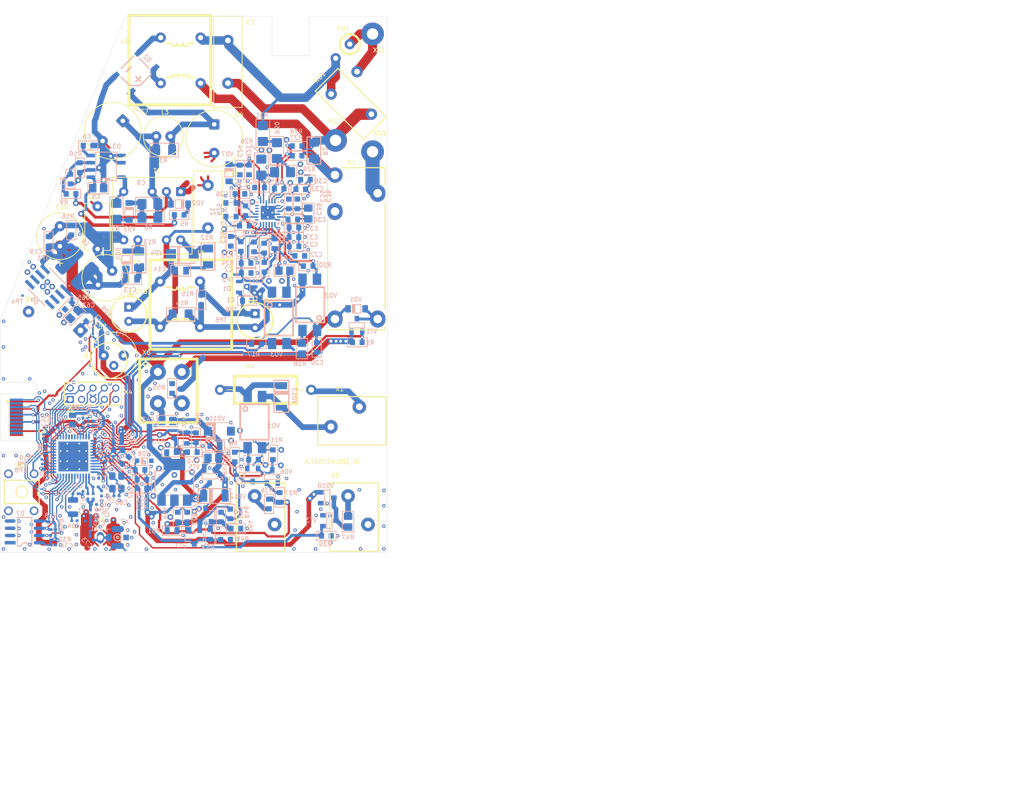
<source format=kicad_pcb>
(kicad_pcb (version 20221018) (generator pcbnew)
  (layers (0 "F.Cu" signal "Top Layer") (31 "B.Cu" signal "Bottom Layer") (34 "B.Paste" user "Bottom Paste") (35 "F.Paste" user "Top Paste") (36 "B.SilkS" user "Bottom Overlay") (37 "F.SilkS" user "Top Overlay") (38 "B.Mask" user "Bottom Solder") (39 "F.Mask" user "Top Solder") (44 "Edge.Cuts" user))
  (net 0 "")
  (net 1 "NetC34_1")
  (net 2 "NetC34_2")
  (net 3 "NetR30_2")
  (net 4 "NetR29_2")
  (net 5 "NetC38_2")
  (net 6 "NetC29_1")
  (net 7 "NetC28_1")
  (net 8 "NetC32_1")
  (net 9 "PM_TX")
  (net 10 "NetD4_23")
  (net 11 "NetC25_1")
  (net 12 "NetD4_24")
  (net 13 "NetC67_2")
  (net 14 "VDDS")
  (net 15 "+3.3Vpm")
  (net 16 "WMCU_VDD")
  (net 17 "NetD2_4")
  (net 18 "WCUP")
  (net 19 "WP")
  (net 20 "NetK1_1")
  (net 21 "NetC70_2")
  (net 22 "NetR4_2")
  (net 23 "NetR4_1")
  (net 24 "WiFi_TX")
  (net 25 "WiFi_RX")
  (net 26 "WiFi_Boot")
  (net 27 "NetC67_1")
  (net 28 "NetC61_1")
  (net 29 "SWD")
  (net 30 "SWC")
  (net 31 "SW_EN")
  (net 32 "NetR46_2")
  (net 33 "NetR41_2")
  (net 34 "NetR41_1")
  (net 35 "NetR35_2")
  (net 36 "PHS")
  (net 37 "PM_RX")
  (net 38 "NetC14_1")
  (net 39 "+5Vpm")
  (net 40 "PO1")
  (net 41 "NetC62_1")
  (net 42 "NetC66_1")
  (net 43 "NRST")
  (net 44 "GNDpm")
  (net 45 "NetVD13_1")
  (net 46 "NetC4_2")
  (net 47 "NetC3_1")
  (net 48 "NetC6_2")
  (net 49 "NetR12_1")
  (net 50 "NetD3_7")
  (net 51 "NetB1_1")
  (net 52 "MovTX")
  (net 53 "NetC51_1")
  (net 54 "MovRX")
  (net 55 "GNDA")
  (net 56 "NetC54_1")
  (net 57 "NetC56_1")
  (net 58 "NetC31_2")
  (net 59 "NetC27_2")
  (net 60 "COM")
  (net 61 "NetC60_1")
  (net 62 "NetC26_1")
  (net 63 "Boot0")
  (net 64 "VCC")
  (net 65 "+3.3V")
  (net 66 "NetR52_1")
  (net 67 "NetC9_2")
  (net 68 "NetD2_3")
  (net 69 "NetC13_1")
  (net 70 "NetC11_1")
  (net 71 "NetC14_2")
  (net 72 "NetC10_2")
  (net 73 "NetC24_2")
  (net 74 "NetC4_1")
  (net 75 "NetC13_2")
  (net 76 "NetC5_1")
  (net 77 "NetC8_2")
  (net 78 "NetK1_4")
  (net 79 "NetR13_1")
  (net 80 "NetK1_5")
  (net 81 "NetR7_1")
  (net 82 "NetR9_1")
  (net 83 "NetC64_2")
  (net 84 "NetR19_1")
  (net 85 "REL")
  (net 86 "NetR5_1")
  (net 87 "NetC7_1")
  (net 88 "PWM")
  (net 89 "NetC73_1")
  (net 90 "PO2")
  (net 91 "VDDR")
  (net 92 "NetR18_2")
  (net 93 "NetC22_1")
  (net 94 "DALI RX")
  (net 95 "DALI TX")
  (net 96 "DCDC_SW")
  (net 97 "DIO4_SCL")
  (net 98 "DIO5_SDA")
  (net 99 "DIO8_MISO")
  (net 100 "DIO9_MOSI")
  (net 101 "DIO10_SCLK")
  (net 102 "DIO11_CS")
  (net 103 "DIO14_BTN2")
  (net 104 "DIO16_TDO")
  (net 105 "DIO17_TDI")
  (net 106 "DIO18_RTS/SWO")
  (net 107 "DIO19_CTS")
  (net 108 "DIO21")
  (net 109 "DIO22")
  (net 110 "DIO29_Analog")
  (net 111 "DIO30_Analog")
  (net 112 "JTAG_TCK")
  (net 113 "JTAG_TMS")
  (net 114 "NetC73_2")
  (net 115 "NetR36_1")
  (net 116 "NetR47_1")
  (net 117 "NetR55_1")
  (footprint "Lighter control L072 v21.PcbLib:RG174" (layer "F.Cu") (at 132.10111 149.52861)
    (fp_text reference "X8")
    (fp_text value "2337019-1" hide)
  )
  (footprint "NEMA_PCB_COM.PcbLib:Pad 1mm2" (layer "F.Cu") (at 173.4011 79.7036)
    (fp_text reference "XS2")
    (fp_text value "Отв.на плате" hide)
  )
  (footprint "Lighter control L072 v21.PcbLib:TEST con" (layer "F.Cu") (at 117.3511 125.6036 -90)
    (fp_text reference "X3")
    (fp_text value "X_20_2MM" hide)
  )
  (footprint "Capacitors.IntLib:D10P5L12" (layer "F.Cu") (at 152.10111 76.9036 -90)
    (fp_text reference "C4")
    (fp_text value "4.7uF 400V" hide)
  )
  (footprint "Lighter control L072 v21.PcbLib:RM12" (layer "F.Cu") (at 180.8011 111.1036 90)
    (fp_text reference "K1")
    (fp_text value "RM12-3011-35-1024" hide)
  )
  (footprint "Capacitors.IntLib:D10P5L12" (layer "F.Cu") (at 136.03667 76.26806 -135)
    (fp_text reference "C7")
    (fp_text value "4.7uF 400V" hide)
  )
  (footprint "Lighter control L072 v21.PcbLib:10127820-0422LF" (layer "F.Cu") (at 142.2011 120.4036)
    (fp_text reference "X6")
    (fp_text value "X_IDC_1_4" hide)
  )
  (footprint "Lighter control L072 v21.PcbLib:TLF9UAH103WR23K1" (layer "F.Cu") (at 142.6011 104.5036)
    (fp_text reference "L4")
    (fp_text value "Дроссель B82732-W2601-B030" hide)
  )
  (footprint "Lighter control L072 v21.PcbLib:RSS2WH" (layer "F.Cu") (at 169.12437 123.53937 180)
    (fp_text reference "R4")
    (fp_text value "220K 2W" hide)
  )
  (footprint "Lighter control L072 v21.PcbLib:TLF9UAH103WR23K1" (layer "F.Cu") (at 149.7011 69.6536 180)
    (fp_text reference "L1")
    (fp_text value "Дроссель B82732-W2601-B030" hide)
  )
  (footprint "" (layer "F.Cu") (at 177.17217 67.63914)
    (fp_text reference "")
    (fp_text value "")
  )
  (footprint "Lighter control L072 v21.PcbLib:BUTTON" (layer "F.Cu") (at 120.46554 138.30478 180)
    (fp_text reference "SB1")
    (fp_text value "Выключатель SWT-16" hide)
  )
  (footprint "Lighter control L072 v21.PcbLib:D8P3.5L12_2" (layer "F.Cu") (at 132.69607 117.5036)
    (fp_text reference "C52")
    (fp_text value "SuperCAP 022F" hide)
  )
  (footprint "Lighter control L072 v21.PcbLib:DG250-3.5-02P-11-00A" (layer "F.Cu") (at 159.2011 142.2036)
    (fp_text reference "X2")
    (fp_text value "KLEMM2" hide)
  )
  (footprint "Lighter control L072 v21.PcbLib:D8P3.5L12" (layer "F.Cu") (at 124.9923 98.3036 90)
    (fp_text reference "C18")
    (fp_text value "470uF 10V" hide)
  )
  (footprint "Inductor.IntLib:CW57" (layer "F.Cu") (at 144.4011 79.0036 180)
    (fp_text reference "L3")
    (fp_text value "CW57-332K" hide)
  )
  (footprint "Lighter control L072 v21.PcbLib:FRN01W" (layer "F.Cu") (at 175.9011 62.8036 -135)
    (fp_text reference "FU1")
    (fp_text value "Предохранитель самовосстанвливающийся RXE-185" hide)
  )
  (footprint "Lighter control L072 v21.PcbLib:D6.3P2.5L11.5" (layer "F.Cu") (at 159.2761 110.14693 -90)
    (fp_text reference "C17")
    (fp_text value "100uF 10V" hide)
  )
  (footprint "Lighter control L072 v21.PcbLib:D8P3.5L12" (layer "F.Cu") (at 131.7011 105.1036 45)
    (fp_text reference "C16")
    (fp_text value "470uF 10V" hide)
  )
  (footprint "Lighter control L072 v21.PcbLib:DG250-3.5-02P-11-00A" (layer "F.Cu") (at 175.6011 142.2036)
    (fp_text reference "X5")
    (fp_text value "KLEMM2" hide)
  )
  (footprint "Lighter control L072 v21.PcbLib:V10E320P" (layer "F.Cu") (at 179.7011 75.1036 135)
    (fp_text reference "RU1")
    (fp_text value "V10E320P" hide)
  )
  (footprint "" (layer "F.Cu") (at 123.5011 117.6036)
    (fp_text reference "")
    (fp_text value "")
  )
  (footprint "Lighter control L072 v21.PcbLib:L7.5W5H6P7.5" (layer "F.Cu") (at 131.60111 98.80363 90)
    (fp_text reference "C12")
    (fp_text value "1000pF 300VAC" hide)
  )
  (footprint "Power.IntLib:BR-1225/VCN" (layer "F.Cu") (at 129.4011 114.8036 180)
    (fp_text reference "B1")
    (fp_text value "BR-1225/VCN" hide)
  )
  (footprint "NEMA_PCB_COM.PcbLib:Pad 1mm2" (layer "F.Cu") (at 179.9011 61.0036)
    (fp_text reference "XS1")
    (fp_text value "Отв.на плате" hide)
  )
  (footprint "Lighter control L072 v21.PcbLib:L12.5W5" (layer "F.Cu") (at 151.0011 95.1036 90)
    (fp_text reference "C11")
    (fp_text value "1000pF 300VAC" hide)
  )
  (footprint "NEMA_PCB_COM.PcbLib:Pad 1mm2" (layer "F.Cu") (at 179.9011 81.7036)
    (fp_text reference "XS3")
    (fp_text value "Отв.на плате" hide)
  )
  (footprint "ÐÀÇÚ¨ÌÛ.IntLib:X_10_2MM_Primary" (layer "F.Cu") (at 126.80474 125.2286 90)
    (fp_text reference "X4")
    (fp_text value "X_10_2MM" hide)
  )
  (footprint "Lighter control L072 v21.PcbLib:D6.3P2.5L11.5" (layer "F.Cu") (at 137.1011 109.0036 -90)
    (fp_text reference "C15")
    (fp_text value "100uF 10V" hide)
  )
  (footprint "Transformer.IntLib:TS5W" (layer "F.Cu") (at 146.20113 88.70359 -90)
    (fp_text reference "T1")
    (fp_text value "TS7W-4.32-14.61-8.63" hide)
  )
  (footprint "Lighter control L072 v21.PcbLib:DG250-3.5-02P-11-00A" (layer "F.Cu") (at 172.58123 130.03905 90)
    (fp_text reference "X1")
    (fp_text value "KLEMM2" hide)
  )
  (footprint "Lighter control L072 v21.PcbLib:L16W5  V" (layer "F.Cu") (at 154.5011 65.9036 -90)
    (fp_text reference "C3")
    (fp_text value "1000pF 300VAC" hide)
  )
  (footprint "Lighter control L072 v21.PcbLib:SOD123" (layer "B.Cu") (at 178.60109 109.30358 180)
    (fp_text reference "VD1")
    (fp_text value "ES1JFL" hide)
  )
  (footprint "Lighter control L072 v21.PcbLib:0805" (layer "B.Cu") (at 131.71425 88.1036)
    (fp_text reference "C5")
    (fp_text value "10uF 35V" hide)
  )
  (footprint "Lighter control L072 v21.PcbLib:0603" (layer "B.Cu") (at 157.71356 103.00365)
    (fp_text reference "C2")
    (fp_text value "22u 0603" hide)
  )
  (footprint "Capacitors.IntLib:0603" (layer "B.Cu") (at 157.40357 94.71423 180)
    (fp_text reference "C27")
    (fp_text value "SMD 0603 18pF±5% 50В" hide)
  )
  (footprint "Lighter control L072 v21.PcbLib:TP0.5" (layer "B.Cu") (at 121.9011 136.6036 90)
    (fp_text reference "TP8")
    (fp_text value "Тестовая точка" hide)
  )
  (footprint "Lighter control L072 v21.PcbLib:0603" (layer "B.Cu") (at 147.35109 145.9036 90)
    (fp_text reference "C66")
    (fp_text value "SMD 0603-0.1мкФ±10% 25В X7R" hide)
  )
  (footprint "Lighter control L072 v21.PcbLib:0603" (layer "B.Cu") (at 139.06471 137.61167)
    (fp_text reference "C48")
    (fp_text value "SMD 0603-0.1мкФ±10% 25В X7R" hide)
  )
  (footprint "Resistors.IntLib:0603" (layer "B.Cu") (at 153.28949 145.90013 -90)
    (fp_text reference "R53")
    (fp_text value "0603 100K ±1%" hide)
  )
  (footprint "Lighter control L072 v21.PcbLib:0603" (layer "B.Cu") (at 126.50366 108.8046 -135)
    (fp_text reference "C65")
    (fp_text value "SMD 0603-0.1мкФ±10% 25В X7R" hide)
  )
  (footprint "Lighter control L072 v21.PcbLib:0603" (layer "B.Cu") (at 160.8678 98.64292 -90)
    (fp_text reference "C29")
    (fp_text value "SMD 0603-0.1мкФ±10% 25В X7R" hide)
  )
  (footprint "Lighter control L072 v21.PcbLib:0603" (layer "B.Cu") (at 159.09998 98.43226 -90)
    (fp_text reference "C28")
    (fp_text value "SMD 0603-0.1мкФ±10% 25В X7R" hide)
  )
  (footprint "Lighter control L072 v21.PcbLib:SOD123" (layer "B.Cu") (at 154.70739 86.89906 90)
    (fp_text reference "VD7")
    (fp_text value "ES1JFL" hide)
  )
  (footprint "LAUNCHXL-CC2640R2.brd.PcbLib:QFNFC50P700X700X100-49A2N" (layer "B.Cu") (at 130.10474 138.70361 180)
    (fp_text reference "D8")
    (fp_text value "CC2640R2LRGZ" hide)
  )
  (footprint "Transistor.IntLib:SOT23_3" (layer "B.Cu") (at 147.3011 131.0536 -90)
    (fp_text reference "VT4")
    (fp_text value "DMN65D8L-7" hide)
  )
  (footprint "Resistors.IntLib:0603" (layer "B.Cu") (at 166.6511 82.40374 180)
    (fp_text reference "R27")
    (fp_text value "0603 1K 1%" hide)
  )
  (footprint "Resistors.IntLib:0805" (layer "B.Cu") (at 175.6011 146.7036 90)
    (fp_text reference "R47")
    (fp_text value "0805 560 Ом 1%" hide)
  )
  (footprint "Power.IntLib:SOT23_3" (layer "B.Cu") (at 159.16667 104.50364 180)
    (fp_text reference "D1")
    (fp_text value "AP7384-33SA-7" hide)
  )
  (footprint "LAUNCHXL-CC2640R2.brd.PcbLib:INDC1005X60B2N" (layer "B.Cu") (at 130.34888 144.67082 -90)
    (fp_text reference "L10")
    (fp_text value "2nH" hide)
  )
  (footprint "Lighter control L072 v21.PcbLib:rlc_402_smd" (layer "B.Cu") (at 131.80109 138.62862 -90)
    (fp_text reference "C72")
    (fp_text value "Cap" hide)
  )
  (footprint "E:__Altium_Library_Footprints_Passive.PcbLib_0805" (layer "B.Cu") (at 137.6011 104.0036 180)
    (fp_text reference "C13")
    (fp_text value "SMD 0805-1000пФ±5% 50В X7R" hide)
  )
  (footprint "Capacitors.IntLib:0603" (layer "B.Cu") (at 165.90357 93.58422)
    (fp_text reference "C30")
    (fp_text value "150pF 0603" hide)
  )
  (footprint "Resistors.IntLib:0603" (layer "B.Cu") (at 145.9511 92.80361 180)
    (fp_text reference "R5")
    (fp_text value "0603 10 1%" hide)
  )
  (footprint "Capacitors.IntLib:0603" (layer "B.Cu") (at 166.0936 96.71805 180)
    (fp_text reference "C37")
    (fp_text value "SMD 0603-0,022мкФ±10% 25В X7R" hide)
  )
  (footprint "Lighter control L072 v21.PcbLib:rlc_402_smd" (layer "B.Cu") (at 123.5011 146.7986)
    (fp_text reference "R48")
    (fp_text value "Resistor" hide)
  )
  (footprint "Lighter control L072 v21.PcbLib:SOD123" (layer "B.Cu") (at 137.15474 93.7036 90)
    (fp_text reference "VD3")
    (fp_text value "ES1JFL" hide)
  )
  (footprint "Lighter control L072 v21.PcbLib:SOD323" (layer "B.Cu") (at 141.0547 136.00357 180)
    (fp_text reference "VD8")
    (fp_text value "Супрессор GBLC03C" hide)
  )
  (footprint "Lighter control L072 v21.PcbLib:0603" (layer "B.Cu") (at 157.91357 107.90355 180)
    (fp_text reference "C1")
    (fp_text value "10nF 0603" hide)
  )
  (footprint "Lighter control L072 v21.PcbLib:TP0.5" (layer "B.Cu") (at 122.7011 135.50361 90)
    (fp_text reference "TP10")
    (fp_text value "Тестовая точка" hide)
  )
  (footprint "Resistors.IntLib:0603" (layer "B.Cu") (at 177.22611 115.19361 180)
    (fp_text reference "R1")
    (fp_text value "0603 4.75K 1%" hide)
  )
  (footprint "Capacitors.IntLib:0603" (layer "B.Cu") (at 163.5046 88.1947 180)
    (fp_text reference "C34")
    (fp_text value "10nF 0603" hide)
  )
  (footprint "Lighter control L072 v21.PcbLib:TP0.5" (layer "B.Cu") (at 121.8011 135.75361 90)
    (fp_text reference "TP9")
    (fp_text value "Тестовая точка" hide)
  )
  (footprint "Lighter control L072 v21.PcbLib:1206" (layer "B.Cu") (at 134.9011 92.17422 90)
    (fp_text reference "R7")
    (fp_text value "120K 0.5W" hide)
  )
  (footprint "Lighter control L072 v21.PcbLib:0603" (layer "B.Cu") (at 136.50003 135.95461 -135)
    (fp_text reference "C49")
    (fp_text value "10nF 0603" hide)
  )
  (footprint "Lighter control L072 v21.PcbLib:1206" (layer "B.Cu") (at 140.8011 90.9036 180)
    (fp_text reference "C9")
    (fp_text value "1000pF 300VAC" hide)
  )
  (footprint "Lighter control L072 v21.PcbLib:1206" (layer "B.Cu") (at 160.36539 84.4036 -90)
    (fp_text reference "R26")
    (fp_text value "CMA02040X4700GB300" hide)
  )
  (footprint "LAUNCHXL-CC2640R2.brd.PcbLib:OSCCC250X320X60-4L" (layer "B.Cu") (at 134.20108 140.90361 90)
    (fp_text reference "Y2")
    (fp_text value "24MHz" hide)
  )
  (footprint "LAUNCHXL-CC2640R2.brd.PcbLib:XTAL_FC-135N" (layer "B.Cu") (at 127.30474 142.89834 -90)
    (fp_text reference "Y1")
    (fp_text value "32.768kHz" hide)
  )
  (footprint "Lighter control L072 v21.PcbLib:rlc_402_smd" (layer "B.Cu") (at 123.8011 150.8036)
    (fp_text reference "C74")
    (fp_text value "Cap" hide)
  )
  (footprint "Resistors.IntLib:0603" (layer "B.Cu") (at 166.65111 80.70369 180)
    (fp_text reference "R28")
    (fp_text value "0603 1K 1%" hide)
  )
  (footprint "Capacitors.IntLib:0603" (layer "B.Cu") (at 167.1236 100.0037)
    (fp_text reference "C22")
    (fp_text value "SMD 0603-0,022мкФ±10% 25В X7R" hide)
  )
  (footprint "Resistors.IntLib:0603" (layer "B.Cu") (at 168.6011 101.8036)
    (fp_text reference "R20")
    (fp_text value "0603 4.75K 1%" hide)
  )
  (footprint "Lighter control L072 v21.PcbLib:1206" (layer "B.Cu") (at 163.0981 81.50919 90)
    (fp_text reference "R30")
    (fp_text value "SMM02040C2703FB300" hide)
  )
  (footprint "Resistors.IntLib:0603" (layer "B.Cu") (at 159.5011 115.5036 180)
    (fp_text reference "R17")
    (fp_text value "0603 4.75K 1%" hide)
  )
  (footprint "E:__Altium_Library_Footprints_Passive.PcbLib_1206" (layer "B.Cu") (at 169.60111 81.5036 90)
    (fp_text reference "R2")
    (fp_text value "SMD 1206-22 кОм±5%" hide)
  )
  (footprint "LAUNCHXL-CC2640R2.brd.PcbLib:INDC1005X60B2N" (layer "B.Cu") (at 129.9011 141.79482 -90)
    (fp_text reference "L9")
    (fp_text value "2.4nH" hide)
  )
  (footprint "Lighter control L072 v21.PcbLib:0603" (layer "B.Cu") (at 126.82936 86.5036 90)
    (fp_text reference "C8")
    (fp_text value "10nF 0603" hide)
  )
  (footprint "Lighter control L072 v21.PcbLib:TP0.5" (layer "B.Cu") (at 155.65999 103.30369 90)
    (fp_text reference "TP2")
    (fp_text value "Тестовая точка" hide)
  )
  (footprint "Resistors.IntLib:0603" (layer "B.Cu") (at 144.70147 148.35361 180)
    (fp_text reference "R51")
    (fp_text value "0603 100K ±1%" hide)
  )
  (footprint "Transistor.IntLib:SOT23_3" (layer "B.Cu") (at 171.1886 147.49111 90)
    (fp_text reference "VT3")
    (fp_text value "DMN65D8L-7" hide)
  )
  (footprint "Capacitors.IntLib:0603" (layer "B.Cu") (at 166.11491 98.33866)
    (fp_text reference "C23")
    (fp_text value "SMD 0603-0.1мкФ±10% 25В X7R" hide)
  )
  (footprint "Capacitors.IntLib:0603" (layer "B.Cu") (at 156.59811 84.9036 90)
    (fp_text reference "C24")
    (fp_text value "SMD 0603-0.1мкФ±10% 25В X7R" hide)
  )
  (footprint "Resistors.IntLib:0603" (layer "B.Cu") (at 162.63557 97.86511 -90)
    (fp_text reference "R22")
    (fp_text value "0603 4.75K 1%" hide)
  )
  (footprint "E:__Altium_Library_Footprints_SO.PcbLib_SO8" (layer "B.Cu") (at 118.8011 148.5036)
    (fp_text reference "D7")
    (fp_text value "Микросхема CAT24C64WI-G" hide)
  )
  (footprint "Lighter control L072 v21.PcbLib:rlc_402_smd" (layer "B.Cu") (at 133.45474 136.05361)
    (fp_text reference "C71")
    (fp_text value "Cap" hide)
  )
  (footprint "Resistors.IntLib:0603" (layer "B.Cu") (at 128.5011 84.5036 -90)
    (fp_text reference "R10")
    (fp_text value "0603 43.2K 1%" hide)
  )
  (footprint "Resistors.IntLib:0603" (layer "B.Cu") (at 144.6011 134.4986)
    (fp_text reference "R35")
    (fp_text value "0603 100K ±1%" hide)
  )
  (footprint "Transistor.IntLib:SOT23_3" (layer "B.Cu") (at 178.1011 113.3286 180)
    (fp_text reference "VT1")
    (fp_text value "DMN65D8L-7" hide)
  )
  (footprint "Resistors.IntLib:0603" (layer "B.Cu") (at 154.9011 145.35361 90)
    (fp_text reference "R46")
    (fp_text value "0603 100K ±1%" hide)
  )
  (footprint "Lighter control L072 v21.PcbLib:TP0.5" (layer "B.Cu") (at 118.42574 106.98919 90)
    (fp_text reference "TP4")
    (fp_text value "Тестовая точка" hide)
  )
  (footprint "Resistors.IntLib:0603" (layer "B.Cu") (at 154.08593 149.87846)
    (fp_text reference "R45")
    (fp_text value "0603 100K ±1%" hide)
  )
  (footprint "Lighter control L072 v21.PcbLib:FOD817B3SD" (layer "B.Cu") (at 157.9611 124.7036 -90)
    (fp_text reference "VO1")
    (fp_text value "FOD817B3SD" hide)
  )
  (footprint "Lighter control L072 v21.PcbLib:QFN24L" (layer "B.Cu") (at 159.59357 93.67422)
    (fp_text reference "D4")
    (fp_text value "STPM32" hide)
  )
  (footprint "E:__Altium_Library_Footprints_Passive.PcbLib_1206" (layer "B.Cu") (at 138.9011 100.6036 -90)
    (fp_text reference "R13")
    (fp_text value "SMD 1206-100 Ом±1%" hide)
  )
  (footprint "Resistors.IntLib:0603" (layer "B.Cu") (at 145.69813 145.89542 90)
    (fp_text reference "R44")
    (fp_text value "0603 100K ±1%" hide)
  )
  (footprint "Lighter control L072 v21.PcbLib:rlc_402_smd" (layer "B.Cu") (at 130.75474 129.45361 -90)
    (fp_text reference "R38")
    (fp_text value "Resistor" hide)
  )
  (footprint "Lighter control L072 v21.PcbLib:0805" (layer "B.Cu") (at 127.5011 110.3036 -135)
    (fp_text reference "C63")
    (fp_text value "22u 0603" hide)
  )
  (footprint "Resistors.IntLib:0603" (layer "B.Cu") (at 139.40474 139.30362 180)
    (fp_text reference "R34")
    (fp_text value "0603 4.75K 1%" hide)
  )
  (footprint "Lighter control L072 v21.PcbLib:TP0.5" (layer "B.Cu") (at 156.9011 110.1036 90)
    (fp_text reference "TP5")
    (fp_text value "Тестовая точка" hide)
  )
  (footprint "Resistors.IntLib:0603" (layer "B.Cu") (at 148.9011 131.9536 -90)
    (fp_text reference "R50")
    (fp_text value "0603 4.75K 1%" hide)
  )
  (footprint "LAUNCHXL-CC2640R2.brd.PcbLib:CAPC1005X60B2N" (layer "B.Cu") (at 130.84888 142.71882 90)
    (fp_text reference "C67")
    (fp_text value "1pF" hide)
  )
  (footprint "LAUNCHXL-CC2640R2.brd.PcbLib:CAPC1005X60B2N" (layer "B.Cu") (at 122.9011 132.22761 90)
    (fp_text reference "C56")
    (fp_text value "1uF" hide)
  )
  (footprint "Resistors.IntLib:0805" (layer "B.Cu") (at 164.41902 102.61613 180)
    (fp_text reference "R19")
    (fp_text value "0805 560 Ом 1%" hide)
  )
  (footprint "LAUNCHXL-CC2640R2.brd.PcbLib:INDC1005X60B2N" (layer "B.Cu") (at 130.2916 147.44482 -90)
    (fp_text reference "L11")
    (fp_text value "2nH" hide)
  )
  (footprint "Lighter control L072 v21.PcbLib:0734120114" (layer "B.Cu") (at 135.1221 150.96942 -90)
    (fp_text reference "X7")
    (fp_text value "2337019-1" hide)
  )
  (footprint "LAUNCHXL-CC2640R2.brd.PcbLib:CAPC1005X60B2N" (layer "B.Cu") (at 129.04774 141.4036 45)
    (fp_text reference "C64")
    (fp_text value "1pF" hide)
  )
  (footprint "LAUNCHXL-CC2640R2.brd.PcbLib:CAPC1005X60B2N" (layer "B.Cu") (at 130.25937 149.29471 -45)
    (fp_text reference "C73")
    (fp_text value "12pF" hide)
  )
  (footprint "Resistors.IntLib:0805" (layer "B.Cu") (at 167.5011 116.3036 90)
    (fp_text reference "R18")
    (fp_text value "0805 560 Ом 1%" hide)
  )
  (footprint "Lighter control L072 v21.PcbLib:SOD123" (layer "B.Cu") (at 136.6011 99.2036 -90)
    (fp_text reference "VD5")
    (fp_text value "ES1JFL" hide)
  )
  (footprint "Lighter control L072 v21.PcbLib:MDB10S" (layer "B.Cu") (at 137.52953 71.23203 45)
    (fp_text reference "D2")
    (fp_text value "Диодная сборка MDB10S" hide)
  )
  (footprint "Lighter control L072 v21.PcbLib:SSCP32X25" (layer "B.Cu") (at 155.0511 91.9036 -90)
    (fp_text reference "Z1")
    (fp_text value "SJK-7U-16.00-16-30-80-A-30" hide)
  )
  (footprint "Lighter control L072 v21.PcbLib:rlc_402_smd" (layer "B.Cu") (at 123.37609 149.5536 -90)
    (fp_text reference "R32")
    (fp_text value "Resistor" hide)
  )
  (footprint "Resistors.IntLib:0603" (layer "B.Cu") (at 162.4011 134.9536 -90)
    (fp_text reference "R11")
    (fp_text value "0603 4.75K 1%" hide)
  )
  (footprint "LAUNCHXL-CC2640R2.brd.PcbLib:CAPC1005X60B2N" (layer "B.Cu") (at 127.08074 146.54733)
    (fp_text reference "C54")
    (fp_text value "12pF" hide)
  )
  (footprint "LAUNCHXL-CC2640R2.brd.PcbLib:CAPC1005X60B2N" (layer "B.Cu") (at 129.44888 146.59482)
    (fp_text reference "C70")
    (fp_text value "1pF" hide)
  )
  (footprint "Resistors.IntLib:1206" (layer "B.Cu") (at 143.3011 81.40361 180)
    (fp_text reference "R3")
    (fp_text value "1206 4.75K" hide)
  )
  (footprint "Lighter control L072 v21.PcbLib:rlc_402_smd" (layer "B.Cu") (at 129.04773 128.1036 -90)
    (fp_text reference "C68")
    (fp_text value "Cap" hide)
  )
  (footprint "Resistors.IntLib:0603" (layer "B.Cu") (at 171.79808 149.2036)
    (fp_text reference "R39")
    (fp_text value "0603 4.75K 1%" hide)
  )
  (footprint "Lighter control L072 v21.PcbLib:1206" (layer "B.Cu") (at 140.8011 93.3036 180)
    (fp_text reference "R6")
    (fp_text value "120K 0.5W" hide)
  )
  (footprint "E:__Altium_Library_Footprints_SOD.PcbLib_SOD80" (layer "B.Cu") (at 152.1261 142.2036 180)
    (fp_text reference "VD12")
    (fp_text value "Диод LL4148" hide)
  )
  (footprint "Lighter control L072 v21.PcbLib:1206" (layer "B.Cu") (at 164.0981 85.3036)
    (fp_text reference "R29")
    (fp_text value "SMM02040C2703FB300" hide)
  )
  (footprint "Lighter control L072 v21.PcbLib:rlc_402_smd" (layer "B.Cu") (at 129.10474 129.75462 90)
    (fp_text reference "C57")
    (fp_text value "Cap" hide)
  )
  (footprint "Lighter control L072 v21.PcbLib:SO-8_STM" (layer "B.Cu") (at 122.8011 105.45364 135)
    (fp_text reference "D6")
    (fp_text value "L78L33ABD-TR" hide)
  )
  (footprint "E:__Altium_Library_Footprints_Passive.PcbLib_1206" (layer "B.Cu") (at 151.0011 100.1036 -90)
    (fp_text reference "R12")
    (fp_text value "SMD 1206-100 Ом±1%" hide)
  )
  (footprint "Resistors.IntLib:0603" (layer "B.Cu") (at 139.40474 140.85361)
    (fp_text reference "R33")
    (fp_text value "0603 4.75K 1%" hide)
  )
  (footprint "Lighter control L072 v21.PcbLib:0603" (layer "B.Cu") (at 122.99971 97.4536 90)
    (fp_text reference "C19")
    (fp_text value "SMD 0603-0.1мкФ±10% 25В X7R" hide)
  )
  (footprint "Resistors.IntLib:0603" (layer "B.Cu") (at 156.76658 98.36008 -90)
    (fp_text reference "R23")
    (fp_text value "0603 4.75K 1%" hide)
  )
  (footprint "Lighter control L072 v21.PcbLib:0603" (layer "B.Cu") (at 129.9511 80.60358 180)
    (fp_text reference "C6")
    (fp_text value "10nF 0603" hide)
  )
  (footprint "Lighter control L072 v21.PcbLib:TP0.5" (layer "B.Cu") (at 135.50621 114.55361 90)
    (fp_text reference "TP3")
    (fp_text value "Тестовая точка" hide)
  )
  (footprint "Lighter control L072 v21.PcbLib:0603" (layer "B.Cu") (at 155.70105 135.3536 -90)
    (fp_text reference "R8")
    (fp_text value "0603 200K 1%" hide)
  )
  (footprint "Resistors.IntLib:0603" (layer "B.Cu") (at 152.2011 133.40361 180)
    (fp_text reference "R42")
    (fp_text value "0603 100K ±1%" hide)
  )
  (footprint "Capacitors.IntLib:0603" (layer "B.Cu") (at 170.1011 116.1036 -90)
    (fp_text reference "C20")
    (fp_text value "SMD 0603-0.1мкФ±10% 25В X7R" hide)
  )
  (footprint "Resistors.IntLib:0603" (layer "B.Cu") (at 149.8011 107.73647 -90)
    (fp_text reference "R15")
    (fp_text value "0603 4.75K 1%" hide)
  )
  (footprint "Resistors.IntLib:0805" (layer "B.Cu") (at 143.8636 129.0286 180)
    (fp_text reference "R43")
    (fp_text value "0805 560 Ом 1%" hide)
  )
  (footprint "Resistors.IntLib:0603" (layer "B.Cu") (at 127.0011 95.5036 90)
    (fp_text reference "R16")
    (fp_text value "0603 4.75K 1%" hide)
  )
  (footprint "Lighter control L072 v21.PcbLib:rlc_402_smd" (layer "B.Cu") (at 129.95475 129.45361 90)
    (fp_text reference "C50")
    (fp_text value "Cap" hide)
  )
  (footprint "Lighter control L072 v21.PcbLib:FOD817B3SD" (layer "B.Cu") (at 170.1411 113.1036 90)
    (fp_text reference "VO2")
    (fp_text value "FOD817B3SD" hide)
  )
  (footprint "LAUNCHXL-CC2640R2.brd.PcbLib:CAPC1005X60B2N" (layer "B.Cu") (at 127.2771 141.80361)
    (fp_text reference "C51")
    (fp_text value "12pF" hide)
  )
  (footprint "Resistors.IntLib:0603" (layer "B.Cu") (at 144.70147 123.29996 90)
    (fp_text reference "R55")
    (fp_text value "0603 4.75K 1%" hide)
  )
  (footprint "Lighter control L072 v21.PcbLib:rlc_402_smd" (layer "B.Cu") (at 122.52612 137.8036 135)
    (fp_text reference "C53")
    (fp_text value "Cap" hide)
  )
  (footprint "Lighter control L072 v21.PcbLib:0603" (layer "B.Cu") (at 159.0011 135.8036 180)
    (fp_text reference "C10")
    (fp_text value "470nF 0603" hide)
  )
  (footprint "Transistor.IntLib:SOT23_3" (layer "B.Cu") (at 157.9011 137.3536)
    (fp_text reference "VT2")
    (fp_text value "BC847C" hide)
  )
  (footprint "Resistors.IntLib:0603" (layer "B.Cu") (at 126.9511 89.11472 180)
    (fp_text reference "R9")
    (fp_text value "0603 43.2K 1%" hide)
  )
  (footprint "Resistors.IntLib:0603" (layer "B.Cu") (at 161.70175 143.6036 90)
    (fp_text reference "R36")
    (fp_text value "0603 100K ±1%" hide)
  )
  (footprint "Diodes.IntLib:SOT23_3" (layer "B.Cu") (at 170.8011 143.4536 90)
    (fp_text reference "VD10")
    (fp_text value "BAT54S" hide)
  )
  (footprint "Transistor.IntLib:SOT23_3" (layer "B.Cu") (at 150.3511 137.6036)
    (fp_text reference "VT6")
    (fp_text value "BC847C" hide)
  )
  (footprint "Lighter control L072 v21.PcbLib:FOD817B3SD" (layer "B.Cu") (at 162.24359 106.4036 -90)
    (fp_text reference "VO3")
    (fp_text value "FOD817B3SD" hide)
  )
  (footprint "Lighter control L072 v21.PcbLib:rlc_402_smd" (layer "B.Cu") (at 122.1011 131.7036 90)
    (fp_text reference "C55")
    (fp_text value "Cap" hide)
  )
  (footprint "Resistors.IntLib:1206" (layer "B.Cu") (at 146.2011 110.3036)
    (fp_text reference "R14")
    (fp_text value "1206 4.75K" hide)
  )
  (footprint "E:__Altium_Library_Footprints_DO.PcbLib_DO214AC" (layer "B.Cu") (at 152.97611 130.8036 180)
    (fp_text reference "VD11")
    (fp_text value "Супрессор SMAJ12A-TR" hide)
  )
  (footprint "Capacitors.IntLib:0603" (layer "B.Cu") (at 168.10849 86.60363 180)
    (fp_text reference "C36")
    (fp_text value "SMD 0603-0.1мкФ±10% 25В X7R" hide)
  )
  (footprint "Resistors.IntLib:0805" (layer "B.Cu") (at 151.9511 135.50361)
    (fp_text reference "R41")
    (fp_text value "0805 560 Ом 1%" hide)
  )
  (footprint "E:__Altium_Library_Footprints_SOT.PcbLib_SOT23" (layer "B.Cu") (at 150.6011 145.54694 180)
    (fp_text reference "VT8")
    (fp_text value "Транзистор BC857C" hide)
  )
  (footprint "Lighter control L072 v21.PcbLib:rlc_402_smd" (layer "B.Cu") (at 123.8011 148.1036)
    (fp_text reference "R49")
    (fp_text value "Resistor" hide)
  )
  (footprint "E:__Altium_Library_Footprints_SOT.PcbLib_SOT23" (layer "B.Cu") (at 148.59813 149.4036)
    (fp_text reference "VT7")
    (fp_text value "Транзистор BC857C" hide)
  )
  (footprint "Capacitors.IntLib:0603" (layer "B.Cu") (at 156.61357 89.11472)
    (fp_text reference "C26")
    (fp_text value "SMD 0603 18pF±5% 50В" hide)
  )
  (footprint "Resistors.IntLib:0603" (layer "B.Cu") (at 157.68582 101.25922 180)
    (fp_text reference "R24")
    (fp_text value "0603 4.75K 1%" hide)
  )
  (footprint "LAUNCHXL-CC2640R2.brd.PcbLib:FIL_BLM18HE152SN1DL" (layer "B.Cu") (at 135.1011 132.80213)
    (fp_text reference "FL1")
    (fp_text value "BLM18HE152SN1" hide)
  )
  (footprint "Lighter control L072 v21.PcbLib:SOT23_3" (layer "B.Cu") (at 129.64447 111.49038 45)
    (fp_text reference "VD9")
    (fp_text value "BAT54C" hide)
  )
  (footprint "Lighter control L072 v21.PcbLib:0603" (layer "B.Cu") (at 154.99882 97.44084 -90)
    (fp_text reference "C25")
    (fp_text value "SMD 0603-0.1мкФ±10% 25В X7R" hide)
  )
  (footprint "Lighter control L072 v21.PcbLib:SOD123" (layer "B.Cu") (at 144.5011 90.9036)
    (fp_text reference "VD2")
    (fp_text value "BAV3004W" hide)
  )
  (footprint "LAUNCHXL-CC2640R2.brd.PcbLib:CAPC1005X60B2N" (layer "B.Cu") (at 132.3011 141.2796 -90)
    (fp_text reference "C62")
    (fp_text value "6.8pF" hide)
  )
  (footprint "Resistors.IntLib:0603" (layer "B.Cu") (at 163.6011 142.4536 90)
    (fp_text reference "R37")
    (fp_text value "0603 100K ±1%" hide)
  )
  (footprint "Capacitors.IntLib:0603" (layer "B.Cu") (at 165.19358 90.87424 -90)
    (fp_text reference "C31")
    (fp_text value "150pF 0603" hide)
  )
  (footprint "Resistors.IntLib:0603" (layer "B.Cu") (at 157.58359 92.07425 90)
    (fp_text reference "R25")
    (fp_text value "RC0603JR-071ML" hide)
  )
  (footprint "Lighter control L072 v21.PcbLib:TP0.5" (layer "B.Cu") (at 153.5011 112.5036 90)
    (fp_text reference "TP6")
    (fp_text value "Тестовая точка" hide)
  )
  (footprint "Lighter control L072 v21.PcbLib:SO-7" (layer "B.Cu") (at 130.4011 86.1736)
    (fp_text reference "D3")
    (fp_text value "MP020A-5GS" hide)
  )
  (footprint "Capacitors.IntLib:0603" (layer "B.Cu") (at 166.09359 95.01806 180)
    (fp_text reference "C33")
    (fp_text value "SMD 0603-0.1мкФ±10% 25В X7R" hide)
  )
  (footprint "E:__Altium_Library_Footprints_Passive.PcbLib_0805" (layer "B.Cu") (at 146.2011 102.6036 180)
    (fp_text reference "C14")
    (fp_text value "SMD 0805-1000пФ±5% 50В X7R" hide)
  )
  (footprint "Lighter control L072 v21.PcbLib:rlc_402_smd" (layer "B.Cu") (at 133.9011 135.25361)
    (fp_text reference "C59")
    (fp_text value "Cap" hide)
  )
  (footprint "Lighter control L072 v21.PcbLib:L0504" (layer "B.Cu") (at 129.3771 103.52597 135)
    (fp_text reference "L6")
    (fp_text value "CW57-332K" hide)
  )
  (footprint "Capacitors.IntLib:0603" (layer "B.Cu") (at 166.69358 90.87423 90)
    (fp_text reference "C35")
    (fp_text value "SMD 0603-0.1мкФ±10% 25В X7R" hide)
  )
  (footprint "LAUNCHXL-CC2640R2.brd.PcbLib:CAPC1005X60B2N" (layer "B.Cu") (at 137.15471 138.97859 -90)
    (fp_text reference "C61")
    (fp_text value "12pF" hide)
  )
  (footprint "Capacitors.IntLib:0603" (layer "B.Cu") (at 160.9011 102.0036 -90)
    (fp_text reference "C21")
    (fp_text value "SMD 0603-0.1мкФ±10% 25В X7R" hide)
  )
  (footprint "Resistors.IntLib:0603" (layer "B.Cu") (at 151.39103 148.97785 -90)
    (fp_text reference "R52")
    (fp_text value "0603 100K ±1%" hide)
  )
  (footprint "Diodes.IntLib:SOT23_3" (layer "B.Cu") (at 163.2511 139.9536 180)
    (fp_text reference "VD6")
    (fp_text value "BAT54S" hide)
  )
  (footprint "Resistors.IntLib:0603" (layer "B.Cu") (at 155.9011 147.9036)
    (fp_text reference "R54")
    (fp_text value "0603 100K ±1%" hide)
  )
  (footprint "Lighter control L072 v21.PcbLib:TP0.5" (layer "B.Cu") (at 123.8011 100.2036 180)
    (fp_text reference "TP1")
    (fp_text value "Тестовая точка" hide)
  )
  (footprint "Resistors.IntLib:0603" (layer "B.Cu") (at 148.2511 134.49861)
    (fp_text reference "R40")
    (fp_text value "0603 100K ±1%" hide)
  )
  (footprint "Capacitors.IntLib:0805" (layer "B.Cu") (at 168.61357 92.55422 90)
    (fp_text reference "C39")
    (fp_text value "2.2u 0805" hide)
  )
  (footprint "LAUNCHXL-CC2640R2.brd.PcbLib:INDC2012X150L" (layer "B.Cu") (at 127.22208 129.60361 90)
    (fp_text reference "L8")
    (fp_text value "10uH" hide)
  )
  (footprint "Resistors.IntLib:0603" (layer "B.Cu") (at 158.19811 84.9036 -90)
    (fp_text reference "R21")
    (fp_text value "0603 4.75K 1%" hide)
  )
  (footprint "Lighter control L072 v21.PcbLib:SMAE" (layer "B.Cu") (at 148.5011 99.9036 180)
    (fp_text reference "VD4")
    (fp_text value "Диод SS110" hide)
  )
  (footprint "Capacitors.IntLib:0603" (layer "B.Cu") (at 167.29357 88.29422)
    (fp_text reference "C32")
    (fp_text value "150pF 0603" hide)
  )
  (footprint "Capacitors.IntLib:0603" (layer "B.Cu") (at 160.06357 87.99422)
    (fp_text reference "C38")
    (fp_text value "10nF 0603" hide)
  )
  (footprint "LAUNCHXL-CC2640R2.brd.PcbLib:INDC1005X60B2N" (layer "B.Cu") (at 130.8011 140.6036)
    (fp_text reference "L7")
    (fp_text value "2.4nH" hide)
  )
  (footprint "LAUNCHXL-CC2640R2.brd.PcbLib:CAPC1005X60B2N" (layer "B.Cu") (at 130.5011 143.69482)
    (fp_text reference "C69")
    (fp_text value "DNM_0402" hide)
  )
  (footprint "E:__Altium_Library_Footprints_SOD.PcbLib_SOD80" (layer "B.Cu") (at 163.8981 124.69649 90)
    (fp_text reference "VD13")
    (fp_text value "Диод LL4148" hide)
  )
  (footprint "Lighter control L072 v21.PcbLib:rlc_402_smd" (layer "B.Cu") (at 122.40597 134.32892 90)
    (fp_text reference "R56")
    (fp_text value "Resistor" hide)
  )
  (footprint "E:__Altium_Library_Footprints_SOT.PcbLib_SOT223" (layer "B.Cu") (at 145.1011 139.8036 180)
    (fp_text reference "VT5")
    (fp_text value "Транзистор BCP56-16T1" hide)
  )
  (footprint "LAUNCHXL-CC2640R2.brd.PcbLib:CAPC1005X60B2N" (layer "B.Cu") (at 134.4771 142.2036)
    (fp_text reference "C60")
    (fp_text value "12pF" hide)
  )
  (footprint "LAUNCHXL-CC2640R2.brd.PcbLib:CAPC1608X90N" (layer "B.Cu") (at 134.43667 134.15256)
    (fp_text reference "C58")
    (fp_text value "10uF" hide)
  )
  (footprint "Lighter control L072 v21.PcbLib:1206" (layer "B.Cu") (at 160.63558 78.5036 90)
    (fp_text reference "R31")
    (fp_text value "SMM02040C2703FB300" hide)
  )
  (gr_line (start 154.09812 133.6986) (end 154.49068 134.09116) (stroke (width 0.2)) (layer "B.SilkS"))
  (gr_line (start 158.6011 80.5036) (end 159.7011 81.6036) (stroke (width 0.2)) (layer "B.SilkS"))
  (gr_line (start 154.49068 134.09116) (end 154.5011 134.09116) (stroke (width 0.1)) (layer "B.SilkS"))
  (gr_arc (start 120.0011 132.49861) (mid 121.00107 133.498579) (end 120.001103 134.49861) (stroke (width 0.05)) (layer "Edge.Cuts"))
  (gr_line (start 120.0011 122.2286) (end 114.5011 122.2286) (stroke (width 0.05)) (layer "Edge.Cuts"))
  (gr_line (start 182.5011 152.1036) (end 114.5011 152.1036) (stroke (width 0.05)) (layer "Edge.Cuts"))
  (gr_line (start 168.7511 57.9036) (end 182.5011 57.9036) (stroke (width 0.05)) (layer "Edge.Cuts"))
  (gr_arc (start 120.001103 122.2286) (mid 121.00108 123.228582) (end 120.0011 124.2286) (stroke (width 0.05)) (layer "Edge.Cuts"))
  (gr_line (start 114.5011 132.4986) (end 114.5011 124.2286) (stroke (width 0.05)) (layer "Edge.Cuts"))
  (gr_line (start 114.5011 122.2286) (end 114.5011 111.26547) (stroke (width 0.05)) (layer "Edge.Cuts"))
  (gr_line (start 182.5011 57.9036) (end 182.5011 152.1036) (stroke (width 0.05)) (layer "Edge.Cuts"))
  (gr_line (start 114.5011 152.1036) (end 114.5011 134.4986) (stroke (width 0.05)) (layer "Edge.Cuts"))
  (gr_line (start 162.2511 57.9036) (end 162.2511 64.85361) (stroke (width 0.05)) (layer "Edge.Cuts"))
  (gr_line (start 120.0011 134.4986) (end 120.001103 134.49861) (stroke (width 0.05)) (layer "Edge.Cuts"))
  (gr_line (start 114.5011 111.26547) (end 136.55166 57.9036) (stroke (width 0.05)) (layer "Edge.Cuts"))
  (gr_line (start 114.5011 134.4986) (end 120.0011 134.4986) (stroke (width 0.05)) (layer "Edge.Cuts"))
  (gr_line (start 168.7511 64.85361) (end 168.7511 57.9036) (stroke (width 0.05)) (layer "Edge.Cuts"))
  (gr_line (start 114.5011 124.2286) (end 120.0011 124.2286) (stroke (width 0.05)) (layer "Edge.Cuts"))
  (gr_line (start 162.2511 64.85361) (end 168.7511 64.85361) (stroke (width 0.05)) (layer "Edge.Cuts"))
  (gr_line (start 120.0011 132.4986) (end 114.5011 132.4986) (stroke (width 0.05)) (layer "Edge.Cuts"))
  (gr_line (start 120.0011 132.49861) (end 120.0011 132.4986) (stroke (width 0.05)) (layer "Edge.Cuts"))
  (gr_line (start 136.55166 57.9036) (end 162.2511 57.9036) (stroke (width 0.05)) (layer "Edge.Cuts"))
  (gr_line (start 120.001103 122.2286) (end 120.0011 122.2286) (stroke (width 0.05)) (layer "Edge.Cuts"))
  (gr_text "A.758724.052_i0" (at 167.89809 136.6036) (layer "F.SilkS") (effects (font (size 0.762 0.762) (thickness 0.127)) (justify left bottom)))
  (segment (start 164.90427 80.7068) (end 164.90427 80.60374) (width 0.3) (layer "F.Cu") (net 1))
  (segment (start 164.0011 87.1036) (end 164.0011 83.92284) (width 0.3) (layer "F.Cu") (net 1))
  (segment (start 164.0011 83.92284) (end 165.5511 82.37284) (width 0.3) (layer "F.Cu") (net 1))
  (segment (start 165.5511 82.37284) (end 165.5511 81.35363) (width 0.3) (layer "F.Cu") (net 1))
  (segment (start 164.90427 80.7068) (end 165.5511 81.35363) (width 0.3) (layer "F.Cu") (net 1))
  (via (at 164.90427 80.60374) (size 0.6) (drill 0.3) (layers "F.Cu" "B.Cu") (net 1))
  (via (at 164.0011 87.1036) (size 0.6) (drill 0.3) (layers "F.Cu" "B.Cu") (net 1))
  (segment (start 162.24359 90.52424) (end 162.24359 89.92472) (width 0.25) (layer "B.Cu") (net 1))
  (segment (start 164.33411 88.4706) (end 164.33411 88.10708) (width 0.25) (layer "B.Cu") (net 1))
  (segment (start 164.2011 87.97407) (end 164.33411 88.10708) (width 0.25) (layer "B.Cu") (net 1))
  (segment (start 164.0011 87.1036) (end 164.5011 87.6036) (width 0.3) (layer "B.Cu") (net 1))
  (segment (start 165.60089 80.60374) (end 165.60099 80.60363) (width 0.4) (layer "B.Cu") (net 1))
  (segment (start 165.60099 80.60363) (end 165.70107 80.70371) (width 0.25) (layer "B.Cu") (net 1))
  (segment (start 164.90427 80.60374) (end 165.60089 80.60374) (width 0.4) (layer "B.Cu") (net 1))
  (segment (start 163.52067 89.28404) (end 164.33411 88.4706) (width 0.25) (layer "B.Cu") (net 1))
  (segment (start 162.88427 89.28404) (end 163.52067 89.28404) (width 0.25) (layer "B.Cu") (net 1))
  (segment (start 162.24359 89.92472) (end 162.88427 89.28404) (width 0.25) (layer "B.Cu") (net 1))
  (segment (start 163.2011 87.30355) (end 163.2011 83.80361) (width 0.3) (layer "F.Cu") (net 2))
  (segment (start 163.2011 83.80361) (end 164.9011 82.1036) (width 0.3) (layer "F.Cu") (net 2))
  (via (at 164.9011 82.1036) (size 0.6) (drill 0.3) (layers "F.Cu" "B.Cu") (net 2))
  (via (at 163.20111 87.30355) (size 0.6) (drill 0.3) (layers "F.Cu" "B.Cu") (net 2))
  (segment (start 161.74356 89.56114) (end 162.63416 88.67055) (width 0.25) (layer "B.Cu") (net 2))
  (segment (start 163.20105 87.30355) (end 163.20111 87.30355) (width 0.25) (layer "B.Cu") (net 2))
  (segment (start 162.63416 88.67055) (end 162.63416 87.67054) (width 0.25) (layer "B.Cu") (net 2))
  (segment (start 164.9011 82.1036) (end 165.40113 82.1036) (width 0.4) (layer "B.Cu") (net 2))
  (segment (start 161.74356 90.52426) (end 161.74356 89.56114) (width 0.25) (layer "B.Cu") (net 2))
  (segment (start 163.00115 87.30355) (end 163.20105 87.30355) (width 0.3) (layer "B.Cu") (net 2))
  (segment (start 165.40113 82.1036) (end 165.70114 82.40362) (width 0.25) (layer "B.Cu") (net 2))
  (segment (start 162.63416 87.67054) (end 163.00115 87.30355) (width 0.3) (layer "B.Cu") (net 2))
  (segment (start 160.63559 79.90352) (end 162.50094 79.90352) (width 0.5) (layer "B.Cu") (net 3))
  (segment (start 162.50094 79.90352) (end 163.1297 80.53228) (width 0.5) (layer "B.Cu") (net 3))
  (segment (start 163.7011 83.10361) (end 165.30846 84.71096) (width 0.5) (layer "B.Cu") (net 4))
  (segment (start 160.36537 86.66787) (end 160.36537 85.8036) (width 0.5) (layer "B.Cu") (net 5))
  (segment (start 160.36537 85.8036) (end 162.43043 85.8036) (width 0.5) (layer "B.Cu") (net 5))
  (segment (start 160.74357 90.52426) (end 160.74357 88.1642) (width 0.25) (layer "B.Cu") (net 5))
  (segment (start 160.36537 86.66787) (end 160.91357 87.21607) (width 0.5) (layer "B.Cu") (net 5))
  (segment (start 160.74357 88.1642) (end 160.91357 87.9942) (width 0.25) (layer "B.Cu") (net 5))
  (segment (start 160.91357 87.9942) (end 160.91357 87.21607) (width 0.5) (layer "B.Cu") (net 5))
  (segment (start 160.86786 97.79292) (end 161.64569 97.01509) (width 0.25) (layer "B.Cu") (net 6))
  (segment (start 161.64569 97.01509) (end 162.63558 97.01509) (width 0.25) (layer "B.Cu") (net 6))
  (segment (start 162.24359 96.6231) (end 162.24359 94.32425) (width 0.25) (layer "B.Cu") (net 6))
  (segment (start 162.24359 96.6231) (end 162.63558 97.01509) (width 0.25) (layer "B.Cu") (net 6))
  (segment (start 158.71176 97.58226) (end 159.10003 97.58226) (width 0.3) (layer "B.Cu") (net 7))
  (segment (start 157.99811 100.4036) (end 157.99811 98.29592) (width 0.3) (layer "B.Cu") (net 7))
  (segment (start 161.04638 96.42) (end 161.74354 95.72284) (width 0.25) (layer "B.Cu") (net 7))
  (segment (start 161.74354 95.72284) (end 161.74354 94.32425) (width 0.25) (layer "B.Cu") (net 7))
  (segment (start 158.53584 101.25924) (end 158.53584 100.94134) (width 0.3) (layer "B.Cu") (net 7))
  (segment (start 157.99811 98.29592) (end 158.71176 97.58226) (width 0.3) (layer "B.Cu") (net 7))
  (segment (start 160.2623 96.42) (end 161.04638 96.42) (width 0.25) (layer "B.Cu") (net 7))
  (segment (start 157.99811 100.4036) (end 158.53584 100.94134) (width 0.3) (layer "B.Cu") (net 7))
  (segment (start 159.10003 97.58226) (end 160.2623 96.42) (width 0.25) (layer "B.Cu") (net 7))
  (segment (start 165.64642 89.09135) (end 166.44354 88.29422) (width 0.25) (layer "B.Cu") (net 8))
  (segment (start 164.34975 89.09135) (end 165.64642 89.09135) (width 0.25) (layer "B.Cu") (net 8))
  (segment (start 167.15847 87.1387) (end 167.15847 86.60362) (width 0.25) (layer "B.Cu") (net 8))
  (segment (start 166.44354 87.85362) (end 167.15847 87.1387) (width 0.25) (layer "B.Cu") (net 8))
  (segment (start 163.07067 89.73404) (end 163.70706 89.73404) (width 0.25) (layer "B.Cu") (net 8))
  (segment (start 162.74355 90.06116) (end 163.07067 89.73404) (width 0.25) (layer "B.Cu") (net 8))
  (segment (start 163.70706 89.73404) (end 164.34975 89.09135) (width 0.25) (layer "B.Cu") (net 8))
  (segment (start 166.44354 88.29422) (end 166.44354 87.85362) (width 0.25) (layer "B.Cu") (net 8))
  (segment (start 162.74355 90.52426) (end 162.74355 90.06116) (width 0.25) (layer "B.Cu") (net 8))
  (segment (start 137.05526 132.4536) (end 137.2054 132.30346) (width 0.2) (layer "F.Cu") (net 9))
  (segment (start 131.03007 130.1036) (end 131.96862 130.1036) (width 0.2) (layer "F.Cu") (net 9))
  (segment (start 132.95281 129.98541) (end 134.10111 131.13371) (width 0.2) (layer "F.Cu") (net 9))
  (segment (start 123.86071 138.51752) (end 124.40118 139.058) (width 0.2) (layer "F.Cu") (net 9))
  (segment (start 130.58229 130.18056) (end 130.95311 130.18056) (width 0.2) (layer "F.Cu") (net 9))
  (segment (start 134.10111 131.46633) (end 134.10111 131.13371) (width 0.2) (layer "F.Cu") (net 9))
  (segment (start 124.04971 140.00345) (end 124.40118 139.65197) (width 0.2) (layer "F.Cu") (net 9))
  (segment (start 132.08682 129.98541) (end 132.95281 129.98541) (width 0.2) (layer "F.Cu") (net 9))
  (segment (start 135.08837 132.4536) (end 137.05526 132.4536) (width 0.2) (layer "F.Cu") (net 9))
  (segment (start 123.26958 140.00345) (end 124.04971 140.00345) (width 0.2) (layer "F.Cu") (net 9))
  (segment (start 128.18986 131.30657) (end 128.966 131.30657) (width 0.2) (layer "F.Cu") (net 9))
  (segment (start 128.966 131.30657) (end 130.0691 130.20347) (width 0.2) (layer "F.Cu") (net 9))
  (segment (start 123.86071 132.5475) (end 126.2046 130.2036) (width 0.2) (layer "F.Cu") (net 9))
  (segment (start 126.2046 130.2036) (end 127.08689 130.2036) (width 0.2) (layer "F.Cu") (net 9))
  (segment (start 127.08689 130.2036) (end 128.18986 131.30657) (width 0.2) (layer "F.Cu") (net 9))
  (segment (start 131.96862 130.1036) (end 132.08682 129.98541) (width 0.2) (layer "F.Cu") (net 9))
  (segment (start 137.2054 132.30346) (end 137.90124 132.30346) (width 0.2) (layer "F.Cu") (net 9))
  (segment (start 134.10111 131.46633) (end 135.08837 132.4536) (width 0.2) (layer "F.Cu") (net 9))
  (segment (start 137.90124 132.30346) (end 138.1011 132.10361) (width 0.2) (layer "F.Cu") (net 9))
  (segment (start 124.40118 139.65197) (end 124.40118 139.058) (width 0.2) (layer "F.Cu") (net 9))
  (segment (start 130.0691 130.20347) (end 130.55938 130.20347) (width 0.2) (layer "F.Cu") (net 9))
  (segment (start 130.55938 130.20347) (end 130.58229 130.18056) (width 0.2) (layer "F.Cu") (net 9))
  (segment (start 130.95311 130.18056) (end 131.03007 130.1036) (width 0.2) (layer "F.Cu") (net 9))
  (segment (start 123.86071 138.51752) (end 123.86071 132.5475) (width 0.2) (layer "F.Cu") (net 9))
  (via (at 138.1011 132.10361) (size 0.6) (drill 0.3) (layers "F.Cu" "B.Cu") (net 9))
  (via (at 123.26958 140.00345) (size 0.6) (drill 0.3) (layers "F.Cu" "B.Cu") (net 9))
  (segment (start 157.0011 116.90361) (end 157.35107 117.25358) (width 0.4) (layer "B.Cu") (net 9))
  (segment (start 157.35107 117.25358) (end 167.50109 117.25358) (width 0.4) (layer "B.Cu") (net 9))
  (segment (start 125.10474 139.2452) (end 125.10474 138.70361) (width 0.25) (layer "B.Cu") (net 9))
  (segment (start 124.3465 140.00345) (end 124.49634 139.8536) (width 0.2) (layer "B.Cu") (net 9))
  (segment (start 137.19815 129.13303) (end 138.50116 130.43604) (width 0.4) (layer "B.Cu") (net 9))
  (segment (start 137.19815 120.9181) (end 141.21264 116.90361) (width 0.4) (layer "B.Cu") (net 9))
  (segment (start 123.26958 140.00345) (end 124.3465 140.00345) (width 0.2) (layer "B.Cu") (net 9))
  (segment (start 141.21264 116.90361) (end 157.0011 116.90361) (width 0.4) (layer "B.Cu") (net 9))
  (segment (start 124.49634 139.8536) (end 125.10474 139.2452) (width 0.25) (layer "B.Cu") (net 9))
  (segment (start 137.19815 129.13303) (end 137.19815 120.9181) (width 0.4) (layer "B.Cu") (net 9))
  (segment (start 138.50116 131.70355) (end 138.50116 130.43604) (width 0.4) (layer "B.Cu") (net 9))
  (segment (start 138.1011 132.10361) (end 138.50116 131.70355) (width 0.4) (layer "B.Cu") (net 9))
  (segment (start 159.00816 95.10361) (end 159.29105 95.10361) (width 0.4) (layer "F.Cu") (net 10))
  (segment (start 156.46102 92.55646) (end 159.00816 95.10361) (width 0.4) (layer "F.Cu") (net 10))
  (segment (start 164.5011 99.59355) (end 164.5011 97.62579) (width 0.4) (layer "F.Cu") (net 10))
  (segment (start 160.6011 95.345) (end 162.22031 95.345) (width 0.4) (layer "F.Cu") (net 10))
  (segment (start 156.46102 92.55646) (end 156.46102 87.76679) (width 0.4) (layer "F.Cu") (net 10))
  (segment (start 162.22031 95.345) (end 164.5011 97.62579) (width 0.4) (layer "F.Cu") (net 10))
  (segment (start 165.81115 100.9036) (end 169.5011 100.9036) (width 0.4) (layer "F.Cu") (net 10))
  (segment (start 159.53245 95.345) (end 160.6011 95.345) (width 0.4) (layer "F.Cu") (net 10))
  (segment (start 164.5011 99.59355) (end 165.81115 100.9036) (width 0.4) (layer "F.Cu") (net 10))
  (segment (start 159.29105 95.10361) (end 159.53245 95.345) (width 0.4) (layer "F.Cu") (net 10))
  (via (at 169.5011 100.9036) (size 0.6) (drill 0.3) (layers "F.Cu" "B.Cu") (net 10))
  (via (at 160.6011 95.345) (size 0.6) (drill 0.3) (layers "F.Cu" "B.Cu") (net 10))
  (via (at 156.46102 87.76679) (size 0.6) (drill 0.3) (layers "F.Cu" "B.Cu") (net 10))
  (segment (start 154.89657 86.89907) (end 155.76429 87.76679) (width 0.3) (layer "B.Cu") (net 10))
  (segment (start 160.74356 95.20254) (end 160.74356 94.32425) (width 0.25) (layer "B.Cu") (net 10))
  (segment (start 160.6011 95.345) (end 160.74356 95.20254) (width 0.25) (layer "B.Cu") (net 10))
  (segment (start 169.45108 100.95362) (end 169.5011 100.9036) (width 0.4) (layer "B.Cu") (net 10))
  (segment (start 169.45108 101.80359) (end 170.0411 102.39361) (width 0.4) (layer "B.Cu") (net 10))
  (segment (start 170.0411 104.10361) (end 170.0411 102.39361) (width 0.4) (layer "B.Cu") (net 10))
  (segment (start 155.76429 87.76679) (end 156.46102 87.76679) (width 0.3) (layer "B.Cu") (net 10))
  (segment (start 169.45108 101.80359) (end 169.45108 100.95362) (width 0.4) (layer "B.Cu") (net 10))
  (segment (start 154.70736 86.89907) (end 154.89657 86.89907) (width 0.3) (layer "B.Cu") (net 10))
  (segment (start 160.85998 95.97) (end 161.24359 95.5864) (width 0.25) (layer "B.Cu") (net 11))
  (segment (start 157.74802 96.5286) (end 159.2761 96.5286) (width 0.25) (layer "B.Cu") (net 11))
  (segment (start 155.84736 96.59085) (end 156.76657 97.51005) (width 0.5) (layer "B.Cu") (net 11))
  (segment (start 159.83471 95.97) (end 160.85998 95.97) (width 0.25) (layer "B.Cu") (net 11))
  (segment (start 156.76657 97.51005) (end 157.74802 96.5286) (width 0.25) (layer "B.Cu") (net 11))
  (segment (start 154.99887 96.59085) (end 155.84736 96.59085) (width 0.5) (layer "B.Cu") (net 11))
  (segment (start 159.2761 96.5286) (end 159.83471 95.97) (width 0.25) (layer "B.Cu") (net 11))
  (segment (start 161.24359 95.5864) (end 161.24359 94.32425) (width 0.25) (layer "B.Cu") (net 11))
  (segment (start 163.6011 101.3036) (end 163.6011 97.5036) (width 0.3) (layer "F.Cu") (net 12))
  (segment (start 158.9011 95.9036) (end 158.9925 95.995) (width 0.3) (layer "F.Cu") (net 12))
  (segment (start 162.0925 95.995) (end 163.6011 97.5036) (width 0.3) (layer "F.Cu") (net 12))
  (segment (start 158.9925 95.995) (end 162.0925 95.995) (width 0.3) (layer "F.Cu") (net 12))
  (via (at 163.6011 101.3036) (size 0.6) (drill 0.3) (layers "F.Cu" "B.Cu") (net 12))
  (via (at 158.9011 95.9036) (size 0.6) (drill 0.3) (layers "F.Cu" "B.Cu") (net 12))
  (segment (start 159.1011 95.9036) (end 160.2436 94.7611) (width 0.25) (layer "B.Cu") (net 12))
  (segment (start 163.38412 102.62872) (end 163.38412 101.52059) (width 0.5) (layer "B.Cu") (net 12))
  (segment (start 160.2436 94.7611) (end 160.2436 94.32425) (width 0.25) (layer "B.Cu") (net 12))
  (segment (start 158.9011 95.9036) (end 159.1011 95.9036) (width 0.25) (layer "B.Cu") (net 12))
  (segment (start 163.38412 101.52059) (end 163.6011 101.3036) (width 0.5) (layer "B.Cu") (net 12))
  (segment (start 130.8011 141.74705) (end 130.8011 140.6036) (width 0.3) (layer "B.Cu") (net 13))
  (segment (start 130.10474 139.90724) (end 130.8011 140.6036) (width 0.3) (layer "B.Cu") (net 13))
  (segment (start 130.10474 139.90724) (end 130.10474 138.70361) (width 0.3) (layer "B.Cu") (net 13))
  (segment (start 130.8011 141.74705) (end 130.84888 141.79482) (width 0.3) (layer "B.Cu") (net 13))
  (segment (start 121.93584 150.4036) (end 123.9011 150.4036) (width 1) (layer "F.Cu") (net 14))
  (segment (start 126.33245 129.10364) (end 127.48352 129.10364) (width 0.6) (layer "F.Cu") (net 14))
  (segment (start 120.62602 142.23967) (end 120.62602 140.54628) (width 0.8) (layer "F.Cu") (net 14))
  (segment (start 124.0423 149.8036) (end 124.1011 149.8036) (width 0.6) (layer "F.Cu") (net 14))
  (segment (start 124.1011 149.8036) (end 124.3011 150.0036) (width 0.6) (layer "F.Cu") (net 14))
  (segment (start 124.35569 130.04902) (end 125.30105 129.10365) (width 0.6) (layer "F.Cu") (net 14))
  (segment (start 121.91631 139.38905) (end 121.91654 139.38883) (width 0.8) (layer "F.Cu") (net 14))
  (segment (start 131.72752 128.9536) (end 133.35116 128.9536) (width 0.5) (layer "F.Cu") (net 14))
  (segment (start 131.57752 129.1036) (end 131.72752 128.9536) (width 0.5) (layer "F.Cu") (net 14))
  (segment (start 129.92838 129.10347) (end 130.67396 129.10347) (width 0.5) (layer "F.Cu") (net 14))
  (segment (start 121.30186 149.76963) (end 121.30186 146.83905) (width 1) (layer "F.Cu") (net 14))
  (segment (start 120.62602 140.54628) (end 121.28792 139.88437) (width 0.8) (layer "F.Cu") (net 14))
  (segment (start 121.51509 139.79027) (end 121.91631 139.38905) (width 0.8) (layer "F.Cu") (net 14))
  (segment (start 122.40597 131.97155) (end 124.35569 130.02184) (width 0.8) (layer "F.Cu") (net 14))
  (segment (start 130.67397 129.10347) (end 130.6741 129.1036) (width 0.5) (layer "F.Cu") (net 14))
  (segment (start 127.48352 129.10364) (end 128.54229 130.16241) (width 0.6) (layer "F.Cu") (net 14))
  (segment (start 122.6011 138.92861) (end 122.6011 135.20653) (width 0.8) (layer "F.Cu") (net 14))
  (segment (start 128.43651 130.13901) (end 129.47205 129.10347) (width 0.6) (layer "F.Cu") (net 14))
  (segment (start 122.39818 145.74273) (end 122.39818 144.01184) (width 1) (layer "F.Cu") (net 14))
  (segment (start 120.62602 142.23967) (end 122.39818 144.01184) (width 0.8) (layer "F.Cu") (net 14))
  (segment (start 121.30186 149.76963) (end 121.93584 150.4036) (width 1) (layer "F.Cu") (net 14))
  (segment (start 126.33245 129.10365) (end 126.33245 129.10364) (width 0.6) (layer "F.Cu") (net 14))
  (segment (start 122.40597 135.0114) (end 122.40597 133.00724) (width 0.8) (layer "F.Cu") (net 14))
  (segment (start 125.30105 129.10365) (end 126.33245 129.10365) (width 0.6) (layer "F.Cu") (net 14))
  (segment (start 130.6741 129.1036) (end 131.57752 129.1036) (width 0.5) (layer "F.Cu") (net 14))
  (segment (start 122.6011 138.92861) (end 122.72612 139.05362) (width 0.8) (layer "F.Cu") (net 14))
  (segment (start 129.47205 129.10347) (end 129.92838 129.10347) (width 0.6) (layer "F.Cu") (net 14))
  (segment (start 122.40597 133.00724) (end 122.40597 131.97155) (width 0.8) (layer "F.Cu") (net 14))
  (segment (start 122.40597 135.0114) (end 122.6011 135.20653) (width 0.8) (layer "F.Cu") (net 14))
  (segment (start 123.9011 150.4036) (end 124.3011 150.0036) (width 1) (layer "F.Cu") (net 14))
  (segment (start 121.30186 146.83905) (end 122.39818 145.74273) (width 1) (layer "F.Cu") (net 14))
  (segment (start 133.35116 128.9536) (end 134.00117 129.60361) (width 0.5) (layer "F.Cu") (net 14))
  (via (at 124.20108 130.20365) (size 0.6) (drill 0.3) (layers "F.Cu" "B.Cu") (net 14))
  (via (at 128.5011 130.2036) (size 0.6) (drill 0.3) (layers "F.Cu" "B.Cu") (net 14))
  (via (at 134.00117 129.60361) (size 0.6) (drill 0.3) (layers "F.Cu" "B.Cu") (net 14))
  (via (at 131.4011 129.1036) (size 0.6) (drill 0.3) (layers "F.Cu" "B.Cu") (net 14))
  (via (at 122.40597 133.00724) (size 0.6) (drill 0.3) (layers "F.Cu" "B.Cu") (net 14))
  (via (at 124.60474 150.0036) (size 0.6) (drill 0.3) (layers "F.Cu" "B.Cu") (net 14))
  (via (at 124.0423 149.8036) (size 0.6) (drill 0.3) (layers "F.Cu" "B.Cu") (net 14))
  (via (at 122.72612 139.05362) (size 0.6) (drill 0.3) (layers "F.Cu" "B.Cu") (net 14))
  (arc (start 121.916542 139.388824) (mid 122.288006 139.140734) (end 122.726121 139.05362) (width 0.8) (layer "F.Cu") (net 14))
  (arc (start 121.515092 139.790272) (mid 121.410865 139.859915) (end 121.28792 139.88437) (width 0.8) (layer "F.Cu") (net 14))
  (arc (start 121.916313 139.389053) (mid 121.916427 139.388939) (end 121.916541 139.388825) (width 0.8) (layer "F.Cu") (net 14))
  (segment (start 130.75475 129.02859) (end 131.32609 129.02859) (width 0.4) (layer "B.Cu") (net 14))
  (segment (start 123.8011 149.92861) (end 124.2011 149.52861) (width 0.4) (layer "B.Cu") (net 14))
  (segment (start 124.40474 149.8036) (end 124.60474 150.0036) (width 0.6) (layer "B.Cu") (net 14))
  (segment (start 123.4011 150.6036) (end 123.4011 149.92861) (width 0.4) (layer "B.Cu") (net 14))
  (segment (start 122.72612 139.05362) (end 122.72612 138.30361) (width 0.3) (layer "B.Cu") (net 14))
  (segment (start 129.10474 131.80361) (end 129.10474 130.17964) (width 0.3) (layer "B.Cu") (net 14))
  (segment (start 123.84608 146.7986) (end 123.92611 146.7986) (width 0.4) (layer "B.Cu") (net 14))
  (segment (start 122.2011 132.7036) (end 122.2011 132.22862) (width 0.3) (layer "B.Cu") (net 14))
  (segment (start 123.84608 146.7986) (end 124.2011 147.15362) (width 0.4) (layer "B.Cu") (net 14))
  (segment (start 122.13623 150.4086) (end 122.53122 150.80359) (width 0.3) (layer "B.Cu") (net 14))
  (segment (start 134.4011 134.15361) (end 134.4011 132.99997) (width 0.3) (layer "B.Cu") (net 14))
  (segment (start 122.40597 133.90392) (end 122.40597 133.00724) (width 0.3) (layer "B.Cu") (net 14))
  (segment (start 128.5011 130.2036) (end 128.82975 130.2036) (width 0.4) (layer "B.Cu") (net 14))
  (segment (start 122.53122 150.80359) (end 123.37608 150.80359) (width 0.3) (layer "B.Cu") (net 14))
  (segment (start 122.2011 132.7036) (end 123.00111 133.50361) (width 0.3) (layer "B.Cu") (net 14))
  (segment (start 134.3011 132.60722) (end 134.4011 132.50722) (width 0.4) (layer "B.Cu") (net 14))
  (segment (start 132.54922 135.2536) (end 133.47609 135.2536) (width 0.3) (layer "B.Cu") (net 14))
  (segment (start 126.28484 125.4036) (end 126.60474 125.4036) (width 0.3) (layer "B.Cu") (net 14))
  (segment (start 124.15108 130.15365) (end 124.15108 127.53736) (width 0.3) (layer "B.Cu") (net 14))
  (segment (start 123.00111 133.50361) (end 123.90474 133.50361) (width 0.3) (layer "B.Cu") (net 14))
  (segment (start 133.47609 135.2536) (end 133.47609 135.2536) (width 0.3) (layer "B.Cu") (net 14))
  (segment (start 133.47609 135.11314) (end 133.63577 134.95346) (width 0.3) (layer "B.Cu") (net 14))
  (segment (start 131.79921 136.00361) (end 132.54922 135.2536) (width 0.3) (layer "B.Cu") (net 14))
  (segment (start 133.63577 134.95346) (end 133.6704 134.95346) (width 0.3) (layer "B.Cu") (net 14))
  (segment (start 122.72612 138.30361) (end 123.02612 138.00361) (width 0.3) (layer "B.Cu") (net 14))
  (segment (start 134.43667 134.18719) (end 134.43667 134.15256) (width 0.3) (layer "B.Cu") (net 14))
  (segment (start 122.1011 132.12862) (end 122.2011 132.22862) (width 0.3) (layer "B.Cu") (net 14))
  (segment (start 134.00117 129.60361) (end 134.4011 130.00354) (width 0.4) (layer "B.Cu") (net 14))
  (segment (start 131.32609 129.02859) (end 131.4011 129.1036) (width 0.4) (layer "B.Cu") (net 14))
  (segment (start 124.0423 149.8036) (end 124.40474 149.8036) (width 0.6) (layer "B.Cu") (net 14))
  (segment (start 126.77208 125.2286) (end 126.80474 125.2286) (width 0.3) (layer "B.Cu") (net 14))
  (segment (start 123.4011 149.92861) (end 123.8011 149.92861) (width 0.4) (layer "B.Cu") (net 14))
  (segment (start 124.2011 149.52861) (end 124.2011 147.15362) (width 0.4) (layer "B.Cu") (net 14))
  (segment (start 130.80474 136.00361) (end 131.79921 136.00361) (width 0.3) (layer "B.Cu") (net 14))
  (segment (start 124.15108 127.53736) (end 126.28484 125.4036) (width 0.3) (layer "B.Cu") (net 14))
  (segment (start 133.6704 134.95346) (end 134.43667 134.18719) (width 0.3) (layer "B.Cu") (net 14))
  (segment (start 120.72992 150.4086) (end 121.3411 150.4086) (width 0.4) (layer "B.Cu") (net 14))
  (segment (start 124.15108 130.15365) (end 124.20108 130.20365) (width 0.3) (layer "B.Cu") (net 14))
  (segment (start 133.47609 135.2536) (end 133.47609 135.11314) (width 0.3) (layer "B.Cu") (net 14))
  (segment (start 134.4011 132.50722) (end 134.4011 130.00354) (width 0.4) (layer "B.Cu") (net 14))
  (segment (start 123.02612 138.00361) (end 123.90474 138.00361) (width 0.3) (layer "B.Cu") (net 14))
  (segment (start 121.3411 150.4086) (end 122.13623 150.4086) (width 0.3) (layer "B.Cu") (net 14))
  (segment (start 156.46668 104.50364) (end 157.00107 104.50364) (width 0.4) (layer "B.Cu") (net 15))
  (segment (start 163.15825 98.80341) (end 164.32747 99.97264) (width 0.4) (layer "B.Cu") (net 15))
  (segment (start 160.24359 104.4036) (end 160.90111 103.74609) (width 0.4) (layer "B.Cu") (net 15))
  (segment (start 164.32747 99.97264) (end 165.45844 101.1036) (width 0.3) (layer "B.Cu") (net 15))
  (segment (start 162.86003 98.86056) (end 163.1011 98.86056) (width 0.3) (layer "B.Cu") (net 15))
  (segment (start 163.15825 98.80341) (end 163.24654 98.71512) (width 0.3) (layer "B.Cu") (net 15))
  (segment (start 157.0011 103.7036) (end 157.0011 103.34114) (width 0.4) (layer "B.Cu") (net 15))
  (segment (start 157.00107 104.50364) (end 157.00107 104.30364) (width 0.4) (layer "B.Cu") (net 15))
  (segment (start 163.22465 98.71512) (end 163.89351 98.04626) (width 0.5) (layer "B.Cu") (net 15))
  (segment (start 163.8511 98.1036) (end 164.32747 97.62961) (width 0.3) (layer "B.Cu") (net 15))
  (segment (start 162.8011 98.91949) (end 162.86003 98.86056) (width 0.3) (layer "B.Cu") (net 15))
  (segment (start 162.8011 100.2965) (end 162.8011 98.91949) (width 0.5) (layer "B.Cu") (net 15))
  (segment (start 156.86357 103.0036) (end 156.86357 101.287) (width 0.4) (layer "B.Cu") (net 15))
  (segment (start 160.90111 103.74609) (end 160.90111 102.8536) (width 0.4) (layer "B.Cu") (net 15))
  (segment (start 157.0011 103.7036) (end 157.70111 104.4036) (width 0.4) (layer "B.Cu") (net 15))
  (segment (start 165.05354 93.58423) (end 165.24356 93.77425) (width 0.3) (layer "B.Cu") (net 15))
  (segment (start 165.24356 96.71803) (end 165.24359 96.71807) (width 0.3) (layer "B.Cu") (net 15))
  (segment (start 157.00107 104.30364) (end 157.3011 104.0036) (width 0.4) (layer "B.Cu") (net 15))
  (segment (start 166.76363 101.1036) (end 167.46361 101.80359) (width 0.3) (layer "B.Cu") (net 15))
  (segment (start 162.63559 98.71512) (end 163.06996 98.71512) (width 0.3) (layer "B.Cu") (net 15))
  (segment (start 160.24359 104.4036) (end 162.24359 106.4036) (width 0.4) (layer "B.Cu") (net 15))
  (segment (start 164.32747 97.62961) (end 165.24359 96.71807) (width 0.3) (layer "B.Cu") (net 15))
  (segment (start 163.1011 98.86056) (end 163.15825 98.80341) (width 0.3) (layer "B.Cu") (net 15))
  (segment (start 161.30111 102.50359) (end 162.07389 101.73081) (width 0.4) (layer "B.Cu") (net 15))
  (segment (start 165.24356 95.01804) (end 165.24356 93.77425) (width 0.5) (layer "B.Cu") (net 15))
  (segment (start 156.56347 103.30369) (end 156.86357 103.0036) (width 0.4) (layer "B.Cu") (net 15))
  (segment (start 163.39358 93.17423) (end 164.64354 93.17423) (width 0.25) (layer "B.Cu") (net 15))
  (segment (start 165.24356 96.71803) (end 165.24356 95.01804) (width 0.5) (layer "B.Cu") (net 15))
  (segment (start 164.64354 93.17423) (end 165.05354 93.58423) (width 0.25) (layer "B.Cu") (net 15))
  (segment (start 165.45844 101.1036) (end 166.76363 101.1036) (width 0.3) (layer "B.Cu") (net 15))
  (segment (start 156.83581 101.25924) (end 156.86357 101.287) (width 0.4) (layer "B.Cu") (net 15))
  (segment (start 163.06996 98.71512) (end 163.22465 98.71512) (width 0.3) (layer "B.Cu") (net 15))
  (segment (start 156.76659 99.21008) (end 156.83581 99.27931) (width 0.4) (layer "B.Cu") (net 15))
  (segment (start 155.65999 103.30369) (end 156.56347 103.30369) (width 0.4) (layer "B.Cu") (net 15))
  (segment (start 162.07389 101.02371) (end 162.8011 100.2965) (width 0.5) (layer "B.Cu") (net 15))
  (segment (start 167.46361 101.80359) (end 167.75111 101.80359) (width 0.3) (layer "B.Cu") (net 15))
  (segment (start 161.30111 102.9536) (end 161.30111 102.50359) (width 0.3) (layer "B.Cu") (net 15))
  (segment (start 162.07389 101.73081) (end 162.07389 101.02371) (width 0.4) (layer "B.Cu") (net 15))
  (segment (start 156.86357 103.2036) (end 157.0011 103.34114) (width 0.4) (layer "B.Cu") (net 15))
  (segment (start 163.06996 98.71512) (end 163.15825 98.80341) (width 0.3) (layer "B.Cu") (net 15))
  (segment (start 156.83581 101.25924) (end 156.83581 99.27931) (width 0.4) (layer "B.Cu") (net 15))
  (segment (start 164.32747 97.62961) (end 164.32747 97.62961) (width 0.3) (layer "B.Cu") (net 15))
  (segment (start 157.70111 104.4036) (end 160.24359 104.4036) (width 0.4) (layer "B.Cu") (net 15))
  (segment (start 132.63186 119.63644) (end 133.90931 120.91389) (width 1) (layer "F.Cu") (net 16))
  (segment (start 135.88541 130.85361) (end 136.2511 130.85361) (width 0.8) (layer "F.Cu") (net 16))
  (segment (start 136.2511 130.85361) (end 136.2511 130.6036) (width 0.8) (layer "F.Cu") (net 16))
  (segment (start 135.8011 130.3036) (end 136.3011 130.8036) (width 0.8) (layer "F.Cu") (net 16))
  (segment (start 137.39605 129.45865) (end 137.39605 122.26688) (width 1) (layer "F.Cu") (net 16))
  (segment (start 136.2511 130.6036) (end 137.39605 129.45865) (width 1) (layer "F.Cu") (net 16))
  (segment (start 135.7011 130.8036) (end 135.7011 130.3036) (width 0.8) (layer "F.Cu") (net 16))
  (segment (start 133.90931 120.91389) (end 136.04306 120.91389) (width 1) (layer "F.Cu") (net 16))
  (segment (start 132.63186 119.63644) (end 132.63186 117.93437) (width 1) (layer "F.Cu") (net 16))
  (segment (start 135.7011 130.3036) (end 135.8011 130.3036) (width 0.8) (layer "F.Cu") (net 16))
  (segment (start 136.04306 120.91389) (end 137.39605 122.26688) (width 1) (layer "F.Cu") (net 16))
  (via (at 136.3011 130.8036) (size 0.6) (drill 0.3) (layers "F.Cu" "B.Cu") (net 16))
  (via (at 135.7011 130.3036) (size 0.6) (drill 0.3) (layers "F.Cu" "B.Cu") (net 16))
  (via (at 135.7011 130.90361) (size 0.6) (drill 0.3) (layers "F.Cu" "B.Cu") (net 16))
  (segment (start 135.6011 130.97706) (end 135.6011 130.8036) (width 0.8) (layer "B.Cu") (net 16))
  (segment (start 135.7011 130.7036) (end 135.7011 130.3036) (width 0.8) (layer "B.Cu") (net 16))
  (segment (start 132.05919 112.46169) (end 132.3011 112.7036) (width 0.6) (layer "B.Cu") (net 16))
  (segment (start 132.30706 117.2621) (end 132.30706 114.88939) (width 1) (layer "B.Cu") (net 16))
  (segment (start 135.6011 130.8036) (end 136.3011 130.8036) (width 0.8) (layer "B.Cu") (net 16))
  (segment (start 132.3011 113.5036) (end 132.3011 112.7036) (width 0.6) (layer "B.Cu") (net 16))
  (segment (start 135.6011 130.8036) (end 135.7011 130.7036) (width 0.8) (layer "B.Cu") (net 16))
  (segment (start 132.3011 117.26806) (end 132.30706 117.2621) (width 1) (layer "B.Cu") (net 16))
  (segment (start 132.3011 114.88343) (end 132.3011 113.5036) (width 1) (layer "B.Cu") (net 16))
  (segment (start 135.85264 132.85361) (end 135.85264 131.2286) (width 0.8) (layer "B.Cu") (net 16))
  (segment (start 132.3011 114.88343) (end 132.30706 114.88939) (width 1) (layer "B.Cu") (net 16))
  (segment (start 131.91283 112.46169) (end 132.05919 112.46169) (width 0.6) (layer "B.Cu") (net 16))
  (segment (start 135.6011 130.97706) (end 135.85264 131.2286) (width 0.8) (layer "B.Cu") (net 16))
  (segment (start 141.4011 68.5036) (end 141.4011 67.36046) (width 1) (layer "B.Cu") (net 17))
  (segment (start 141.4011 68.5036) (end 142.7011 69.8036) (width 1) (layer "B.Cu") (net 17))
  (segment (start 141.4011 67.36046) (end 141.70146 67.0601) (width 1) (layer "B.Cu") (net 17))
  (segment (start 123.26318 149.1386) (end 123.69817 148.70361) (width 0.2) (layer "F.Cu") (net 19))
  (segment (start 123.69817 148.70361) (end 125.3011 148.70361) (width 0.2) (layer "F.Cu") (net 19))
  (segment (start 122.7011 149.1386) (end 123.26318 149.1386) (width 0.2) (layer "F.Cu") (net 19))
  (via (at 122.7011 149.1386) (size 0.6) (drill 0.3) (layers "F.Cu" "B.Cu") (net 19))
  (via (at 125.3011 148.70361) (size 0.6) (drill 0.3) (layers "F.Cu" "B.Cu") (net 19))
  (segment (start 124.41826 146.22077) (end 124.82877 146.63127) (width 0.2) (layer "B.Cu") (net 19))
  (segment (start 124.82877 148.23127) (end 125.3011 148.70361) (width 0.2) (layer "B.Cu") (net 19))
  (segment (start 124.82877 148.23127) (end 124.82877 146.63127) (width 0.2) (layer "B.Cu") (net 19))
  (segment (start 127.60474 139.89997) (end 127.60474 138.70361) (width 0.2) (layer "B.Cu") (net 19))
  (segment (start 125.4011 142.10361) (end 127.60474 139.89997) (width 0.2) (layer "B.Cu") (net 19))
  (segment (start 122.7011 149.1386) (end 123.3761 149.1386) (width 0.3) (layer "B.Cu") (net 19))
  (segment (start 124.41826 144.06742) (end 125.4011 143.08458) (width 0.2) (layer "B.Cu") (net 19))
  (segment (start 121.3411 149.1386) (end 122.7011 149.1386) (width 0.3) (layer "B.Cu") (net 19))
  (segment (start 125.4011 143.08458) (end 125.4011 142.10361) (width 0.2) (layer "B.Cu") (net 19))
  (segment (start 124.41826 146.22077) (end 124.41826 144.06742) (width 0.2) (layer "B.Cu") (net 19))
  (segment (start 177.1511 111.0286) (end 177.22611 111.1036) (width 0.5) (layer "B.Cu") (net 20))
  (segment (start 178.6011 109.3036) (end 180.4011 111.1036) (width 0.5) (layer "B.Cu") (net 20))
  (segment (start 180.4011 111.1036) (end 180.8011 111.1036) (width 0.5) (layer "B.Cu") (net 20))
  (segment (start 177.22611 111.1036) (end 180.4011 111.1036) (width 0.5) (layer "B.Cu") (net 20))
  (segment (start 130.2916 147.44482) (end 130.37287 147.36354) (width 0.5) (layer "B.Cu") (net 21))
  (segment (start 130.37287 147.36354) (end 130.37287 146.59482) (width 0.5) (layer "B.Cu") (net 21))
  (segment (start 130.34888 146.57083) (end 130.34888 145.59482) (width 0.5) (layer "B.Cu") (net 21))
  (segment (start 130.34888 146.57083) (end 130.37287 146.59482) (width 0.3) (layer "B.Cu") (net 21))
  (segment (start 157.9611 123.74351) (end 158.9922 122.7124) (width 1) (layer "B.Cu") (net 22))
  (segment (start 153.12437 123.43124) (end 153.13905 123.41655) (width 1) (layer "B.Cu") (net 22))
  (segment (start 158.9922 122.7124) (end 164.15674 122.7124) (width 1) (layer "B.Cu") (net 22))
  (segment (start 153.13905 123.41655) (end 156.67405 123.41655) (width 1) (layer "B.Cu") (net 22))
  (segment (start 153.12437 123.53937) (end 153.12437 123.43124) (width 1) (layer "B.Cu") (net 22))
  (segment (start 164.15674 122.7124) (end 164.32214 122.8778) (width 1) (layer "B.Cu") (net 22))
  (segment (start 157.9611 124.7036) (end 157.9611 123.74351) (width 1) (layer "B.Cu") (net 22))
  (segment (start 156.67405 123.41655) (end 157.9611 124.7036) (width 1) (layer "B.Cu") (net 22))
  (segment (start 152.9011 123.1786) (end 153.13905 123.41655) (width 1) (layer "B.Cu") (net 22))
  (segment (start 177.49807 126.7036) (end 177.49807 125.6333) (width 1) (layer "B.Cu") (net 23))
  (segment (start 168.86837 123.7036) (end 169.06837 123.7036) (width 1) (layer "B.Cu") (net 23))
  (segment (start 169.06837 123.7036) (end 169.16837 123.8036) (width 1) (layer "B.Cu") (net 23))
  (segment (start 169.16837 123.8036) (end 175.66837 123.8036) (width 1) (layer "B.Cu") (net 23))
  (segment (start 175.66837 123.8036) (end 177.49807 125.6333) (width 1) (layer "B.Cu") (net 23))
  (segment (start 130.34888 143.84705) (end 130.5011 143.69482) (width 0.5) (layer "B.Cu") (net 27))
  (segment (start 130.34888 144.67082) (end 130.34888 143.84705) (width 0.5) (layer "B.Cu") (net 27))
  (segment (start 130.5011 143.30361) (end 130.84888 142.95583) (width 0.5) (layer "B.Cu") (net 27))
  (segment (start 129.9011 143.09483) (end 130.5011 143.69482) (width 0.5) (layer "B.Cu") (net 27))
  (segment (start 130.5011 143.69482) (end 130.5011 143.30361) (width 0.5) (layer "B.Cu") (net 27))
  (segment (start 129.9011 143.09483) (end 129.9011 142.71882) (width 0.5) (layer "B.Cu") (net 27))
  (segment (start 130.84888 142.95583) (end 130.84888 142.71882) (width 0.5) (layer "B.Cu") (net 27))
  (segment (start 130.80474 137.00361) (end 132.2375 137.00361) (width 0.25) (layer "B.Cu") (net 28))
  (segment (start 135.81164 138.44361) (end 135.81164 138.24439) (width 0.25) (layer "B.Cu") (net 28))
  (segment (start 133.71363 136.8786) (end 134.44586 136.8786) (width 0.25) (layer "B.Cu") (net 28))
  (segment (start 133.18863 137.4036) (end 133.71363 136.8786) (width 0.25) (layer "B.Cu") (net 28))
  (segment (start 136.07606 138.97859) (end 137.15471 138.97859) (width 0.25) (layer "B.Cu") (net 28))
  (segment (start 132.6375 137.4036) (end 133.18863 137.4036) (width 0.25) (layer "B.Cu") (net 28))
  (segment (start 134.44586 136.8786) (end 135.81164 138.24439) (width 0.25) (layer "B.Cu") (net 28))
  (segment (start 135.80108 138.70361) (end 136.07606 138.97859) (width 0.25) (layer "B.Cu") (net 28))
  (segment (start 132.2375 137.00361) (end 132.6375 137.4036) (width 0.25) (layer "B.Cu") (net 28))
  (segment (start 149.5511 148.14694) (end 149.5511 146.84694) (width 0.8) (layer "B.Cu") (net 32))
  (segment (start 149.6511 146.74694) (end 150.68122 145.71682) (width 0.4) (layer "B.Cu") (net 32))
  (segment (start 149.5511 148.14694) (end 149.6511 148.04694) (width 0.3) (layer "B.Cu") (net 32))
  (segment (start 150.68122 145.71682) (end 150.96303 145.71682) (width 0.4) (layer "B.Cu") (net 32))
  (segment (start 152.5418 144.13805) (end 154.53555 144.13805) (width 0.4) (layer "B.Cu") (net 32))
  (segment (start 154.53555 144.13805) (end 154.9011 144.50361) (width 0.4) (layer "B.Cu") (net 32))
  (segment (start 149.5511 146.84694) (end 149.6511 146.74694) (width 0.8) (layer "B.Cu") (net 32))
  (segment (start 150.96303 145.71682) (end 152.5418 144.13805) (width 0.4) (layer "B.Cu") (net 32))
  (segment (start 145.61825 146.89653) (end 148.00817 146.89653) (width 0.8) (layer "F.Cu") (net 33))
  (segment (start 154.0011 141.7036) (end 154.0011 140.3036) (width 0.8) (layer "F.Cu") (net 33))
  (segment (start 148.4011 146.5036) (end 149.2011 146.5036) (width 0.8) (layer "F.Cu") (net 33))
  (segment (start 143.85339 147.1036) (end 145.41118 147.1036) (width 0.8) (layer "F.Cu") (net 33))
  (segment (start 145.41118 147.1036) (end 145.61825 146.89653) (width 0.8) (layer "F.Cu") (net 33))
  (segment (start 148.00817 146.89653) (end 148.4011 146.5036) (width 0.8) (layer "F.Cu") (net 33))
  (segment (start 149.2011 146.5036) (end 154.0011 141.7036) (width 0.8) (layer "F.Cu") (net 33))
  (via (at 143.85339 147.1036) (size 1) (drill 0.5) (layers "F.Cu" "B.Cu") (net 33))
  (via (at 154.0011 140.3036) (size 1) (drill 0.5) (layers "F.Cu" "B.Cu") (net 33))
  (segment (start 149.42609 129.02859) (end 153.0511 132.6536) (width 1) (layer "B.Cu") (net 33))
  (segment (start 152.9011 135.50361) (end 153.0511 135.35361) (width 1) (layer "B.Cu") (net 33))
  (segment (start 144.8136 129.02859) (end 149.42609 129.02859) (width 1) (layer "B.Cu") (net 33))
  (segment (start 152.9011 135.50361) (end 152.97611 135.57862) (width 0.8) (layer "B.Cu") (net 33))
  (segment (start 152.9011 136.95361) (end 152.9011 135.50361) (width 1) (layer "B.Cu") (net 33))
  (segment (start 154.00109 142.2036) (end 154.00109 139.3536) (width 1) (layer "B.Cu") (net 33))
  (segment (start 152.2511 137.6036) (end 152.9011 136.95361) (width 1) (layer "B.Cu") (net 33))
  (segment (start 143.85339 148.35361) (end 143.85339 147.1036) (width 0.8) (layer "B.Cu") (net 33))
  (segment (start 152.2511 137.6036) (end 154.00109 139.3536) (width 1) (layer "B.Cu") (net 33))
  (segment (start 153.0511 135.35361) (end 153.0511 132.6536) (width 1) (layer "B.Cu") (net 33))
  (segment (start 142.8511 142.9286) (end 142.8511 141.89362) (width 0.8) (layer "B.Cu") (net 34))
  (segment (start 144.94111 139.80361) (end 148.0011 139.80361) (width 0.8) (layer "B.Cu") (net 34))
  (segment (start 151.0011 136.10361) (end 151.0011 135.50361) (width 0.8) (layer "B.Cu") (net 34))
  (segment (start 148.0011 139.80361) (end 150.2011 137.6036) (width 0.8) (layer "B.Cu") (net 34))
  (segment (start 151.07611 135.82859) (end 151.07611 135.57862) (width 0.8) (layer "B.Cu") (net 34))
  (segment (start 150.2011 137.6036) (end 150.3511 137.6036) (width 0.8) (layer "B.Cu") (net 34))
  (segment (start 142.8511 141.89362) (end 144.94111 139.80361) (width 0.8) (layer "B.Cu") (net 34))
  (segment (start 151.0011 135.50361) (end 151.07611 135.57862) (width 0.8) (layer "B.Cu") (net 34))
  (segment (start 150.3511 136.7536) (end 151.0011 136.10361) (width 0.8) (layer "B.Cu") (net 34))
  (segment (start 150.3511 137.6036) (end 150.3511 136.7536) (width 0.8) (layer "B.Cu") (net 34))
  (segment (start 146.5011 139.9036) (end 148.9011 142.3036) (width 0.8) (layer "F.Cu") (net 35))
  (segment (start 148.9011 142.95583) (end 148.9011 142.3036) (width 0.8) (layer "F.Cu") (net 35))
  (segment (start 146.5011 139.9036) (end 146.5011 134.5036) (width 0.8) (layer "F.Cu") (net 35))
  (segment (start 145.5011 133.5036) (end 146.5011 134.5036) (width 0.8) (layer "F.Cu") (net 35))
  (segment (start 146.5011 134.5036) (end 146.5011 134.5036) (width 0.8) (layer "F.Cu") (net 35))
  (via (at 148.9011 142.95583) (size 0.6) (drill 0.3) (layers "F.Cu" "B.Cu") (net 35))
  (via (at 146.5011 134.5036) (size 0.6) (drill 0.3) (layers "F.Cu" "B.Cu") (net 35))
  (via (at 148.9011 142.30361) (size 0.6) (drill 0.3) (layers "F.Cu" "B.Cu") (net 35))
  (via (at 145.5011 133.5036) (size 0.6) (drill 0.3) (layers "F.Cu" "B.Cu") (net 35))
  (segment (start 145.0011 132.0036) (end 145.4511 132.4536) (width 0.8) (layer "B.Cu") (net 35))
  (segment (start 147.97609 142.30361) (end 148.9011 142.30361) (width 0.8) (layer "B.Cu") (net 35))
  (segment (start 148.9011 142.30361) (end 150.1511 142.30361) (width 0.8) (layer "B.Cu") (net 35))
  (segment (start 147.50109 142.7786) (end 147.5011 142.7786) (width 0.8) (layer "B.Cu") (net 35))
  (segment (start 147.35109 142.92861) (end 147.65109 142.92861) (width 0.8) (layer "B.Cu") (net 35))
  (segment (start 150.2511 140.9536) (end 151.3011 139.9036) (width 0.8) (layer "B.Cu") (net 35))
  (segment (start 149.5261 142.92861) (end 150.1511 142.30361) (width 0.8) (layer "B.Cu") (net 35))
  (segment (start 150.2511 142.2036) (end 150.2511 140.9536) (width 0.8) (layer "B.Cu") (net 35))
  (segment (start 147.65109 142.92861) (end 149.5261 142.92861) (width 0.8) (layer "B.Cu") (net 35))
  (segment (start 145.4511 134.4986) (end 147.4011 134.4986) (width 0.8) (layer "B.Cu") (net 35))
  (segment (start 147.35109 142.92861) (end 147.97609 142.30361) (width 0.8) (layer "B.Cu") (net 35))
  (segment (start 145.4511 134.49861) (end 145.4511 132.4536) (width 0.8) (layer "B.Cu") (net 35))
  (segment (start 147.5011 142.7786) (end 147.65109 142.92861) (width 0.8) (layer "B.Cu") (net 35))
  (segment (start 145.4511 134.49861) (end 145.4511 134.4986) (width 0.8) (layer "B.Cu") (net 35))
  (segment (start 147.4011 142.67861) (end 147.50109 142.7786) (width 0.8) (layer "B.Cu") (net 35))
  (segment (start 150.1511 142.30361) (end 150.2511 142.2036) (width 0.8) (layer "B.Cu") (net 35))
  (segment (start 154.9011 138.1036) (end 154.9011 136.90152) (width 0.3) (layer "F.Cu") (net 36))
  (segment (start 144.05222 132.05504) (end 147.46799 132.05504) (width 0.3) (layer "F.Cu") (net 36))
  (segment (start 133.4651 132.70346) (end 134.74023 133.9786) (width 0.3) (layer "F.Cu") (net 36))
  (segment (start 147.46799 132.05504) (end 147.76655 132.3536) (width 0.3) (layer "F.Cu") (net 36))
  (segment (start 160.28656 138.6536) (end 160.73653 138.20362) (width 0.3) (layer "F.Cu") (net 36))
  (segment (start 150.35318 132.3536) (end 154.9011 136.90152) (width 0.3) (layer "F.Cu") (net 36))
  (segment (start 154.9011 138.1036) (end 155.0511 138.2536) (width 0.3) (layer "F.Cu") (net 36))
  (segment (start 140.00664 132.3536) (end 143.75366 132.3536) (width 0.3) (layer "F.Cu") (net 36))
  (segment (start 134.74023 133.9786) (end 137.40154 133.9786) (width 0.3) (layer "F.Cu") (net 36))
  (segment (start 137.40154 133.9786) (end 137.77654 133.6036) (width 0.3) (layer "F.Cu") (net 36))
  (segment (start 133.10117 132.70346) (end 133.4651 132.70346) (width 0.3) (layer "F.Cu") (net 36))
  (segment (start 155.43186 138.6536) (end 160.28656 138.6536) (width 0.3) (layer "F.Cu") (net 36))
  (segment (start 138.75664 133.6036) (end 140.00664 132.3536) (width 0.3) (layer "F.Cu") (net 36))
  (segment (start 147.76655 132.3536) (end 150.35318 132.3536) (width 0.3) (layer "F.Cu") (net 36))
  (segment (start 155.0511 138.27284) (end 155.0511 138.2536) (width 0.3) (layer "F.Cu") (net 36))
  (segment (start 155.0511 138.27284) (end 155.43186 138.6536) (width 0.3) (layer "F.Cu") (net 36))
  (segment (start 143.75366 132.3536) (end 144.05222 132.05504) (width 0.3) (layer "F.Cu") (net 36))
  (segment (start 160.73653 138.20362) (end 160.9011 138.20362) (width 0.3) (layer "F.Cu") (net 36))
  (segment (start 137.77654 133.6036) (end 138.75664 133.6036) (width 0.3) (layer "F.Cu") (net 36))
  (via (at 133.10117 132.70346) (size 0.6) (drill 0.3) (layers "F.Cu" "B.Cu") (net 36))
  (via (at 160.9011 138.20362) (size 0.6) (drill 0.3) (layers "F.Cu" "B.Cu") (net 36))
  (segment (start 131.46281 134.50361) (end 131.96296 134.00346) (width 0.2) (layer "B.Cu") (net 36))
  (segment (start 133.10117 132.85493) (end 133.10117 132.70346) (width 0.2) (layer "B.Cu") (net 36))
  (segment (start 159.8011 137.3536) (end 160.65112 138.20362) (width 0.4) (layer "B.Cu") (net 36))
  (segment (start 160.65112 138.20362) (end 160.9011 138.20362) (width 0.4) (layer "B.Cu") (net 36))
  (segment (start 131.96296 134.00346) (end 132.0497 134.00346) (width 0.2) (layer "B.Cu") (net 36))
  (segment (start 130.80474 134.50361) (end 131.46281 134.50361) (width 0.2) (layer "B.Cu") (net 36))
  (segment (start 132.70117 133.25493) (end 133.10117 132.85493) (width 0.2) (layer "B.Cu") (net 36))
  (segment (start 162.2011 135.8536) (end 162.3011 135.9536) (width 0.4) (layer "B.Cu") (net 36))
  (segment (start 162.3011 137.6536) (end 162.3011 136.8036) (width 0.4) (layer "B.Cu") (net 36))
  (segment (start 162.3011 136.8036) (end 162.3011 135.9536) (width 0.4) (layer "B.Cu") (net 36))
  (segment (start 132.70117 133.35199) (end 132.70117 133.25493) (width 0.2) (layer "B.Cu") (net 36))
  (segment (start 132.0497 134.00346) (end 132.70117 133.35199) (width 0.2) (layer "B.Cu") (net 36))
  (segment (start 160.9011 138.2036) (end 161.7511 138.2036) (width 0.4) (layer "B.Cu") (net 36))
  (segment (start 162.3011 136.8036) (end 162.35109 136.75361) (width 0.3) (layer "B.Cu") (net 36))
  (segment (start 161.7511 138.2036) (end 162.3011 137.6536) (width 0.4) (layer "B.Cu") (net 36))
  (segment (start 126.07082 129.8036) (end 126.17079 129.70364) (width 0.2) (layer "F.Cu") (net 37))
  (segment (start 123.46071 138.73182) (end 123.46071 132.38181) (width 0.2) (layer "F.Cu") (net 37))
  (segment (start 123.46071 132.38181) (end 126.03892 129.8036) (width 0.2) (layer "F.Cu") (net 37))
  (segment (start 130.86439 129.7036) (end 131.76512 129.7036) (width 0.2) (layer "F.Cu") (net 37))
  (segment (start 130.41661 129.78056) (end 130.78743 129.78056) (width 0.2) (layer "F.Cu") (net 37))
  (segment (start 135.25406 132.0536) (end 136.88957 132.0536) (width 0.2) (layer "F.Cu") (net 37))
  (segment (start 129.90342 129.80347) (end 130.3937 129.80347) (width 0.2) (layer "F.Cu") (net 37))
  (segment (start 131.76512 129.7036) (end 131.92514 129.54358) (width 0.2) (layer "F.Cu") (net 37))
  (segment (start 131.92514 129.54358) (end 133.16333 129.54358) (width 0.2) (layer "F.Cu") (net 37))
  (segment (start 133.40117 129.85213) (end 133.40117 129.78142) (width 0.2) (layer "F.Cu") (net 37))
  (segment (start 123.46071 138.73182) (end 123.80119 139.0723) (width 0.2) (layer "F.Cu") (net 37))
  (segment (start 133.16333 129.54358) (end 133.40117 129.78142) (width 0.2) (layer "F.Cu") (net 37))
  (segment (start 126.03892 129.8036) (end 126.07082 129.8036) (width 0.2) (layer "F.Cu") (net 37))
  (segment (start 130.78743 129.78056) (end 130.86439 129.7036) (width 0.2) (layer "F.Cu") (net 37))
  (segment (start 137.63971 131.30346) (end 137.80116 131.30346) (width 0.2) (layer "F.Cu") (net 37))
  (segment (start 133.86354 130.2036) (end 134.50111 130.84117) (width 0.2) (layer "F.Cu") (net 37))
  (segment (start 133.75264 130.2036) (end 133.86354 130.2036) (width 0.2) (layer "F.Cu") (net 37))
  (segment (start 126.17079 129.70364) (end 127.15261 129.70364) (width 0.2) (layer "F.Cu") (net 37))
  (segment (start 127.15261 129.70364) (end 128.25258 130.8036) (width 0.2) (layer "F.Cu") (net 37))
  (segment (start 134.50111 131.30065) (end 134.50111 130.84117) (width 0.2) (layer "F.Cu") (net 37))
  (segment (start 134.50111 131.30065) (end 135.25406 132.0536) (width 0.2) (layer "F.Cu") (net 37))
  (segment (start 128.90328 130.8036) (end 129.90342 129.80347) (width 0.2) (layer "F.Cu") (net 37))
  (segment (start 128.25258 130.8036) (end 128.90328 130.8036) (width 0.2) (layer "F.Cu") (net 37))
  (segment (start 136.88957 132.0536) (end 137.63971 131.30346) (width 0.2) (layer "F.Cu") (net 37))
  (segment (start 130.3937 129.80347) (end 130.41661 129.78056) (width 0.2) (layer "F.Cu") (net 37))
  (segment (start 123.80119 139.40345) (end 123.80119 139.0723) (width 0.2) (layer "F.Cu") (net 37))
  (segment (start 133.40117 129.85213) (end 133.75264 130.2036) (width 0.2) (layer "F.Cu") (net 37))
  (via (at 123.80119 139.40345) (size 0.6) (drill 0.3) (layers "F.Cu" "B.Cu") (net 37))
  (via (at 137.80116 131.30346) (size 0.6) (drill 0.3) (layers "F.Cu" "B.Cu") (net 37))
  (segment (start 157.9011 116.6036) (end 159.5011 116.6036) (width 0.4) (layer "B.Cu") (net 37))
  (segment (start 160.3011 115.80361) (end 160.41601 115.80361) (width 0.5) (layer "B.Cu") (net 37))
  (segment (start 159.5011 116.6036) (end 160.3011 115.80361) (width 0.4) (layer "B.Cu") (net 37))
  (segment (start 124.20126 139.40345) (end 124.60474 138.99996) (width 0.25) (layer "B.Cu") (net 37))
  (segment (start 160.41601 115.80361) (end 160.81601 115.40361) (width 0.5) (layer "B.Cu") (net 37))
  (segment (start 136.59815 120.63497) (end 141.05382 116.1793) (width 0.4) (layer "B.Cu") (net 37))
  (segment (start 137.80116 131.30346) (end 137.80116 130.58456) (width 0.4) (layer "B.Cu") (net 37))
  (segment (start 136.59815 129.38156) (end 137.80116 130.58456) (width 0.4) (layer "B.Cu") (net 37))
  (segment (start 160.81601 115.40361) (end 162.2436 115.40361) (width 0.5) (layer "B.Cu") (net 37))
  (segment (start 124.60474 138.99996) (end 124.60474 138.70361) (width 0.25) (layer "B.Cu") (net 37))
  (segment (start 157.4768 116.1793) (end 157.9011 116.6036) (width 0.4) (layer "B.Cu") (net 37))
  (segment (start 123.80119 139.40345) (end 124.20126 139.40345) (width 0.25) (layer "B.Cu") (net 37))
  (segment (start 141.05382 116.1793) (end 157.4768 116.1793) (width 0.4) (layer "B.Cu") (net 37))
  (segment (start 136.59815 129.38156) (end 136.59815 120.63497) (width 0.4) (layer "B.Cu") (net 37))
  (segment (start 150.4011 102.1036) (end 151.0011 101.5036) (width 0.5) (layer "B.Cu") (net 38))
  (segment (start 147.65111 102.1036) (end 150.4011 102.1036) (width 0.5) (layer "B.Cu") (net 38))
  (segment (start 147.15111 102.6036) (end 147.65111 102.1036) (width 0.5) (layer "B.Cu") (net 38))
  (segment (start 157.6011 110.2036) (end 158.9011 110.2036) (width 1) (layer "B.Cu") (net 39))
  (segment (start 149.8011 106.88647) (end 150.18397 106.5036) (width 1) (layer "B.Cu") (net 39))
  (segment (start 149.9011 106.78647) (end 149.9011 104.80361) (width 1) (layer "B.Cu") (net 39))
  (segment (start 157.06358 109.66608) (end 157.06358 107.90357) (width 0.5) (layer "B.Cu") (net 39))
  (segment (start 153.94905 110.1036) (end 156.9011 110.1036) (width 1) (layer "B.Cu") (net 39))
  (segment (start 157.06358 109.66608) (end 157.6011 110.2036) (width 1) (layer "B.Cu") (net 39))
  (segment (start 150.18397 106.5036) (end 150.34905 106.5036) (width 1) (layer "B.Cu") (net 39))
  (segment (start 149.8011 106.88647) (end 149.9011 106.78647) (width 0.5) (layer "B.Cu") (net 39))
  (segment (start 156.36671 106.5036) (end 157.06358 107.20046) (width 0.5) (layer "B.Cu") (net 39))
  (segment (start 156.9011 110.1036) (end 157.06358 109.94113) (width 0.5) (layer "B.Cu") (net 39))
  (segment (start 157.06358 107.90357) (end 157.06358 107.20046) (width 0.5) (layer "B.Cu") (net 39))
  (segment (start 156.36671 106.5036) (end 156.46668 106.40364) (width 0.5) (layer "B.Cu") (net 39))
  (segment (start 149.6011 104.50361) (end 149.9011 104.80361) (width 1) (layer "B.Cu") (net 39))
  (segment (start 150.34905 106.5036) (end 153.94905 110.1036) (width 1) (layer "B.Cu") (net 39))
  (segment (start 175.6011 145.7536) (end 175.6011 145.7536) (width 1) (layer "B.Cu") (net 40))
  (segment (start 175.6011 145.7536) (end 175.6011 142.4036) (width 1) (layer "B.Cu") (net 40))
  (segment (start 131.7251 140.6036) (end 132.3011 141.1796) (width 0.4) (layer "B.Cu") (net 41))
  (segment (start 147.35104 147.90651) (end 147.6511 148.20658) (width 0.8) (layer "B.Cu") (net 42))
  (segment (start 145.6011 146.9036) (end 147.20104 146.9036) (width 0.8) (layer "B.Cu") (net 42))
  (segment (start 145.6011 148.10658) (end 145.6011 146.9036) (width 0.8) (layer "B.Cu") (net 42))
  (segment (start 147.35104 147.90651) (end 147.35104 146.7536) (width 0.8) (layer "B.Cu") (net 42))
  (segment (start 147.20104 146.9036) (end 147.35104 146.7536) (width 0.8) (layer "B.Cu") (net 42))
  (segment (start 133.8011 126.0036) (end 133.8011 124.3036) (width 0.2) (layer "F.Cu") (net 43))
  (segment (start 131.7011 127.5036) (end 132.3011 127.5036) (width 0.2) (layer "F.Cu") (net 43))
  (segment (start 131.30123 127.90347) (end 131.7011 127.5036) (width 0.2) (layer "F.Cu") (net 43))
  (segment (start 131.20117 127.90347) (end 131.30123 127.90347) (width 0.2) (layer "F.Cu") (net 43))
  (segment (start 133.8011 124.3036) (end 134.8011 123.3036) (width 0.2) (layer "F.Cu") (net 43))
  (segment (start 122.30854 126.99516) (end 130.29286 126.99516) (width 0.2) (layer "F.Cu") (net 43))
  (segment (start 132.3011 127.5036) (end 133.8011 126.0036) (width 0.2) (layer "F.Cu") (net 43))
  (segment (start 130.29286 126.99516) (end 131.20117 127.90347) (width 0.2) (layer "F.Cu") (net 43))
  (via (at 131.20117 127.90347) (size 0.6) (drill 0.3) (layers "F.Cu" "B.Cu") (net 43))
  (via (at 122.30854 126.99516) (size 0.6) (drill 0.3) (layers "F.Cu" "B.Cu") (net 43))
  (segment (start 129.95474 129.87862) (end 130.75474 129.87862) (width 0.2) (layer "B.Cu") (net 43))
  (segment (start 129.60474 131.80361) (end 129.60474 130.61272) (width 0.2) (layer "B.Cu") (net 43))
  (segment (start 131.20117 127.98116) (end 132.1011 128.88109) (width 0.2) (layer "B.Cu") (net 43))
  (segment (start 129.60474 130.61272) (end 129.95474 130.26272) (width 0.2) (layer "B.Cu") (net 43))
  (segment (start 117.3511 125.2786) (end 120.37026 125.2786) (width 0.2) (layer "B.Cu") (net 43))
  (segment (start 131.20117 127.98116) (end 131.20117 127.90347) (width 0.2) (layer "B.Cu") (net 43))
  (segment (start 134.8011 123.3036) (end 134.80474 123.29996) (width 0.2) (layer "B.Cu") (net 43))
  (segment (start 134.80474 123.29996) (end 134.80474 123.22859) (width 0.2) (layer "B.Cu") (net 43))
  (segment (start 120.88439 124.76446) (end 121.50814 124.76446) (width 0.2) (layer "B.Cu") (net 43))
  (segment (start 131.67462 129.87861) (end 132.1011 129.45213) (width 0.2) (layer "B.Cu") (net 43))
  (segment (start 134.7011 123.20361) (end 134.8011 123.3036) (width 0.2) (layer "B.Cu") (net 43))
  (segment (start 132.1011 129.45213) (end 132.1011 128.88109) (width 0.2) (layer "B.Cu") (net 43))
  (segment (start 121.50814 124.76446) (end 122.30854 125.56487) (width 0.2) (layer "B.Cu") (net 43))
  (segment (start 122.30854 126.99516) (end 122.30854 125.56487) (width 0.2) (layer "B.Cu") (net 43))
  (segment (start 130.75475 129.87861) (end 131.67462 129.87861) (width 0.2) (layer "B.Cu") (net 43))
  (segment (start 130.75474 129.87862) (end 130.75475 129.87861) (width 0.2) (layer "B.Cu") (net 43))
  (segment (start 134.8011 123.38225) (end 134.8011 123.3036) (width 0.2) (layer "B.Cu") (net 43))
  (segment (start 120.37026 125.2786) (end 120.88439 124.76446) (width 0.2) (layer "B.Cu") (net 43))
  (segment (start 129.95474 130.26272) (end 129.95474 129.87862) (width 0.2) (layer "B.Cu") (net 43))
  (segment (start 173.2011 79.7036) (end 173.2011 79.3036) (width 1.5) (layer "F.Cu") (net 44))
  (segment (start 154.5011 69.6536) (end 156.3481 69.6536) (width 1.5) (layer "F.Cu") (net 44))
  (segment (start 167.6011 74.1036) (end 173.2011 79.7036) (width 1.5) (layer "F.Cu") (net 44))
  (segment (start 160.7981 74.1036) (end 167.6011 74.1036) (width 1.5) (layer "F.Cu") (net 44))
  (segment (start 173.2011 79.3036) (end 177.4011 75.1036) (width 2) (layer "F.Cu") (net 44))
  (segment (start 156.3481 69.6536) (end 160.7981 74.1036) (width 1.5) (layer "F.Cu") (net 44))
  (segment (start 177.4011 75.1036) (end 179.6011 75.1036) (width 2) (layer "F.Cu") (net 44))
  (via (at 156.55359 86.83798) (size 0.6) (drill 0.3) (layers "F.Cu" "B.Cu") (net 44))
  (via (at 159.6981 101.2036) (size 0.6) (drill 0.3) (layers "F.Cu" "B.Cu") (net 44))
  (via (at 159.6981 103.0036) (size 0.6) (drill 0.3) (layers "F.Cu" "B.Cu") (net 44))
  (via (at 164.52958 101.15035) (size 0.6) (drill 0.3) (layers "F.Cu" "B.Cu") (net 44))
  (via (at 160.7011 92.4036) (size 0.6) (drill 0.3) (layers "F.Cu" "B.Cu") (net 44))
  (via (at 166.01801 95.86806) (size 0.6) (drill 0.3) (layers "F.Cu" "B.Cu") (net 44))
  (via (at 158.0011 86.83798) (size 0.6) (drill 0.3) (layers "F.Cu" "B.Cu") (net 44))
  (via (at 159.2981 94.4036) (size 0.6) (drill 0.3) (layers "F.Cu" "B.Cu") (net 44))
  (via (at 154.09812 89.4036) (size 0.6) (drill 0.3) (layers "F.Cu" "B.Cu") (net 44))
  (via (at 161.7981 81.45043) (size 1) (drill 0.5) (layers "F.Cu" "B.Cu") (net 44))
  (via (at 165.45844 87.17021) (size 1) (drill 0.5) (layers "F.Cu" "B.Cu") (net 44))
  (via (at 168.49809 89.5036) (size 0.6) (drill 0.3) (layers "F.Cu" "B.Cu") (net 44))
  (via (at 159.41356 100.47856) (size 0.6) (drill 0.3) (layers "F.Cu" "B.Cu") (net 44))
  (via (at 168.0011 98.3036) (size 0.6) (drill 0.3) (layers "F.Cu" "B.Cu") (net 44))
  (via (at 165.79809 92.7036) (size 0.6) (drill 0.3) (layers "F.Cu" "B.Cu") (net 44))
  (via (at 167.22356 83.89051) (size 1) (drill 0.5) (layers "F.Cu" "B.Cu") (net 44))
  (via (at 153.89812 103.5036) (size 1) (drill 0.5) (layers "F.Cu" "B.Cu") (net 44))
  (via (at 159.16786 106.5036) (size 1) (drill 0.5) (layers "F.Cu" "B.Cu") (net 44))
  (via (at 164.12077 94.37364) (size 0.6) (drill 0.3) (layers "F.Cu" "B.Cu") (net 44))
  (via (at 155.13349 88.10372) (size 0.6) (drill 0.3) (layers "F.Cu" "B.Cu") (net 44))
  (via (at 167.61557 106.0036) (size 0.6) (drill 0.3) (layers "F.Cu" "B.Cu") (net 44))
  (via (at 158.59811 89.2036) (size 0.6) (drill 0.3) (layers "F.Cu" "B.Cu") (net 44))
  (via (at 166.8011 107.59291) (size 1) (drill 0.5) (layers "F.Cu" "B.Cu") (net 44))
  (via (at 157.89811 95.85874) (size 0.6) (drill 0.3) (layers "F.Cu" "B.Cu") (net 44))
  (via (at 161.3981 84.46668) (size 0.6) (drill 0.3) (layers "F.Cu" "B.Cu") (net 44))
  (via (at 154.99811 99.5036) (size 0.6) (drill 0.3) (layers "F.Cu" "B.Cu") (net 44))
  (via (at 153.59812 91.96024) (size 0.6) (drill 0.3) (layers "F.Cu" "B.Cu") (net 44))
  (via (at 160.3981 81.4036) (size 1) (drill 0.5) (layers "F.Cu" "B.Cu") (net 44))
  (via (at 168.59809 98.9036) (size 0.6) (drill 0.3) (layers "F.Cu" "B.Cu") (net 44))
  (via (at 166.0511 104.10369) (size 0.6) (drill 0.3) (layers "F.Cu" "B.Cu") (net 44))
  (via (at 161.70175 104.4036) (size 1) (drill 0.5) (layers "F.Cu" "B.Cu") (net 44))
  (via (at 163.9981 104.4036) (size 1) (drill 0.5) (layers "F.Cu" "B.Cu") (net 44))
  (via (at 163.5981 108.6036) (size 1) (drill 0.5) (layers "F.Cu" "B.Cu") (net 44))
  (via (at 164.79809 79.60841) (size 1) (drill 0.5) (layers "F.Cu" "B.Cu") (net 44))
  (via (at 161.5011 93.2036) (size 0.6) (drill 0.3) (layers "F.Cu" "B.Cu") (net 44))
  (via (at 166.04665 97.51005) (size 0.6) (drill 0.3) (layers "F.Cu" "B.Cu") (net 44))
  (via (at 161.74354 86.76745) (size 0.6) (drill 0.3) (layers "F.Cu" "B.Cu") (net 44))
  (via (at 168.55106 94.7611) (size 0.6) (drill 0.3) (layers "F.Cu" "B.Cu") (net 44))
  (via (at 161.8944 97.86511) (size 0.6) (drill 0.3) (layers "F.Cu" "B.Cu") (net 44))
  (via (at 167.89809 89.93326) (size 0.6) (drill 0.3) (layers "F.Cu" "B.Cu") (net 44))
  (via (at 157.79811 105.4036) (size 1) (drill 0.5) (layers "F.Cu" "B.Cu") (net 44))
  (via (at 160.13657 106.70361) (size 1) (drill 0.5) (layers "F.Cu" "B.Cu") (net 44))
  (via (at 166.19809 105.2036) (size 0.6) (drill 0.3) (layers "F.Cu" "B.Cu") (net 44))
  (via (at 153.82042 95.30556) (size 1) (drill 0.5) (layers "F.Cu" "B.Cu") (net 44))
  (via (at 161.5011 91.6036) (size 0.6) (drill 0.3) (layers "F.Cu" "B.Cu") (net 44))
  (via (at 162.3011 92.4036) (size 0.6) (drill 0.3) (layers "F.Cu" "B.Cu") (net 44))
  (via (at 158.1196 87.90672) (size 0.6) (drill 0.3) (layers "F.Cu" "B.Cu") (net 44))
  (via (at 168.0011 95.09751) (size 0.6) (drill 0.3) (layers "F.Cu" "B.Cu") (net 44))
  (via (at 167.29809 85.3036) (size 1) (drill 0.5) (layers "F.Cu" "B.Cu") (net 44))
  (via (at 162.0011 99.88017) (size 0.6) (drill 0.3) (layers "F.Cu" "B.Cu") (net 44))
  (via (at 159.92982 98.4037) (size 0.6) (drill 0.3) (layers "F.Cu" "B.Cu") (net 44))
  (via (at 164.01702 90.39228) (size 0.6) (drill 0.3) (layers "F.Cu" "B.Cu") (net 44))
  (via (at 168.59809 102.6036) (size 0.6) (drill 0.3) (layers "F.Cu" "B.Cu") (net 44))
  (via (at 168.0011 96.71807) (size 0.6) (drill 0.3) (layers "F.Cu" "B.Cu") (net 44))
  (via (at 158.79811 90.5036) (size 1) (drill 0.5) (layers "F.Cu" "B.Cu") (net 44))
  (via (at 153.89812 99.4036) (size 1) (drill 0.5) (layers "F.Cu" "B.Cu") (net 44))
  (segment (start 166.94359 98.31736) (end 166.96488 98.33865) (width 0.3) (layer "B.Cu") (net 44))
  (segment (start 160.90109 101.15364) (end 161.8981 100.15663) (width 0.3) (layer "B.Cu") (net 44))
  (segment (start 168.14358 88.29422) (end 168.85849 87.57931) (width 0.3) (layer "B.Cu") (net 44))
  (segment (start 159.16667 106.50242) (end 159.16667 105.45364) (width 0.4) (layer "B.Cu") (net 44))
  (segment (start 166.7536 94.82805) (end 166.7536 93.58423) (width 0.3) (layer "B.Cu") (net 44))
  (segment (start 160.86782 99.49292) (end 160.90109 99.52619) (width 0.3) (layer "B.Cu") (net 44))
  (segment (start 167.19809 99.23865) (end 167.514 99.23865) (width 0.2) (layer "B.Cu") (net 44))
  (segment (start 169.60111 80.7036) (end 169.60111 80.10361) (width 0.3) (layer "B.Cu") (net 44))
  (segment (start 161.68048 92.42423) (end 162.43043 91.67427) (width 0.25) (layer "B.Cu") (net 44))
  (segment (start 162.97114 93.67425) (end 163.39359 93.67425) (width 0.25) (layer "B.Cu") (net 44))
  (segment (start 168.09809 87.39422) (end 168.09809 87.36404) (width 0.3) (layer "B.Cu") (net 44))
  (segment (start 167.90102 81.2036) (end 169.1011 81.2036) (width 0.3) (layer "B.Cu") (net 44))
  (segment (start 159.16667 106.50242) (end 159.16786 106.5036) (width 1) (layer "B.Cu") (net 44))
  (segment (start 161.2436 92.17427) (end 161.2436 90.52425) (width 0.25) (layer "B.Cu") (net 44))
  (segment (start 158.76357 107.9036) (end 159.55105 107.9036) (width 1) (layer "B.Cu") (net 44))
  (segment (start 159.16786 107.52041) (end 159.55105 107.9036) (width 0.4) (layer "B.Cu") (net 44))
  (segment (start 160.1011 107.43684) (end 160.1011 106.70361) (width 1) (layer "B.Cu") (net 44))
  (segment (start 166.44132 99.20368) (end 166.78199 99.20368) (width 0.2) (layer "B.Cu") (net 44))
  (segment (start 149.6011 112.3036) (end 149.8011 112.1036) (width 1) (layer "B.Cu") (net 44))
  (segment (start 162.43043 91.67427) (end 162.53043 91.67427) (width 0.25) (layer "B.Cu") (net 44))
  (segment (start 161.49356 92.42423) (end 162.24351 91.67427) (width 0.25) (layer "B.Cu") (net 44))
  (segment (start 168.14358 88.29422) (end 168.79809 88.94872) (width 0.3) (layer "B.Cu") (net 44))
  (segment (start 159.16667 107.50049) (end 159.16667 106.50242) (width 0.4) (layer "B.Cu") (net 44))
  (segment (start 160.1011 106.70361) (end 160.1011 106.43908) (width 1) (layer "B.Cu") (net 44))
  (segment (start 161.97116 92.67426) (end 162.97114 93.67425) (width 0.25) (layer "B.Cu") (net 44))
  (segment (start 163.03044 91.17427) (end 163.3936 91.17427) (width 0.25) (layer "B.Cu") (net 44))
  (segment (start 160.1011 107.9036) (end 160.1011 107.43684) (width 0.4) (layer "B.Cu") (net 44))
  (segment (start 162.53043 91.67427) (end 163.03044 91.17427) (width 0.25) (layer "B.Cu") (net 44))
  (segment (start 163.3936 91.67428) (end 163.68734 91.67428) (width 0.2) (layer "B.Cu") (net 44))
  (segment (start 163.68734 91.67428) (end 164.0936 91.26802) (width 0.2) (layer "B.Cu") (net 44))
  (segment (start 166.7536 94.82805) (end 166.94359 95.01804) (width 0.3) (layer "B.Cu") (net 44))
  (segment (start 159.16786 106.5036) (end 159.9011 106.5036) (width 0.4) (layer "B.Cu") (net 44))
  (segment (start 159.16786 106.5036) (end 160.1011 107.43684) (width 0.4) (layer "B.Cu") (net 44))
  (segment (start 158.7011 112.5036) (end 158.9011 112.70361) (width 1) (layer "B.Cu") (net 44))
  (segment (start 168.06139 85.80363) (end 168.85849 85.80363) (width 0.3) (layer "B.Cu") (net 44))
  (segment (start 161.74359 92.67426) (end 163.39359 92.67426) (width 0.25) (layer "B.Cu") (net 44))
  (segment (start 161.49356 92.42423) (end 161.66357 92.42423) (width 0.25) (layer "B.Cu") (net 44))
  (segment (start 167.40111 80.70369) (end 167.90102 81.2036) (width 0.3) (layer "B.Cu") (net 44))
  (segment (start 168.39869 93.50421) (end 168.61359 93.50421) (width 0.3) (layer "B.Cu") (net 44))
  (segment (start 166.94359 98.31736) (end 166.94359 95.01804) (width 0.3) (layer "B.Cu") (net 44))
  (segment (start 160.90109 101.15364) (end 160.90109 99.52619) (width 0.3) (layer "B.Cu") (net 44))
  (segment (start 167.514 99.23865) (end 167.64895 99.1037) (width 0.2) (layer "B.Cu") (net 44))
  (segment (start 168.79809 89.08442) (end 168.79809 88.94872) (width 0.3) (layer "B.Cu") (net 44))
  (segment (start 161.2436 92.17427) (end 161.49356 92.42423) (width 0.25) (layer "B.Cu") (net 44))
  (segment (start 149.6011 112.5036) (end 149.6011 112.3036) (width 1) (layer "B.Cu") (net 44))
  (segment (start 167.6011 106.79291) (end 167.6011 104.1036) (width 1) (layer "B.Cu") (net 44))
  (segment (start 159.9011 106.5036) (end 160.1011 106.70361) (width 0.4) (layer "B.Cu") (net 44))
  (segment (start 168.00849 85.85653) (end 168.06139 85.80363) (width 0.3) (layer "B.Cu") (net 44))
  (segment (start 158.06786 105.4036) (end 159.16667 106.50242) (width 1) (layer "B.Cu") (net 44))
  (segment (start 168.85849 87.57931) (end 168.85849 86.60363) (width 0.3) (layer "B.Cu") (net 44))
  (segment (start 169.60111 80.10361) (end 170.00111 79.7036) (width 1.5) (layer "B.Cu") (net 44))
  (segment (start 161.49356 92.42423) (end 161.74359 92.67426) (width 0.25) (layer "B.Cu") (net 44))
  (segment (start 165.79041 108.6036) (end 167.6011 106.79291) (width 1) (layer "B.Cu") (net 44))
  (segment (start 162.24351 91.67427) (end 162.43043 91.67427) (width 0.25) (layer "B.Cu") (net 44))
  (segment (start 166.7536 93.58423) (end 166.83363 93.50421) (width 0.3) (layer "B.Cu") (net 44))
  (segment (start 170.00111 79.7036) (end 173.4011 79.7036) (width 1.5) (layer "B.Cu") (net 44))
  (segment (start 160.1011 107.9036) (end 161.35111 109.15361) (width 1) (layer "B.Cu") (net 44))
  (segment (start 166.83363 93.50421) (end 168.39869 93.50421) (width 0.3) (layer "B.Cu") (net 44))
  (segment (start 161.35111 108.6036) (end 165.79041 108.6036) (width 1) (layer "B.Cu") (net 44))
  (segment (start 167.51527 92.62078) (end 168.39869 93.50421) (width 0.3) (layer "B.Cu") (net 44))
  (segment (start 157.79811 105.4036) (end 158.06786 105.4036) (width 1) (layer "B.Cu") (net 44))
  (segment (start 147.6011 110.3036) (end 149.6011 112.3036) (width 1) (layer "B.Cu") (net 44))
  (segment (start 159.1 99.28226) (end 159.31066 99.49292) (width 0.3) (layer "B.Cu") (net 44))
  (segment (start 159.55105 107.9036) (end 160.1011 107.9036) (width 1) (layer "B.Cu") (net 44))
  (segment (start 160.1011 106.43908) (end 160.53657 106.0036) (width 1) (layer "B.Cu") (net 44))
  (segment (start 159.86785 112.70361) (end 161.35111 111.22035) (width 1) (layer "B.Cu") (net 44))
  (segment (start 161.66357 92.42423) (end 161.68048 92.42423) (width 0.25) (layer "B.Cu") (net 44))
  (segment (start 169.1011 81.2036) (end 169.60111 80.7036) (width 0.3) (layer "B.Cu") (net 44))
  (segment (start 159.16786 107.52041) (end 159.16786 106.5036) (width 0.4) (layer "B.Cu") (net 44))
  (segment (start 162.53043 91.67427) (end 163.3936 91.67427) (width 0.25) (layer "B.Cu") (net 44))
  (segment (start 149.8011 112.1036) (end 149.8011 108.58647) (width 1) (layer "B.Cu") (net 44))
  (segment (start 168.09809 87.36404) (end 168.85849 86.60363) (width 0.3) (layer "B.Cu") (net 44))
  (segment (start 158.9011 112.70361) (end 159.86785 112.70361) (width 1) (layer "B.Cu") (net 44))
  (segment (start 149.6011 112.5036) (end 158.7011 112.5036) (width 1) (layer "B.Cu") (net 44))
  (segment (start 158.76357 107.9036) (end 159.16667 107.50049) (width 0.4) (layer "B.Cu") (net 44))
  (segment (start 159.31066 99.49292) (end 160.86782 99.49292) (width 0.3) (layer "B.Cu") (net 44))
  (segment (start 161.35111 111.22035) (end 161.35111 108.6036) (width 1) (layer "B.Cu") (net 44))
  (segment (start 161.66357 92.42423) (end 161.91361 92.67426) (width 0.25) (layer "B.Cu") (net 44))
  (segment (start 162.20661 124.7036) (end 167.60416 130.10116) (width 1) (layer "B.Cu") (net 45))
  (segment (start 167.60416 130.10116) (end 172.7263 130.10116) (width 1) (layer "B.Cu") (net 45))
  (segment (start 160.2011 125.3036) (end 160.2011 124.3036) (width 0.8) (layer "B.Cu") (net 45))
  (segment (start 172.7263 130.10116) (end 173.09808 129.72938) (width 1) (layer "B.Cu") (net 45))
  (segment (start 160.2011 124.7036) (end 162.20661 124.7036) (width 1) (layer "B.Cu") (net 45))
  (segment (start 160.2011 124.7036) (end 160.5011 125.0036) (width 0.5) (layer "B.Cu") (net 45))
  (segment (start 149.29812 87.6036) (end 151.0011 87.6036) (width 0.4) (layer "F.Cu") (net 46))
  (segment (start 151.0011 87.6036) (end 151.0011 86.02583) (width 0.4) (layer "F.Cu") (net 46))
  (segment (start 131.5011 80.8036) (end 132.5011 79.8036) (width 0.4) (layer "F.Cu") (net 46))
  (segment (start 146.20115 88.7036) (end 146.20115 88.30058) (width 1) (layer "F.Cu") (net 46))
  (segment (start 146.20115 88.30058) (end 147.29813 87.2036) (width 1) (layer "F.Cu") (net 46))
  (segment (start 131.29816 91.3036) (end 131.6011 91.3036) (width 0.4) (layer "F.Cu") (net 46))
  (segment (start 147.59813 88.7036) (end 148.29813 88.0036) (width 1) (layer "F.Cu") (net 46))
  (segment (start 151.94355 82.06115) (end 151.94441 82.0603) (width 1) (layer "F.Cu") (net 46))
  (segment (start 151.94441 82.0603) (end 152.1011 81.9036) (width 0.4) (layer "F.Cu") (net 46))
  (segment (start 151.90097 82.10374) (end 151.94355 82.06115) (width 1) (layer "F.Cu") (net 46))
  (segment (start 152.1011 82.90062) (end 152.1011 81.9036) (width 0.4) (layer "F.Cu") (net 46))
  (segment (start 130.49816 90.5036) (end 131.29816 91.3036) (width 0.4) (layer "F.Cu") (net 46))
  (segment (start 132.5011 79.8036) (end 133.7011 81.0036) (width 0.4) (layer "F.Cu") (net 46))
  (segment (start 146.20115 88.7036) (end 147.59813 88.7036) (width 1) (layer "F.Cu") (net 46))
  (segment (start 149.93744 86.53994) (end 151.0011 87.6036) (width 0.4) (layer "F.Cu") (net 46))
  (segment (start 151.59812 83.4036) (end 152.1011 82.90062) (width 0.4) (layer "F.Cu") (net 46))
  (segment (start 150.39813 81.9036) (end 152.1011 81.9036) (width 0.4) (layer "F.Cu") (net 46))
  (via (at 132.66423 86.7296) (size 1) (drill 0.5) (layers "F.Cu" "B.Cu") (net 46))
  (via (at 131.9011 84.5036) (size 1) (drill 0.5) (layers "F.Cu" "B.Cu") (net 46))
  (via (at 128.2011 86.7036) (size 1) (drill 0.5) (layers "F.Cu" "B.Cu") (net 46))
  (via (at 133.9011 82.5036) (size 1) (drill 0.5) (layers "F.Cu" "B.Cu") (net 46))
  (arc (start 151.943553 82.061153) (mid 151.280287 82.503908) (end 150.49812 82.65937) (width 0.4) (layer "F.Cu") (net 46))
  (arc (start 149.937435 86.539935) (mid 149.834327 86.385623) (end 149.79812 86.2036) (width 0.4) (layer "F.Cu") (net 46))
  (arc (start 151.944408 82.060298) (mid 151.94398 82.060725) (end 151.943553 82.061153) (width 0.4) (layer "F.Cu") (net 46))
  (segment (start 132.5011 82.7036) (end 133.13111 82.0736) (width 1) (layer "B.Cu") (net 46))
  (segment (start 131.9011 84.5036) (end 132.6511 83.75361) (width 1) (layer "B.Cu") (net 46))
  (segment (start 132.10112 79.30362) (end 132.10112 79.20362) (width 1) (layer "B.Cu") (net 46))
  (segment (start 130.8011 80.60363) (end 131.70107 80.60363) (width 1) (layer "B.Cu") (net 46))
  (segment (start 131.30706 75.8036) (end 132.2941 72.3036) (width 1) (layer "B.Cu") (net 46))
  (segment (start 133.13111 81.57359) (end 133.76112 82.2036) (width 1) (layer "B.Cu") (net 46))
  (segment (start 132.5011 80.94359) (end 132.5011 79.8036) (width 1) (layer "B.Cu") (net 46))
  (segment (start 132.5011 82.7036) (end 132.5011 80.94359) (width 1) (layer "B.Cu") (net 46))
  (segment (start 132.66423 88.1036) (end 132.66423 86.7296) (width 1) (layer "B.Cu") (net 46))
  (segment (start 133.13111 82.0736) (end 133.13111 81.57359) (width 1) (layer "B.Cu") (net 46))
  (segment (start 131.09816 76.26806) (end 131.30706 75.8036) (width 1) (layer "B.Cu") (net 46))
  (segment (start 132.2941 72.3036) (end 133.1511 69.95361) (width 1) (layer "B.Cu") (net 46))
  (segment (start 131.9011 84.5036) (end 132.6511 85.2536) (width 1) (layer "B.Cu") (net 46))
  (segment (start 131.09816 78.20066) (end 131.09816 76.26806) (width 1) (layer "B.Cu") (net 46))
  (segment (start 132.6511 83.75361) (end 133.9011 82.5036) (width 1) (layer "B.Cu") (net 46))
  (segment (start 131.09816 78.20066) (end 132.10112 79.20362) (width 1) (layer "B.Cu") (net 46))
  (segment (start 133.9011 82.5036) (end 133.9011 82.5036) (width 0.5) (layer "B.Cu") (net 46))
  (segment (start 132.6511 85.2536) (end 132.6511 83.75361) (width 1) (layer "B.Cu") (net 46))
  (segment (start 133.76112 82.36362) (end 135.80108 82.36362) (width 0.5) (layer "B.Cu") (net 46))
  (segment (start 133.76112 82.36362) (end 133.76112 82.2036) (width 0.5) (layer "B.Cu") (net 46))
  (segment (start 133.76112 82.54359) (end 133.76112 82.36362) (width 0.5) (layer "B.Cu") (net 46))
  (segment (start 127.60475 87.3536) (end 128.5011 86.45724) (width 0.5) (layer "B.Cu") (net 46))
  (segment (start 132.6511 85.2536) (end 132.66423 85.26673) (width 1) (layer "B.Cu") (net 46))
  (segment (start 128.5011 86.45724) (end 128.5011 85.3536) (width 0.5) (layer "B.Cu") (net 46))
  (segment (start 126.82931 87.3536) (end 127.60475 87.3536) (width 0.5) (layer "B.Cu") (net 46))
  (segment (start 129.15479 85.0036) (end 129.65838 85.0036) (width 0.5) (layer "B.Cu") (net 46))
  (segment (start 133.1511 69.95361) (end 134.7011 68.4036) (width 1) (layer "B.Cu") (net 46))
  (segment (start 133.9011 82.5036) (end 135.03111 83.63362) (width 0.5) (layer "B.Cu") (net 46))
  (segment (start 130.4011 84.9036) (end 131.4011 84.9036) (width 0.5) (layer "B.Cu") (net 46))
  (segment (start 131.70107 80.60363) (end 132.5011 79.8036) (width 1) (layer "B.Cu") (net 46))
  (segment (start 129.75838 84.9036) (end 130.4011 84.9036) (width 0.5) (layer "B.Cu") (net 46))
  (segment (start 132.5011 83.60361) (end 132.5011 82.7036) (width 1) (layer "B.Cu") (net 46))
  (segment (start 135.03111 83.63362) (end 135.80109 83.63362) (width 0.5) (layer "B.Cu") (net 46))
  (segment (start 132.5011 80.94359) (end 133.13111 81.57359) (width 1) (layer "B.Cu") (net 46))
  (segment (start 131.9011 84.5036) (end 131.9011 84.5036) (width 1) (layer "B.Cu") (net 46))
  (segment (start 132.66423 86.7296) (end 132.66423 85.26673) (width 1) (layer "B.Cu") (net 46))
  (segment (start 132.5011 83.60361) (end 132.6511 83.75361) (width 1) (layer "B.Cu") (net 46))
  (segment (start 129.65838 85.0036) (end 129.75838 84.9036) (width 0.5) (layer "B.Cu") (net 46))
  (segment (start 128.6048 85.5536) (end 129.15479 85.0036) (width 0.5) (layer "B.Cu") (net 46))
  (segment (start 133.76112 82.36362) (end 133.9011 82.5036) (width 0.5) (layer "B.Cu") (net 46))
  (segment (start 172.63003 69.35578) (end 173.42622 68.55958) (width 1.5) (layer "F.Cu") (net 47))
  (segment (start 173.42622 68.55958) (end 173.42622 65.27848) (width 1.5) (layer "F.Cu") (net 47))
  (segment (start 172.63003 71.56807) (end 172.63003 69.35578) (width 1.5) (layer "F.Cu") (net 47))
  (segment (start 163.77688 72.2036) (end 168.2011 72.2036) (width 1.5) (layer "B.Cu") (net 47))
  (segment (start 160.63559 75.06605) (end 163.59804 72.1036) (width 0.5) (layer "B.Cu") (net 47))
  (segment (start 149.7011 61.8036) (end 150.0511 62.1536) (width 1.5) (layer "B.Cu") (net 47))
  (segment (start 150.0511 62.1536) (end 154.5011 62.1536) (width 1.5) (layer "B.Cu") (net 47))
  (segment (start 173.42622 66.97848) (end 173.42622 65.27848) (width 1.5) (layer "B.Cu") (net 47))
  (segment (start 170.1411 70.26361) (end 173.42622 66.97848) (width 1.5) (layer "B.Cu") (net 47))
  (segment (start 154.60364 62.9845) (end 154.60545 62.25847) (width 1.5) (layer "B.Cu") (net 47))
  (segment (start 168.2011 72.2036) (end 170.1411 70.26361) (width 1.5) (layer "B.Cu") (net 47))
  (segment (start 161.27508 69.68929) (end 163.77688 72.2036) (width 1.5) (layer "B.Cu") (net 47))
  (segment (start 154.60364 62.9845) (end 161.27508 69.68929) (width 1.5) (layer "B.Cu") (net 47))
  (segment (start 160.63559 77.1036) (end 160.63559 75.06605) (width 0.5) (layer "B.Cu") (net 47))
  (segment (start 154.5011 62.1536) (end 154.60545 62.25847) (width 1.5) (layer "B.Cu") (net 47))
  (segment (start 129.1011 81.5036) (end 129.96113 82.36363) (width 0.5) (layer "B.Cu") (net 48))
  (segment (start 129.1011 81.5036) (end 129.1011 80.6036) (width 0.5) (layer "B.Cu") (net 48))
  (segment (start 129.96113 82.36363) (end 130.4011 82.36363) (width 0.5) (layer "B.Cu") (net 48))
  (segment (start 129.86113 82.36363) (end 129.96113 82.36363) (width 0.5) (layer "B.Cu") (net 48))
  (segment (start 148.5011 99.9036) (end 148.5011 99.50357) (width 1) (layer "B.Cu") (net 49))
  (segment (start 149.7011 98.70361) (end 151.0011 98.70361) (width 1) (layer "B.Cu") (net 49))
  (segment (start 148.5011 99.9036) (end 149.7011 98.70361) (width 1) (layer "B.Cu") (net 49))
  (segment (start 146.20113 97.20359) (end 148.5011 99.50357) (width 1) (layer "B.Cu") (net 49))
  (segment (start 136.17112 86.17362) (end 136.4011 86.40361) (width 0.5) (layer "B.Cu") (net 50))
  (segment (start 134.90111 90.0036) (end 136.20113 88.70358) (width 0.5) (layer "B.Cu") (net 50))
  (segment (start 136.20113 88.70358) (end 136.4011 88.50361) (width 0.5) (layer "B.Cu") (net 50))
  (segment (start 136.4011 88.50361) (end 136.4011 86.40361) (width 0.8) (layer "B.Cu") (net 50))
  (segment (start 134.90111 90.77422) (end 134.90111 90.0036) (width 0.5) (layer "B.Cu") (net 50))
  (segment (start 135.8011 86.17362) (end 136.17112 86.17362) (width 0.5) (layer "B.Cu") (net 50))
  (segment (start 128.6011 113.10361) (end 128.6011 112.53375) (width 0.5) (layer "B.Cu") (net 51))
  (segment (start 128.6011 112.53375) (end 129.64447 111.49038) (width 0.5) (layer "B.Cu") (net 51))
  (segment (start 122.06945 141.80362) (end 124.20136 141.80362) (width 0.2) (layer "F.Cu") (net 52))
  (segment (start 124.20136 141.80362) (end 124.30118 141.90344) (width 0.2) (layer "F.Cu") (net 52))
  (segment (start 117.3511 126.9036) (end 120.25337 126.9036) (width 0.25) (layer "F.Cu") (net 52))
  (segment (start 120.25337 126.9036) (end 120.31417 126.9644) (width 0.25) (layer "F.Cu") (net 52))
  (via (at 124.30118 141.90344) (size 0.6) (drill 0.3) (layers "F.Cu" "B.Cu") (net 52))
  (via (at 120.31417 126.9644) (size 0.6) (drill 0.3) (layers "F.Cu" "B.Cu") (net 52))
  (via (at 122.06945 141.80362) (size 0.6) (drill 0.3) (layers "F.Cu" "B.Cu") (net 52))
  (segment (start 121.19725 132.96782) (end 121.19725 132.81562) (width 0.2) (layer "B.Cu") (net 52))
  (segment (start 120.90119 132.51956) (end 120.90119 127.65495) (width 0.2) (layer "B.Cu") (net 52))
  (segment (start 121.33123 133.93123) (end 121.33123 133.10179) (width 0.2) (layer "B.Cu") (net 52))
  (segment (start 120.31417 127.06793) (end 120.31417 126.9644) (width 0.2) (layer "B.Cu") (net 52))
  (segment (start 118.88716 139.01522) (end 118.88716 136.49254) (width 0.2) (layer "B.Cu") (net 52))
  (segment (start 121.27558 133.98687) (end 121.33123 133.93123) (width 0.2) (layer "B.Cu") (net 52))
  (segment (start 121.19725 132.96782) (end 121.33123 133.10179) (width 0.2) (layer "B.Cu") (net 52))
  (segment (start 121.27558 134.10412) (end 121.27558 133.98687) (width 0.2) (layer "B.Cu") (net 52))
  (segment (start 118.88716 136.49254) (end 121.27558 134.10412) (width 0.2) (layer "B.Cu") (net 52))
  (segment (start 118.88716 139.01522) (end 121.67556 141.80362) (width 0.2) (layer "B.Cu") (net 52))
  (segment (start 120.90119 132.51956) (end 121.19725 132.81562) (width 0.2) (layer "B.Cu") (net 52))
  (segment (start 126.60474 139.65439) (end 126.60474 138.70361) (width 0.25) (layer "B.Cu") (net 52))
  (segment (start 121.67556 141.80362) (end 122.06945 141.80362) (width 0.2) (layer "B.Cu") (net 52))
  (segment (start 124.30118 141.90344) (end 124.35569 141.90344) (width 0.25) (layer "B.Cu") (net 52))
  (segment (start 124.35569 141.90344) (end 126.60474 139.65439) (width 0.25) (layer "B.Cu") (net 52))
  (segment (start 120.31417 127.06793) (end 120.90119 127.65495) (width 0.2) (layer "B.Cu") (net 52))
  (segment (start 127.08074 142.67434) (end 127.08074 142.44258) (width 0.25) (layer "B.Cu") (net 53))
  (segment (start 127.2011 142.32222) (end 127.2011 141.79482) (width 0.25) (layer "B.Cu") (net 53))
  (segment (start 127.08074 142.44258) (end 127.2011 142.32222) (width 0.25) (layer "B.Cu") (net 53))
  (segment (start 127.08074 142.67434) (end 127.30474 142.89834) (width 0.25) (layer "B.Cu") (net 53))
  (segment (start 129.10474 139.7536) (end 129.10474 138.70361) (width 0.25) (layer "B.Cu") (net 53))
  (segment (start 127.27974 141.5786) (end 129.10474 139.7536) (width 0.25) (layer "B.Cu") (net 53))
  (segment (start 124.90118 142.25197) (end 124.90118 141.65492) (width 0.2) (layer "F.Cu") (net 54))
  (segment (start 124.54971 141.30344) (end 124.90118 141.65492) (width 0.2) (layer "F.Cu") (net 54))
  (segment (start 124.49634 142.65681) (end 124.90118 142.25197) (width 0.2) (layer "F.Cu") (net 54))
  (segment (start 124.05266 141.30344) (end 124.54971 141.30344) (width 0.2) (layer "F.Cu") (net 54))
  (segment (start 122.56932 141.37157) (end 123.98453 141.37157) (width 0.2) (layer "F.Cu") (net 54))
  (segment (start 123.98453 141.37157) (end 124.05266 141.30344) (width 0.2) (layer "F.Cu") (net 54))
  (segment (start 124.49634 142.80361) (end 124.49634 142.65681) (width 0.2) (layer "F.Cu") (net 54))
  (segment (start 122.20119 141.00345) (end 122.56932 141.37157) (width 0.2) (layer "F.Cu") (net 54))
  (via (at 124.49634 142.80361) (size 0.6) (drill 0.3) (layers "F.Cu" "B.Cu") (net 54))
  (via (at 122.20119 141.00345) (size 0.6) (drill 0.3) (layers "F.Cu" "B.Cu") (net 54))
  (segment (start 120.97066 127.15873) (end 120.97066 126.57316) (width 0.2) (layer "B.Cu") (net 54))
  (segment (start 121.73123 134.09692) (end 121.73123 132.93611) (width 0.2) (layer "B.Cu") (net 54))
  (segment (start 121.30119 132.25736) (end 121.30119 127.48926) (width 0.2) (layer "B.Cu") (net 54))
  (segment (start 121.59725 132.80213) (end 121.59725 132.55342) (width 0.2) (layer "B.Cu") (net 54))
  (segment (start 124.9761 141.92757) (end 127.10474 139.79892) (width 0.25) (layer "B.Cu") (net 54))
  (segment (start 119.28716 136.65823) (end 121.67558 134.2698) (width 0.2) (layer "B.Cu") (net 54))
  (segment (start 121.44107 141.00345) (end 122.20119 141.00345) (width 0.2) (layer "B.Cu") (net 54))
  (segment (start 121.59725 132.80213) (end 121.73123 132.93611) (width 0.2) (layer "B.Cu") (net 54))
  (segment (start 119.8868 126.29384) (end 120.69134 126.29384) (width 0.2) (layer "B.Cu") (net 54))
  (segment (start 119.28716 138.84953) (end 119.28716 136.65823) (width 0.2) (layer "B.Cu") (net 54))
  (segment (start 121.67558 134.15256) (end 121.73123 134.09692) (width 0.2) (layer "B.Cu") (net 54))
  (segment (start 127.10474 139.79892) (end 127.10474 138.70361) (width 0.25) (layer "B.Cu") (net 54))
  (segment (start 119.60204 126.5786) (end 119.8868 126.29384) (width 0.2) (layer "B.Cu") (net 54))
  (segment (start 117.3511 126.5786) (end 119.60204 126.5786) (width 0.2) (layer "B.Cu") (net 54))
  (segment (start 124.9761 142.1718) (end 124.9761 141.92757) (width 0.25) (layer "B.Cu") (net 54))
  (segment (start 120.69134 126.29384) (end 120.97066 126.57316) (width 0.2) (layer "B.Cu") (net 54))
  (segment (start 120.97066 127.15873) (end 121.30119 127.48926) (width 0.2) (layer "B.Cu") (net 54))
  (segment (start 124.34429 142.80361) (end 124.9761 142.1718) (width 0.2) (layer "B.Cu") (net 54))
  (segment (start 121.30119 132.25736) (end 121.59725 132.55342) (width 0.2) (layer "B.Cu") (net 54))
  (segment (start 119.28716 138.84953) (end 121.44107 141.00345) (width 0.2) (layer "B.Cu") (net 54))
  (segment (start 121.67558 134.2698) (end 121.67558 134.15256) (width 0.2) (layer "B.Cu") (net 54))
  (segment (start 132.64624 150.72698) (end 132.70274 150.72698) (width 0.3) (layer "F.Cu") (net 55))
  (segment (start 129.59816 148.82566) (end 129.59816 145.0036) (width 1) (layer "F.Cu") (net 55))
  (segment (start 134.40111 149.02861) (end 134.40111 146.40656) (width 1) (layer "F.Cu") (net 55))
  (segment (start 120.3011 129.17861) (end 121.27318 129.17861) (width 0.5) (layer "F.Cu") (net 55))
  (segment (start 129.80111 149.02861) (end 129.80111 148.37645) (width 1) (layer "F.Cu") (net 55))
  (segment (start 130.29816 147.87939) (end 130.29816 145.8036) (width 1) (layer "F.Cu") (net 55))
  (segment (start 130.29816 147.87939) (end 131.32609 146.85146) (width 1) (layer "F.Cu") (net 55))
  (segment (start 133.39225 149.02861) (end 134.40111 149.02861) (width 0.3) (layer "F.Cu") (net 55))
  (segment (start 130.29816 148.53156) (end 130.29816 147.87939) (width 1) (layer "F.Cu") (net 55))
  (segment (start 129.80111 148.37645) (end 130.29816 147.87939) (width 1) (layer "F.Cu") (net 55))
  (segment (start 172.1011 115.0036) (end 173.5011 115.0036) (width 1) (layer "F.Cu") (net 55))
  (segment (start 129.59816 148.82566) (end 129.80111 149.02861) (width 1) (layer "F.Cu") (net 55))
  (segment (start 174.3011 115.0036) (end 175.20104 115.0036) (width 1) (layer "F.Cu") (net 55))
  (segment (start 122.39814 130.00365) (end 122.60108 130.00365) (width 0.3) (layer "F.Cu") (net 55))
  (segment (start 129.80111 149.02861) (end 130.7261 149.02861) (width 0.3) (layer "F.Cu") (net 55))
  (segment (start 121.59819 130.8036) (end 122.39814 130.00365) (width 0.3) (layer "F.Cu") (net 55))
  (segment (start 173.5011 115.0036) (end 174.3011 115.0036) (width 1) (layer "F.Cu") (net 55))
  (segment (start 134.40111 151.30156) (end 134.40111 149.02861) (width 1) (layer "F.Cu") (net 55))
  (segment (start 169.1011 118.0036) (end 172.1011 115.0036) (width 1) (layer "F.Cu") (net 55))
  (segment (start 132.59816 148.23452) (end 133.39225 149.02861) (width 0.3) (layer "F.Cu") (net 55))
  (segment (start 134.39815 146.4036) (end 134.40111 146.40656) (width 1) (layer "F.Cu") (net 55))
  (segment (start 175.20104 115.0036) (end 175.2011 115.00367) (width 1) (layer "F.Cu") (net 55))
  (segment (start 129.80111 149.02861) (end 130.29816 148.53156) (width 1) (layer "F.Cu") (net 55))
  (segment (start 129.80111 149.0379) (end 131.7011 150.9379) (width 0.3) (layer "F.Cu") (net 55))
  (segment (start 132.70274 150.72698) (end 134.40111 149.02861) (width 0.3) (layer "F.Cu") (net 55))
  (segment (start 129.80111 149.0379) (end 129.80111 149.02861) (width 0.3) (layer "F.Cu") (net 55))
  (segment (start 130.7261 149.02861) (end 131.45111 148.3036) (width 0.3) (layer "F.Cu") (net 55))
  (segment (start 148.8011 118.0036) (end 169.1011 118.0036) (width 1) (layer "F.Cu") (net 55))
  (segment (start 129.19816 148.42566) (end 129.59816 148.82566) (width 1) (layer "F.Cu") (net 55))
  (segment (start 117.3511 125.6036) (end 120.88381 125.6036) (width 0.3) (layer "F.Cu") (net 55))
  (segment (start 131.32609 146.85146) (end 131.32609 145.6743) (width 1) (layer "F.Cu") (net 55))
  (segment (start 129.19816 148.42566) (end 129.19816 145.7036) (width 1) (layer "F.Cu") (net 55))
  (segment (start 129.80111 151.30155) (end 129.80111 149.0379) (width 1) (layer "F.Cu") (net 55))
  (segment (start 117.3511 130.8036) (end 121.59819 130.8036) (width 0.3) (layer "F.Cu") (net 55))
  (segment (start 146.4011 120.4036) (end 148.8011 118.0036) (width 1) (layer "F.Cu") (net 55))
  (via (at 122.5011 140.25916) (size 0.6) (drill 0.3) (layers "F.Cu" "B.Cu") (net 55))
  (via (at 129.49816 116.0036) (size 0.6) (drill 0.3) (layers "F.Cu" "B.Cu") (net 55))
  (via (at 140.49814 124.7036) (size 0.6) (drill 0.3) (layers "F.Cu" "B.Cu") (net 55))
  (via (at 133.39816 113.6036) (size 0.6) (drill 0.3) (layers "F.Cu" "B.Cu") (net 55))
  (via (at 120.3011 129.17861) (size 0.6) (drill 0.3) (layers "F.Cu" "B.Cu") (net 55))
  (via (at 115.09819 116.0036) (size 0.6) (drill 0.3) (layers "F.Cu" "B.Cu") (net 55))
  (via (at 173.5011 115.0036) (size 1) (drill 0.5) (layers "F.Cu" "B.Cu") (net 55))
  (via (at 164.79809 139.1036) (size 0.6) (drill 0.3) (layers "F.Cu" "B.Cu") (net 55))
  (via (at 149.89812 127.89315) (size 0.6) (drill 0.3) (layers "F.Cu" "B.Cu") (net 55))
  (via (at 133.39816 142.2036) (size 0.6) (drill 0.3) (layers "F.Cu" "B.Cu") (net 55))
  (via (at 126.69817 144.14784) (size 0.6) (drill 0.3) (layers "F.Cu" "B.Cu") (net 55))
  (via (at 133.19816 146.5036) (size 0.6) (drill 0.3) (layers "F.Cu" "B.Cu") (net 55))
  (via (at 139.69814 133.6036) (size 0.6) (drill 0.3) (layers "F.Cu" "B.Cu") (net 55))
  (via (at 174.3011 115.0036) (size 1) (drill 0.5) (layers "F.Cu" "B.Cu") (net 55))
  (via (at 163.8011 136.81217) (size 1) (drill 0.5) (layers "F.Cu" "B.Cu") (net 55))
  (via (at 115.09819 151.5036) (size 0.6) (drill 0.3) (layers "F.Cu" "B.Cu") (net 55))
  (via (at 117.29819 135.1036) (size 0.6) (drill 0.3) (layers "F.Cu" "B.Cu") (net 55))
  (via (at 156.09811 149.8036) (size 0.6) (drill 0.3) (layers "F.Cu" "B.Cu") (net 55))
  (via (at 123.79818 125.3036) (size 0.6) (drill 0.3) (layers "F.Cu" "B.Cu") (net 55))
  (via (at 126.3011 134.3036) (size 0.6) (drill 0.3) (layers "F.Cu" "B.Cu") (net 55))
  (via (at 125.89031 147.6036) (size 0.6) (drill 0.3) (layers "F.Cu" "B.Cu") (net 55))
  (via (at 129.9609 106.40369) (size 0.6) (drill 0.3) (layers "F.Cu" "B.Cu") (net 55))
  (via (at 141.19814 144.3036) (size 0.6) (drill 0.3) (layers "F.Cu" "B.Cu") (net 55))
  (via (at 127.4011 122.21357) (size 0.6) (drill 0.3) (layers "F.Cu" "B.Cu") (net 55))
  (via (at 127.89817 150.7036) (size 0.6) (drill 0.3) (layers "F.Cu" "B.Cu") (net 55))
  (via (at 120.3011 101.9036) (size 1) (drill 0.5) (layers "F.Cu" "B.Cu") (net 55))
  (via (at 135.79815 128.1036) (size 0.6) (drill 0.3) (layers "F.Cu" "B.Cu") (net 55))
  (via (at 181.89806 151.5036) (size 0.6) (drill 0.3) (layers "F.Cu" "B.Cu") (net 55))
  (via (at 129.49816 114.6036) (size 0.6) (drill 0.3) (layers "F.Cu" "B.Cu") (net 55))
  (via (at 169.99808 145.6036) (size 0.6) (drill 0.3) (layers "F.Cu" "B.Cu") (net 55))
  (via (at 125.09817 150.8036) (size 0.6) (drill 0.3) (layers "F.Cu" "B.Cu") (net 55))
  (via (at 136.9011 148.2036) (size 0.6) (drill 0.3) (layers "F.Cu" "B.Cu") (net 55))
  (via (at 125.1011 136.1036) (size 0.6) (drill 0.3) (layers "F.Cu" "B.Cu") (net 55))
  (via (at 130.30117 128.20347) (size 0.6) (drill 0.3) (layers "F.Cu" "B.Cu") (net 55))
  (via (at 154.99811 129.3036) (size 0.6) (drill 0.3) (layers "F.Cu" "B.Cu") (net 55))
  (via (at 166.65362 144.96427) (size 0.6) (drill 0.3) (layers "F.Cu" "B.Cu") (net 55))
  (via (at 166.99809 141.1036) (size 0.6) (drill 0.3) (layers "F.Cu" "B.Cu") (net 55))
  (via (at 147.37172 127.90364) (size 0.6) (drill 0.3) (layers "F.Cu" "B.Cu") (net 55))
  (via (at 133.69816 127.0036) (size 0.6) (drill 0.3) (layers "F.Cu" "B.Cu") (net 55))
  (via (at 131.1511 151.5036) (size 0.6) (drill 0.3) (layers "F.Cu" "B.Cu") (net 55))
  (via (at 124.9011 110.4036) (size 1) (drill 0.5) (layers "F.Cu" "B.Cu") (net 55))
  (via (at 132.49816 131.1036) (size 0.6) (drill 0.3) (layers "F.Cu" "B.Cu") (net 55))
  (via (at 117.8011 147.9036) (size 0.6) (drill 0.3) (layers "F.Cu" "B.Cu") (net 55))
  (via (at 157.89811 147.9036) (size 0.6) (drill 0.3) (layers "F.Cu" "B.Cu") (net 55))
  (via (at 129.59816 145.0036) (size 0.6) (drill 0.3) (layers "F.Cu" "B.Cu") (net 55))
  (via (at 133.39816 116.2036) (size 0.6) (drill 0.3) (layers "F.Cu" "B.Cu") (net 55))
  (via (at 122.79818 104.6036) (size 1) (drill 0.5) (layers "F.Cu" "B.Cu") (net 55))
  (via (at 137.11585 140.83653) (size 0.6) (drill 0.3) (layers "F.Cu" "B.Cu") (net 55))
  (via (at 126.69817 130.8036) (size 0.6) (drill 0.3) (layers "F.Cu" "B.Cu") (net 55))
  (via (at 126.00108 128.30365) (size 0.6) (drill 0.3) (layers "F.Cu" "B.Cu") (net 55))
  (via (at 132.40522 126.53905) (size 0.6) (drill 0.3) (layers "F.Cu" "B.Cu") (net 55))
  (via (at 128.99817 142.3036) (size 0.6) (drill 0.3) (layers "F.Cu" "B.Cu") (net 55))
  (via (at 134.39815 146.4036) (size 0.6) (drill 0.3) (layers "F.Cu" "B.Cu") (net 55))
  (via (at 157.13218 140.4905) (size 0.6) (drill 0.3) (layers "F.Cu" "B.Cu") (net 55))
  (via (at 136.66172 141.95503) (size 0.6) (drill 0.3) (layers "F.Cu" "B.Cu") (net 55))
  (via (at 155.89811 145.0036) (size 0.6) (drill 0.3) (layers "F.Cu" "B.Cu") (net 55))
  (via (at 133.39816 128.2036) (size 0.6) (drill 0.3) (layers "F.Cu" "B.Cu") (net 55))
  (via (at 139.39814 140.1036) (size 0.6) (drill 0.3) (layers "F.Cu" "B.Cu") (net 55))
  (via (at 123.63878 105.4036) (size 1) (drill 0.5) (layers "F.Cu" "B.Cu") (net 55))
  (via (at 126.3011 133.0036) (size 0.6) (drill 0.3) (layers "F.Cu" "B.Cu") (net 55))
  (via (at 141.69814 122.4036) (size 0.6) (drill 0.3) (layers "F.Cu" "B.Cu") (net 55))
  (via (at 134.94321 144.59867) (size 0.6) (drill 0.3) (layers "F.Cu" "B.Cu") (net 55))
  (via (at 181.89806 141.2036) (size 0.6) (drill 0.3) (layers "F.Cu" "B.Cu") (net 55))
  (via (at 135.4011 142.95583) (size 0.6) (drill 0.3) (layers "F.Cu" "B.Cu") (net 55))
  (via (at 134.49815 114.8036) (size 0.6) (drill 0.3) (layers "F.Cu" "B.Cu") (net 55))
  (via (at 139.19814 129.03899) (size 0.6) (drill 0.3) (layers "F.Cu" "B.Cu") (net 55))
  (via (at 145.29813 141.0661) (size 0.6) (drill 0.3) (layers "F.Cu" "B.Cu") (net 55))
  (via (at 140.93242 138.20362) (size 0.6) (drill 0.3) (layers "F.Cu" "B.Cu") (net 55))
  (via (at 122.79818 106.3036) (size 1) (drill 0.5) (layers "F.Cu" "B.Cu") (net 55))
  (via (at 122.6011 142.42444) (size 0.6) (drill 0.3) (layers "F.Cu" "B.Cu") (net 55))
  (via (at 155.09811 139.9036) (size 0.6) (drill 0.3) (layers "F.Cu" "B.Cu") (net 55))
  (via (at 136.29815 146.9036) (size 0.6) (drill 0.3) (layers "F.Cu" "B.Cu") (net 55))
  (via (at 144.4011 145.9036) (size 1) (drill 0.5) (layers "F.Cu" "B.Cu") (net 55))
  (via (at 148.6011 144.90361) (size 1) (drill 0.5) (layers "F.Cu" "B.Cu") (net 55))
  (via (at 132.90877 131.48498) (size 0.6) (drill 0.3) (layers "F.Cu" "B.Cu") (net 55))
  (via (at 128.30107 128.70365) (size 0.6) (drill 0.3) (layers "F.Cu" "B.Cu") (net 55))
  (via (at 149.80109 139.70362) (size 0.6) (drill 0.3) (layers "F.Cu" "B.Cu") (net 55))
  (via (at 125.1011 134.3036) (size 0.6) (drill 0.3) (layers "F.Cu" "B.Cu") (net 55))
  (via (at 128.4011 134.3036) (size 0.6) (drill 0.3) (layers "F.Cu" "B.Cu") (net 55))
  (via (at 155.0511 132.4536) (size 1) (drill 0.5) (layers "F.Cu" "B.Cu") (net 55))
  (via (at 148.99813 135.90361) (size 1) (drill 0.5) (layers "F.Cu" "B.Cu") (net 55))
  (via (at 146.61117 149.1098) (size 0.6) (drill 0.3) (layers "F.Cu" "B.Cu") (net 55))
  (via (at 181.89806 143.9036) (size 0.6) (drill 0.3) (layers "F.Cu" "B.Cu") (net 55))
  (via (at 169.9011 151.5036) (size 0.6) (drill 0.3) (layers "F.Cu" "B.Cu") (net 55))
  (via (at 129.6011 136.1036) (size 0.6) (drill 0.3) (layers "F.Cu" "B.Cu") (net 55))
  (via (at 119.99818 147.2036) (size 0.6) (drill 0.3) (layers "F.Cu" "B.Cu") (net 55))
  (via (at 132.3298 143.74329) (size 0.6) (drill 0.3) (layers "F.Cu" "B.Cu") (net 55))
  (via (at 173.7657 149.20668) (size 0.6) (drill 0.3) (layers "F.Cu" "B.Cu") (net 55))
  (via (at 128.4011 133.0036) (size 0.6) (drill 0.3) (layers "F.Cu" "B.Cu") (net 55))
  (via (at 142.39814 137.36181) (size 1) (drill 0.5) (layers "F.Cu" "B.Cu") (net 55))
  (via (at 131.29816 146.5036) (size 0.6) (drill 0.3) (layers "F.Cu" "B.Cu") (net 55))
  (via (at 121.90855 128.02267) (size 0.6) (drill 0.3) (layers "F.Cu" "B.Cu") (net 55))
  (via (at 181.89806 147.5036) (size 0.6) (drill 0.3) (layers "F.Cu" "B.Cu") (net 55))
  (via (at 141.4011 139.0036) (size 0.6) (drill 0.3) (layers "F.Cu" "B.Cu") (net 55))
  (via (at 115.1012 111.5035) (size 0.6) (drill 0.3) (layers "F.Cu" "B.Cu") (net 55))
  (via (at 141.39814 146.9036) (size 0.6) (drill 0.3) (layers "F.Cu" "B.Cu") (net 55))
  (via (at 126.3011 137.5036) (size 0.6) (drill 0.3) (layers "F.Cu" "B.Cu") (net 55))
  (via (at 137.09815 143.8036) (size 0.6) (drill 0.3) (layers "F.Cu" "B.Cu") (net 55))
  (via (at 172.6011 115.00367) (size 1) (drill 0.5) (layers "F.Cu" "B.Cu") (net 55))
  (via (at 150.09812 133.40361) (size 0.6) (drill 0.3) (layers "F.Cu" "B.Cu") (net 55))
  (via (at 150.59812 147.0036) (size 0.6) (drill 0.3) (layers "F.Cu" "B.Cu") (net 55))
  (via (at 137.91584 134.64857) (size 0.6) (drill 0.3) (layers "F.Cu" "B.Cu") (net 55))
  (via (at 119.69818 121.6036) (size 0.6) (drill 0.3) (layers "F.Cu" "B.Cu") (net 55))
  (via (at 122.60108 130.00365) (size 0.6) (drill 0.3) (layers "F.Cu" "B.Cu") (net 55))
  (via (at 138.1011 148.5036) (size 0.6) (drill 0.3) (layers "F.Cu" "B.Cu") (net 55))
  (via (at 121.99818 105.4036) (size 1) (drill 0.5) (layers "F.Cu" "B.Cu") (net 55))
  (via (at 123.19818 125.9036) (size 0.6) (drill 0.3) (layers "F.Cu" "B.Cu") (net 55))
  (via (at 133.59816 143.8036) (size 0.6) (drill 0.3) (layers "F.Cu" "B.Cu") (net 55))
  (via (at 149.42609 144.42961) (size 1) (drill 0.5) (layers "F.Cu" "B.Cu") (net 55))
  (via (at 161.1011 136.75361) (size 1) (drill 0.5) (layers "F.Cu" "B.Cu") (net 55))
  (via (at 171.92749 143.49329) (size 0.6) (drill 0.3) (layers "F.Cu" "B.Cu") (net 55))
  (via (at 127.89817 149.0036) (size 0.6) (drill 0.3) (layers "F.Cu" "B.Cu") (net 55))
  (via (at 166.29809 148.2036) (size 0.6) (drill 0.3) (layers "F.Cu" "B.Cu") (net 55))
  (via (at 163.2981 138.8036) (size 0.6) (drill 0.3) (layers "F.Cu" "B.Cu") (net 55))
  (via (at 138.79815 121.8036) (size 0.6) (drill 0.3) (layers "F.Cu" "B.Cu") (net 55))
  (via (at 151.28029 137.30363) (size 0.6) (drill 0.3) (layers "F.Cu" "B.Cu") (net 55))
  (via (at 149.08638 140.40362) (size 0.6) (drill 0.3) (layers "F.Cu" "B.Cu") (net 55))
  (via (at 115.09819 145.9036) (size 0.6) (drill 0.3) (layers "F.Cu" "B.Cu") (net 55))
  (via (at 143.9011 133.2036) (size 1) (drill 0.5) (layers "F.Cu" "B.Cu") (net 55))
  (via (at 132.09816 147.6036) (size 0.6) (drill 0.3) (layers "F.Cu" "B.Cu") (net 55))
  (via (at 142.7011 133.7036) (size 1) (drill 0.5) (layers "F.Cu" "B.Cu") (net 55))
  (via (at 128.59817 115.2036) (size 0.6) (drill 0.3) (layers "F.Cu" "B.Cu") (net 55))
  (via (at 119.69818 150.7036) (size 0.6) (drill 0.3) (layers "F.Cu" "B.Cu") (net 55))
  (via (at 126.6011 151.55346) (size 0.6) (drill 0.3) (layers "F.Cu" "B.Cu") (net 55))
  (via (at 170.79808 144.52236) (size 0.6) (drill 0.3) (layers "F.Cu" "B.Cu") (net 55))
  (via (at 177.8011 151.5036) (size 0.6) (drill 0.3) (layers "F.Cu" "B.Cu") (net 55))
  (via (at 140.19814 151.55346) (size 0.6) (drill 0.3) (layers "F.Cu" "B.Cu") (net 55))
  (via (at 159.1697 132.50363) (size 0.6) (drill 0.3) (layers "F.Cu" "B.Cu") (net 55))
  (via (at 118.79819 151.5036) (size 0.6) (drill 0.3) (layers "F.Cu" "B.Cu") (net 55))
  (via (at 156.86357 136.99341) (size 0.6) (drill 0.3) (layers "F.Cu" "B.Cu") (net 55))
  (via (at 128.99817 116.5036) (size 0.6) (drill 0.3) (layers "F.Cu" "B.Cu") (net 55))
  (via (at 177.59807 141.1036) (size 0.6) (drill 0.3) (layers "F.Cu" "B.Cu") (net 55))
  (via (at 150.9011 128.6036) (size 0.6) (drill 0.3) (layers "F.Cu" "B.Cu") (net 55))
  (via (at 141.20114 127.70347) (size 0.6) (drill 0.3) (layers "F.Cu" "B.Cu") (net 55))
  (via (at 156.59811 130.7036) (size 1) (drill 0.5) (layers "F.Cu" "B.Cu") (net 55))
  (via (at 122.70108 127.90365) (size 0.6) (drill 0.3) (layers "F.Cu" "B.Cu") (net 55))
  (via (at 141.4011 142.2036) (size 1) (drill 0.5) (layers "F.Cu" "B.Cu") (net 55))
  (via (at 115.09819 121.6036) (size 0.6) (drill 0.3) (layers "F.Cu" "B.Cu") (net 55))
  (via (at 131.32609 145.6743) (size 0.6) (drill 0.3) (layers "F.Cu" "B.Cu") (net 55))
  (via (at 125.01826 145.68187) (size 0.6) (drill 0.3) (layers "F.Cu" "B.Cu") (net 55))
  (via (at 139.75472 136.30363) (size 0.6) (drill 0.3) (layers "F.Cu" "B.Cu") (net 55))
  (via (at 122.1011 130.5036) (size 0.6) (drill 0.3) (layers "F.Cu" "B.Cu") (net 55))
  (via (at 133.79816 122.5036) (size 0.6) (drill 0.3) (layers "F.Cu" "B.Cu") (net 55))
  (via (at 119.41785 135.05) (size 0.6) (drill 0.3) (layers "F.Cu" "B.Cu") (net 55))
  (via (at 140.59814 134.94857) (size 0.6) (drill 0.3) (layers "F.Cu" "B.Cu") (net 55))
  (via (at 129.19816 145.7036) (size 0.6) (drill 0.3) (layers "F.Cu" "B.Cu") (net 55))
  (via (at 175.2011 115.00367) (size 1) (drill 0.5) (layers "F.Cu" "B.Cu") (net 55))
  (via (at 125.7011 111.7036) (size 1) (drill 0.5) (layers "F.Cu" "B.Cu") (net 55))
  (via (at 119.3011 102.8536) (size 1) (drill 0.5) (layers "F.Cu" "B.Cu") (net 55))
  (via (at 136.89815 150.8036) (size 0.6) (drill 0.3) (layers "F.Cu" "B.Cu") (net 55))
  (via (at 135.96836 135.15357) (size 0.6) (drill 0.3) (layers "F.Cu" "B.Cu") (net 55))
  (via (at 172.39808 145.68416) (size 0.6) (drill 0.3) (layers "F.Cu" "B.Cu") (net 55))
  (via (at 137.59815 149.5036) (size 0.6) (drill 0.3) (layers "F.Cu" "B.Cu") (net 55))
  (via (at 145.49813 127.7036) (size 0.6) (drill 0.3) (layers "F.Cu" "B.Cu") (net 55))
  (via (at 117.79819 146.6036) (size 0.6) (drill 0.3) (layers "F.Cu" "B.Cu") (net 55))
  (via (at 137.42814 145.86628) (size 0.6) (drill 0.3) (layers "F.Cu" "B.Cu") (net 55))
  (via (at 172.59808 150.4036) (size 0.6) (drill 0.3) (layers "F.Cu" "B.Cu") (net 55))
  (via (at 131.29816 120.70361) (size 0.6) (drill 0.3) (layers "F.Cu" "B.Cu") (net 55))
  (via (at 127.93196 147.52141) (size 0.6) (drill 0.3) (layers "F.Cu" "B.Cu") (net 55))
  (via (at 140.19814 120.3036) (size 0.6) (drill 0.3) (layers "F.Cu" "B.Cu") (net 55))
  (via (at 134.74771 129.26745) (size 0.6) (drill 0.3) (layers "F.Cu" "B.Cu") (net 55))
  (via (at 128.4011 136.1036) (size 0.6) (drill 0.3) (layers "F.Cu" "B.Cu") (net 55))
  (via (at 130.45673 119.20366) (size 0.6) (drill 0.3) (layers "F.Cu" "B.Cu") (net 55))
  (via (at 129.6011 134.3036) (size 0.6) (drill 0.3) (layers "F.Cu" "B.Cu") (net 55))
  (via (at 121.63584 137.3536) (size 0.6) (drill 0.3) (layers "F.Cu" "B.Cu") (net 55))
  (via (at 122.20119 95.20354) (size 0.6) (drill 0.3) (layers "F.Cu" "B.Cu") (net 55))
  (via (at 135.82323 126.54087) (size 0.6) (drill 0.3) (layers "F.Cu" "B.Cu") (net 55))
  (via (at 140.99814 137.0036) (size 0.6) (drill 0.3) (layers "F.Cu" "B.Cu") (net 55))
  (via (at 133.10117 151.5036) (size 0.6) (drill 0.3) (layers "F.Cu" "B.Cu") (net 55))
  (via (at 148.09813 130.1036) (size 0.6) (drill 0.3) (layers "F.Cu" "B.Cu") (net 55))
  (via (at 130.89816 139.1036) (size 0.6) (drill 0.3) (layers "F.Cu" "B.Cu") (net 55))
  (via (at 122.29818 123.8036) (size 0.6) (drill 0.3) (layers "F.Cu" "B.Cu") (net 55))
  (via (at 128.4011 137.5036) (size 0.6) (drill 0.3) (layers "F.Cu" "B.Cu") (net 55))
  (via (at 156.69811 146.7036) (size 0.6) (drill 0.3) (layers "F.Cu" "B.Cu") (net 55))
  (via (at 148.2011 138.0036) (size 1) (drill 0.5) (layers "F.Cu" "B.Cu") (net 55))
  (via (at 117.79819 149.1036) (size 0.6) (drill 0.3) (layers "F.Cu" "B.Cu") (net 55))
  (via (at 143.0011 140.2036) (size 0.6) (drill 0.3) (layers "F.Cu" "B.Cu") (net 55))
  (via (at 132.66665 140.53855) (size 0.6) (drill 0.3) (layers "F.Cu" "B.Cu") (net 55))
  (via (at 152.79812 147.9036) (size 0.6) (drill 0.3) (layers "F.Cu" "B.Cu") (net 55))
  (via (at 166.09809 151.5036) (size 0.6) (drill 0.3) (layers "F.Cu" "B.Cu") (net 55))
  (via (at 163.863 134.09116) (size 1) (drill 0.5) (layers "F.Cu" "B.Cu") (net 55))
  (via (at 134.05104 137.53151) (size 0.6) (drill 0.3) (layers "F.Cu" "B.Cu") (net 55))
  (via (at 125.3011 144.09882) (size 0.6) (drill 0.3) (layers "F.Cu" "B.Cu") (net 55))
  (via (at 121.19586 125.38385) (size 0.6) (drill 0.3) (layers "F.Cu" "B.Cu") (net 55))
  (via (at 129.09817 144.1036) (size 0.6) (drill 0.3) (layers "F.Cu" "B.Cu") (net 55))
  (via (at 132.30125 143.06638) (size 0.6) (drill 0.3) (layers "F.Cu" "B.Cu") (net 55))
  (via (at 131.44322 144.59867) (size 0.6) (drill 0.3) (layers "F.Cu" "B.Cu") (net 55))
  (via (at 128.99817 120.70361) (size 0.6) (drill 0.3) (layers "F.Cu" "B.Cu") (net 55))
  (via (at 140.83242 123.45691) (size 0.6) (drill 0.3) (layers "F.Cu" "B.Cu") (net 55))
  (via (at 119.60119 101.10352) (size 0.6) (drill 0.3) (layers "F.Cu" "B.Cu") (net 55))
  (via (at 128.49817 96.2036) (size 0.6) (drill 0.3) (layers "F.Cu" "B.Cu") (net 55))
  (via (at 115.09819 135.1036) (size 0.6) (drill 0.3) (layers "F.Cu" "B.Cu") (net 55))
  (via (at 145.1011 138.50361) (size 1) (drill 0.5) (layers "F.Cu" "B.Cu") (net 55))
  (via (at 126.3011 136.1036) (size 0.6) (drill 0.3) (layers "F.Cu" "B.Cu") (net 55))
  (via (at 121.39818 124.1036) (size 0.6) (drill 0.3) (layers "F.Cu" "B.Cu") (net 55))
  (via (at 154.59811 134.70361) (size 0.6) (drill 0.3) (layers "F.Cu" "B.Cu") (net 55))
  (via (at 141.75471 129.79872) (size 0.6) (drill 0.3) (layers "F.Cu" "B.Cu") (net 55))
  (via (at 138.49815 117.5036) (size 0.6) (drill 0.3) (layers "F.Cu" "B.Cu") (net 55))
  (via (at 137.20116 137.91925) (size 0.6) (drill 0.3) (layers "F.Cu" "B.Cu") (net 55))
  (via (at 156.89811 135.8036) (size 0.6) (drill 0.3) (layers "F.Cu" "B.Cu") (net 55))
  (via (at 120.0011 148.5036) (size 0.6) (drill 0.3) (layers "F.Cu" "B.Cu") (net 55))
  (via (at 123.09818 151.56625) (size 0.6) (drill 0.3) (layers "F.Cu" "B.Cu") (net 55))
  (segment (start 122.87609 131.2786) (end 122.9011 131.3036) (width 0.3) (layer "B.Cu") (net 55))
  (segment (start 133.36358 137.90362) (end 134.16356 138.70361) (width 0.3) (layer "B.Cu") (net 55))
  (segment (start 159.1697 132.50363) (end 160.36967 133.7036) (width 0.3) (layer "B.Cu") (net 55))
  (segment (start 146.65425 144.35679) (end 147.35107 145.0536) (width 0.25) (layer "B.Cu") (net 55))
  (segment (start 146.39813 144.34542) (end 146.39813 144.24155) (width 0.25) (layer "B.Cu") (net 55))
  (segment (start 134.85101 135.00363) (end 134.98175 135.00363) (width 0.3) (layer "B.Cu") (net 55))
  (segment (start 150.6011 144.10062) (end 151.29812 143.4036) (width 0.3) (layer "B.Cu") (net 55))
  (segment (start 148.61113 121.32197) (end 148.61113 119.39059) (width 1) (layer "B.Cu") (net 55))
  (segment (start 130.33622 124.41045) (end 130.80474 124.87897) (width 0.25) (layer "B.Cu") (net 55))
  (segment (start 121.49818 137.3957) (end 121.76058 137.3957) (width 0.25) (layer "B.Cu") (net 55))
  (segment (start 164.78359 115.40361) (end 164.94018 115.40361) (width 0.5) (layer "B.Cu") (net 55))
  (segment (start 135.71897 150.96942) (end 136.49815 151.74861) (width 0.3) (layer "B.Cu") (net 55))
  (segment (start 150.6011 144.34694) (end 150.6011 144.10062) (width 0.3) (layer "B.Cu") (net 55))
  (segment (start 159.8511 135.80365) (end 160.66117 136.61373) (width 0.3) (layer "B.Cu") (net 55))
  (segment (start 160.4411 134.3036) (end 160.64109 134.1036) (width 0.25) (layer "B.Cu") (net 55))
  (segment (start 147.3011 132.9536) (end 148.75109 132.9536) (width 0.25) (layer "B.Cu") (net 55))
  (segment (start 131.1011 96.2036) (end 135.20114 96.2036) (width 1) (layer "B.Cu") (net 55))
  (segment (start 170.1011 116.9536) (end 170.9011 116.9536) (width 0.5) (layer "B.Cu") (net 55))
  (segment (start 134.20109 138.70361) (end 135.09815 139.60068) (width 0.3) (layer "B.Cu") (net 55))
  (segment (start 134.17596 102.62872) (end 134.17596 102.27847) (width 1) (layer "B.Cu") (net 55))
  (segment (start 160.85113 133.7036) (end 161.6511 132.90363) (width 0.3) (layer "B.Cu") (net 55))
  (segment (start 160.36967 133.7036) (end 160.5011 133.7036) (width 0.3) (layer "B.Cu") (net 55))
  (segment (start 176.20111 114.62859) (end 176.40111 114.8286) (width 0.5) (layer "B.Cu") (net 55))
  (segment (start 129.45229 95.09751) (end 130.82974 96.47496) (width 2) (layer "B.Cu") (net 55))
  (segment (start 128.2011 141.80361) (end 128.6011 141.80361) (width 0.3) (layer "B.Cu") (net 55))
  (segment (start 135.20114 96.2036) (end 136.20113 97.20359) (width 1) (layer "B.Cu") (net 55))
  (segment (start 134.16356 138.70361) (end 134.20109 138.70361) (width 0.3) (layer "B.Cu") (net 55))
  (segment (start 158.99811 136.65664) (end 159.8511 135.80365) (width 0.3) (layer "B.Cu") (net 55))
  (segment (start 135.80108 140.90361) (end 135.80108 140.75872) (width 0.3) (layer "B.Cu") (net 55))
  (segment (start 131.6011 99.7036) (end 131.6011 98.80359) (width 1) (layer "B.Cu") (net 55))
  (segment (start 148.61113 119.39059) (end 150.09812 117.9036) (width 1) (layer "B.Cu") (net 55))
  (segment (start 122.75108 131.15359) (end 122.87609 131.2786) (width 0.3) (layer "B.Cu") (net 55))
  (segment (start 129.3011 95.09751) (end 129.45229 95.09751) (width 2) (layer "B.Cu") (net 55))
  (segment (start 125.14229 94.6536) (end 127.0011 94.6536) (width 1) (layer "B.Cu") (net 55))
  (segment (start 146.09813 123.40365) (end 146.52945 123.40365) (width 1) (layer "B.Cu") (net 55))
  (segment (start 117.3511 129.17861) (end 120.3011 129.17861) (width 0.3) (layer "B.Cu") (net 55))
  (segment (start 121.63584 137.3536) (end 121.68765 137.30179) (width 0.25) (layer "B.Cu") (net 55))
  (segment (start 172.6011 115.00367) (end 175.2011 115.00367) (width 1) (layer "B.Cu") (net 55))
  (segment (start 132.7511 100.8536) (end 133.2011 100.40361) (width 1) (layer "B.Cu") (net 55))
  (segment (start 164.94018 115.40361) (end 166.03609 116.49952) (width 0.5) (layer "B.Cu") (net 55))
  (segment (start 121.76058 137.3957) (end 121.89818 137.5333) (width 0.25) (layer "B.Cu") (net 55))
  (segment (start 176.20111 114.62859) (end 176.20111 113.3286) (width 0.5) (layer "B.Cu") (net 55))
  (segment (start 122.02429 137.30179) (end 122.22559 137.50308) (width 0.25) (layer "B.Cu") (net 55))
  (segment (start 139.91471 138.29259) (end 139.91471 137.61165) (width 0.25) (layer "B.Cu") (net 55))
  (segment (start 128.99817 141.45318) (end 129.04774 141.4036) (width 0.3) (layer "B.Cu") (net 55))
  (segment (start 160.5011 135.15365) (end 160.5011 135.0036) (width 0.3) (layer "B.Cu") (net 55))
  (segment (start 135.77922 134.15256) (end 136.03667 134.15256) (width 0.3) (layer "B.Cu") (net 55))
  (segment (start 134.32611 135.2536) (end 134.60103 135.2536) (width 0.3) (layer "B.Cu") (net 55))
  (segment (start 130.82974 96.47496) (end 131.55837 97.20359) (width 2) (layer "B.Cu") (net 55))
  (segment (start 134.60103 135.2536) (end 134.85101 135.00363) (width 0.3) (layer "B.Cu") (net 55))
  (segment (start 135.4011 141.85264) (end 135.80108 141.45266) (width 0.3) (layer "B.Cu") (net 55))
  (segment (start 130.22987 128.20347) (end 130.30117 128.20347) (width 0.25) (layer "B.Cu") (net 55))
  (segment (start 148.9011 134.29861) (end 148.9011 132.80359) (width 0.25) (layer "B.Cu") (net 55))
  (segment (start 159.8511 135.80365) (end 160.5011 135.15365) (width 0.3) (layer "B.Cu") (net 55))
  (segment (start 124.99229 94.8036) (end 125.14229 94.6536) (width 1) (layer "B.Cu") (net 55))
  (segment (start 146.52945 123.40365) (end 148.61113 121.32197) (width 1) (layer "B.Cu") (net 55))
  (segment (start 130.80474 124.87897) (end 130.80474 124.83103) (width 0.25) (layer "B.Cu") (net 55))
  (segment (start 129.90474 128.5286) (end 130.22987 128.20347) (width 0.25) (layer "B.Cu") (net 55))
  (segment (start 131.6011 99.7036) (end 132.7511 100.8536) (width 1) (layer "B.Cu") (net 55))
  (segment (start 135.4011 142.2036) (end 135.4011 141.85264) (width 0.3) (layer "B.Cu") (net 55))
  (segment (start 131.6011 98.80359) (end 133.2011 97.20359) (width 1) (layer "B.Cu") (net 55))
  (segment (start 134.32611 135.99323) (end 134.32611 135.2536) (width 0.25) (layer "B.Cu") (net 55))
  (segment (start 127.0011 94.6536) (end 128.85719 94.6536) (width 1) (layer "B.Cu") (net 55))
  (segment (start 128.99817 142.3036) (end 128.99817 142.20067) (width 0.3) (layer "B.Cu") (net 55))
  (segment (start 134.57734 150.96942) (end 135.1221 150.96942) (width 0.3) (layer "B.Cu") (net 55))
  (segment (start 121.68765 137.30179) (end 122.02429 137.30179) (width 0.25) (layer "B.Cu") (net 55))
  (segment (start 130.82974 96.47496) (end 131.1011 96.2036) (width 1) (layer "B.Cu") (net 55))
  (segment (start 160.64109 134.1036) (end 162.4011 134.1036) (width 0.25) (layer "B.Cu") (net 55))
  (segment (start 130.80474 125.2286) (end 130.80474 124.87897) (width 0.25) (layer "B.Cu") (net 55))
  (segment (start 122.49818 130.5036) (end 122.75108 130.75651) (width 0.3) (layer "B.Cu") (net 55))
  (segment (start 135.80108 141.45266) (end 135.80108 140.90361) (width 0.3) (layer "B.Cu") (net 55))
  (segment (start 134.93889 139.89653) (end 135.80108 140.75872) (width 0.3) (layer "B.Cu") (net 55))
  (segment (start 132.7511 100.8536) (end 133.9011 102.0036) (width 1) (layer "B.Cu") (net 55))
  (segment (start 145.69813 145.04542) (end 146.39813 144.34542) (width 0.25) (layer "B.Cu") (net 55))
  (segment (start 146.4011 120.4036) (end 146.4511 120.35361) (width 0.5) (layer "B.Cu") (net 55))
  (segment (start 129.59773 128.5286) (end 129.90474 128.5286) (width 0.25) (layer "B.Cu") (net 55))
  (segment (start 128.85719 94.6536) (end 129.3011 95.09751) (width 1) (layer "B.Cu") (net 55))
  (segment (start 135.96836 134.22087) (end 137.1011 135.35361) (width 0.3) (layer "B.Cu") (net 55))
  (segment (start 148.75109 132.9536) (end 148.9011 132.80359) (width 0.25) (layer "B.Cu") (net 55))
  (segment (start 146.49813 144.35679) (end 146.65425 144.35679) (width 0.25) (layer "B.Cu") (net 55))
  (segment (start 135.22631 133.59965) (end 135.77922 134.15256) (width 0.3) (layer "B.Cu") (net 55))
  (segment (start 139.91471 138.29259) (end 140.25473 138.63262) (width 0.25) (layer "B.Cu") (net 55))
  (segment (start 134.98175 135.00363) (end 134.98388 135.0015) (width 0.3) (layer "B.Cu") (net 55))
  (segment (start 128.99817 142.3036) (end 128.99817 141.45318) (width 0.3) (layer "B.Cu") (net 55))
  (segment (start 130.80474 124.83103) (end 131.29816 124.33761) (width 0.25) (layer "B.Cu") (net 55))
  (segment (start 122.75108 131.15359) (end 122.75108 130.75651) (width 0.3) (layer "B.Cu") (net 55))
  (segment (start 131.55837 97.20359) (end 133.2011 97.20359) (width 1) (layer "B.Cu") (net 55))
  (segment (start 133.79816 151.74861) (end 134.57734 150.96942) (width 0.3) (layer "B.Cu") (net 55))
  (segment (start 133.9011 97.20359) (end 136.20113 97.20359) (width 1) (layer "B.Cu") (net 55))
  (segment (start 160.5011 133.7036) (end 160.85113 133.7036) (width 0.3) (layer "B.Cu") (net 55))
  (segment (start 133.9011 102.0036) (end 133.9011 97.20359) (width 1) (layer "B.Cu") (net 55))
  (segment (start 121.49818 137.3957) (end 121.89818 137.7957) (width 0.25) (layer "B.Cu") (net 55))
  (segment (start 123.19229 96.6036) (end 124.99229 94.8036) (width 1) (layer "B.Cu") (net 55))
  (segment (start 133.2011 100.40361) (end 133.2011 97.20359) (width 1) (layer "B.Cu") (net 55))
  (segment (start 133.2011 97.20359) (end 133.9011 97.20359) (width 1) (layer "B.Cu") (net 55))
  (segment (start 135.22574 134.70603) (end 135.77922 134.15256) (width 0.3) (layer "B.Cu") (net 55))
  (segment (start 158.99811 136.85063) (end 158.99811 136.65664) (width 0.3) (layer "B.Cu") (net 55))
  (segment (start 122.99969 96.6036) (end 123.19229 96.6036) (width 1) (layer "B.Cu") (net 55))
  (segment (start 148.9011 134.29861) (end 149.1011 134.4986) (width 0.25) (layer "B.Cu") (net 55))
  (segment (start 133.9011 102.0036) (end 134.17596 102.27847) (width 1) (layer "B.Cu") (net 55))
  (segment (start 128.6011 141.80361) (end 128.99817 142.20067) (width 0.3) (layer "B.Cu") (net 55))
  (segment (start 121.89818 137.7957) (end 121.89818 137.5333) (width 0.25) (layer "B.Cu") (net 55))
  (segment (start 135.1221 150.96942) (end 135.71897 150.96942) (width 0.3) (layer "B.Cu") (net 55))
  (segment (start 140.25473 139.30362) (end 140.25473 138.63262) (width 0.25) (layer "B.Cu") (net 55))
  (segment (start 122.1011 131.2786) (end 122.87609 131.2786) (width 0.3) (layer "B.Cu") (net 55))
  (segment (start 175.2011 115.00367) (end 176.22603 115.00367) (width 1) (layer "B.Cu") (net 55))
  (arc (start 134.33289 135.97688) (mid 134.32463 136.018405) (end 134.301108 136.053608) (width 0.25) (layer "B.Cu") (net 55))
  (arc (start 134.32611 135.99323) (mid 134.319611 136.025904) (end 134.301103 136.053603) (width 0.25) (layer "B.Cu") (net 55))
  (segment (start 127.08074 145.62134) (end 127.30474 145.39734) (width 0.25) (layer "B.Cu") (net 56))
  (segment (start 128.57975 138.72861) (end 128.60474 138.70361) (width 0.25) (layer "B.Cu") (net 56))
  (segment (start 126.0011 142.14828) (end 128.57975 139.56963) (width 0.2) (layer "B.Cu") (net 56))
  (segment (start 126.0011 144.74733) (end 126.6511 145.39734) (width 0.25) (layer "B.Cu") (net 56))
  (segment (start 126.6511 145.39734) (end 127.30474 145.39734) (width 0.25) (layer "B.Cu") (net 56))
  (segment (start 127.08074 146.54733) (end 127.08074 145.62134) (width 0.25) (layer "B.Cu") (net 56))
  (segment (start 126.0011 144.74733) (end 126.0011 142.14828) (width 0.25) (layer "B.Cu") (net 56))
  (segment (start 128.57975 139.56963) (end 128.57975 138.72861) (width 0.25) (layer "B.Cu") (net 56))
  (segment (start 122.9011 132.65384) (end 123.25087 133.00361) (width 0.2) (layer "B.Cu") (net 57))
  (segment (start 122.9011 132.65384) (end 122.9011 132.42761) (width 0.2) (layer "B.Cu") (net 57))
  (segment (start 123.25087 133.00361) (end 123.90474 133.00361) (width 0.2) (layer "B.Cu") (net 57))
  (segment (start 163.3936 92.17425) (end 163.93045 92.17425) (width 0.25) (layer "B.Cu") (net 58))
  (segment (start 166.69355 91.72422) (end 166.69357 91.72424) (width 0.25) (layer "B.Cu") (net 58))
  (segment (start 165.19359 91.72422) (end 166.69355 91.72422) (width 0.25) (layer "B.Cu") (net 58))
  (segment (start 168.4936 91.72424) (end 168.6136 91.60424) (width 0.25) (layer "B.Cu") (net 58))
  (segment (start 166.69357 91.72424) (end 168.4936 91.72424) (width 0.25) (layer "B.Cu") (net 58))
  (segment (start 163.93045 92.17425) (end 164.38049 91.72422) (width 0.25) (layer "B.Cu") (net 58))
  (segment (start 164.38049 91.72422) (end 165.19359 91.72422) (width 0.25) (layer "B.Cu") (net 58))
  (segment (start 156.55359 94.25112) (end 157.58355 93.22115) (width 0.3) (layer "B.Cu") (net 59))
  (segment (start 154.13862 93.64112) (end 155.21171 94.71421) (width 0.3) (layer "B.Cu") (net 59))
  (segment (start 157.58355 93.22115) (end 157.58355 92.92421) (width 0.25) (layer "B.Cu") (net 59))
  (segment (start 156.55359 94.71421) (end 156.55359 94.25112) (width 0.25) (layer "B.Cu") (net 59))
  (segment (start 155.21171 94.71421) (end 156.55359 94.71421) (width 0.3) (layer "B.Cu") (net 59))
  (segment (start 154.13862 93.64112) (end 154.13862 92.96732) (width 0.3) (layer "B.Cu") (net 59))
  (segment (start 157.83358 93.17424) (end 159.59355 93.17424) (width 0.25) (layer "B.Cu") (net 59))
  (segment (start 157.58355 92.92421) (end 157.83358 93.17424) (width 0.25) (layer "B.Cu") (net 59))
  (segment (start 177.17217 67.63914) (end 179.9011 64.1036) (width 1.6) (layer "F.Cu") (net 60))
  (segment (start 175.9011 62.8036) (end 177.7011 61.0036) (width 1.6) (layer "F.Cu") (net 60))
  (segment (start 177.7011 61.0036) (end 179.9011 61.0036) (width 1.6) (layer "F.Cu") (net 60))
  (segment (start 179.9011 64.1036) (end 179.9011 62.2036) (width 1.6) (layer "F.Cu") (net 60))
  (segment (start 133.22617 140.18998) (end 134.4771 141.44091) (width 0.25) (layer "B.Cu") (net 61))
  (segment (start 134.4771 142.2036) (end 134.4771 141.44091) (width 0.25) (layer "B.Cu") (net 61))
  (segment (start 133.22617 140.18998) (end 133.22617 138.62867) (width 0.25) (layer "B.Cu") (net 61))
  (segment (start 130.80474 137.50361) (end 132.10111 137.50361) (width 0.25) (layer "B.Cu") (net 61))
  (segment (start 132.10111 137.50361) (end 133.22617 138.62867) (width 0.25) (layer "B.Cu") (net 61))
  (segment (start 155.93861 90.56732) (end 156.92664 90.56732) (width 0.3) (layer "B.Cu") (net 62))
  (segment (start 159.07177 92.67427) (end 159.59355 92.67427) (width 0.25) (layer "B.Cu") (net 62))
  (segment (start 155.76358 90.39228) (end 155.93861 90.56732) (width 0.3) (layer "B.Cu") (net 62))
  (segment (start 155.76358 90.39228) (end 155.76358 89.11472) (width 0.3) (layer "B.Cu") (net 62))
  (segment (start 156.92664 90.56732) (end 157.58357 91.22425) (width 0.3) (layer "B.Cu") (net 62))
  (segment (start 157.58357 91.22425) (end 157.62175 91.22425) (width 0.25) (layer "B.Cu") (net 62))
  (segment (start 157.62175 91.22425) (end 159.07177 92.67427) (width 0.25) (layer "B.Cu") (net 62))
  (segment (start 165.46885 150.72882) (end 168.71114 147.48653) (width 0.8) (layer "F.Cu") (net 64))
  (segment (start 137.8011 114.5036) (end 142.2011 118.9036) (width 2) (layer "F.Cu") (net 64))
  (segment (start 140.4011 148.37219) (end 140.4011 145.10339) (width 0.8) (layer "F.Cu") (net 64))
  (segment (start 154.32631 150.72882) (end 165.46885 150.72882) (width 0.8) (layer "F.Cu") (net 64))
  (segment (start 146.11874 115.18597) (end 167.90881 115.18597) (width 1) (layer "F.Cu") (net 64))
  (segment (start 168.71114 142.79357) (end 169.6011 141.9036) (width 1) (layer "F.Cu") (net 64))
  (segment (start 127.16708 105.43787) (end 136.23282 114.5036) (width 1.5) (layer "F.Cu") (net 64))
  (segment (start 140.72125 145.80344) (end 141.10115 145.80344) (width 1) (layer "F.Cu") (net 64))
  (segment (start 140.4011 145.10339) (end 141.10115 145.80344) (width 1) (layer "F.Cu") (net 64))
  (segment (start 142.2011 120.4036) (end 142.2011 119.1036) (width 2) (layer "F.Cu") (net 64))
  (segment (start 150.9011 149.8036) (end 151.3011 150.2036) (width 0.8) (layer "F.Cu") (net 64))
  (segment (start 140.4011 148.37219) (end 142.11844 150.08953) (width 0.8) (layer "F.Cu") (net 64))
  (segment (start 151.3011 150.2036) (end 153.8011 150.2036) (width 0.8) (layer "F.Cu") (net 64))
  (segment (start 124.9923 98.3036) (end 127.16708 100.47838) (width 2) (layer "F.Cu") (net 64))
  (segment (start 171.99117 111.1036) (end 173.3011 111.1036) (width 1) (layer "F.Cu") (net 64))
  (segment (start 127.16708 105.43787) (end 127.16708 100.47838) (width 2) (layer "F.Cu") (net 64))
  (segment (start 153.8011 150.2036) (end 154.32631 150.72882) (width 0.8) (layer "F.Cu") (net 64))
  (segment (start 140.4011 145.10339) (end 140.4011 145.05359) (width 0.8) (layer "F.Cu") (net 64))
  (segment (start 142.11844 150.08953) (end 149.02664 150.08953) (width 0.8) (layer "F.Cu") (net 64))
  (segment (start 142.2011 119.1036) (end 142.2011 118.9036) (width 2) (layer "F.Cu") (net 64))
  (segment (start 167.90881 115.18597) (end 171.99117 111.1036) (width 1) (layer "F.Cu") (net 64))
  (segment (start 149.31257 149.8036) (end 150.9011 149.8036) (width 0.8) (layer "F.Cu") (net 64))
  (segment (start 136.23282 114.5036) (end 137.8011 114.5036) (width 2) (layer "F.Cu") (net 64))
  (segment (start 168.71114 147.48653) (end 168.71114 142.79357) (width 0.8) (layer "F.Cu") (net 64))
  (segment (start 149.02664 150.08953) (end 149.31257 149.8036) (width 0.8) (layer "F.Cu") (net 64))
  (segment (start 142.2011 119.1036) (end 146.11874 115.18597) (width 1) (layer "F.Cu") (net 64))
  (via (at 141.10115 145.80344) (size 1) (drill 0.5) (layers "F.Cu" "B.Cu") (net 64))
  (via (at 140.4011 145.05359) (size 1) (drill 0.5) (layers "F.Cu" "B.Cu") (net 64))
  (via (at 168.9011 142.6036) (size 1) (drill 0.5) (layers "F.Cu" "B.Cu") (net 64))
  (via (at 169.6011 141.9036) (size 1) (drill 0.5) (layers "F.Cu" "B.Cu") (net 64))
  (segment (start 139.32662 127.5315) (end 139.32662 123.27809) (width 1) (layer "B.Cu") (net 64))
  (segment (start 140.72745 133.52995) (end 140.72745 128.93233) (width 1) (layer "B.Cu") (net 64))
  (segment (start 140.4011 145.05359) (end 141.90114 145.05359) (width 0.5) (layer "B.Cu") (net 64))
  (segment (start 125.60474 98.3036) (end 125.60474 97.74996) (width 1) (layer "B.Cu") (net 64))
  (segment (start 124.9923 100.41241) (end 125.3835 100.8036) (width 1) (layer "B.Cu") (net 64))
  (segment (start 140.25474 141.68424) (end 140.30116 141.73065) (width 0.8) (layer "B.Cu") (net 64))
  (segment (start 140.25474 144.90723) (end 140.25474 142.52265) (width 0.8) (layer "B.Cu") (net 64))
  (segment (start 125.3835 100.8036) (end 126.65474 100.8036) (width 1) (layer "B.Cu") (net 64))
  (segment (start 124.9923 98.3036) (end 125.60474 98.3036) (width 1) (layer "B.Cu") (net 64))
  (segment (start 143.8761 136.6786) (end 145.1011 136.6786) (width 1) (layer "B.Cu") (net 64))
  (segment (start 141.90114 145.05359) (end 142.0011 145.05359) (width 0.5) (layer "B.Cu") (net 64))
  (segment (start 124.7835 100.2036) (end 124.9923 100.41241) (width 1) (layer "B.Cu") (net 64))
  (segment (start 140.25474 142.52265) (end 140.30116 142.47623) (width 0.8) (layer "B.Cu") (net 64))
  (segment (start 140.92609 140.85361) (end 145.1011 136.6786) (width 0.8) (layer "B.Cu") (net 64))
  (segment (start 168.85849 142.6036) (end 169.90849 141.5536) (width 0.8) (layer "B.Cu") (net 64))
  (segment (start 122.0011 101.95956) (end 122.40597 102.36443) (width 0.5) (layer "B.Cu") (net 64))
  (segment (start 143.75112 145.05359) (end 145.1011 143.70361) (width 0.5) (layer "B.Cu") (net 64))
  (segment (start 140.30116 142.47623) (end 140.30116 141.73065) (width 0.7) (layer "B.Cu") (net 64))
  (segment (start 169.90849 141.5536) (end 170.8011 141.5536) (width 0.8) (layer "B.Cu") (net 64))
  (segment (start 126.65474 100.8036) (end 126.65474 99.96604) (width 1) (layer "B.Cu") (net 64))
  (segment (start 126.94825 98.3036) (end 127.85474 99.21008) (width 1) (layer "B.Cu") (net 64))
  (segment (start 175.1011 109.3036) (end 175.6011 109.3036) (width 0.5) (layer "B.Cu") (net 64))
  (segment (start 145.1011 143.70361) (end 145.1011 142.9286) (width 0.5) (layer "B.Cu") (net 64))
  (segment (start 122.99966 98.3036) (end 124.9923 98.3036) (width 1) (layer "B.Cu") (net 64))
  (segment (start 123.27611 99.67862) (end 123.8011 100.2036) (width 1) (layer "B.Cu") (net 64))
  (segment (start 124.9923 98.3036) (end 126.65474 99.96604) (width 1) (layer "B.Cu") (net 64))
  (segment (start 122.0011 101.95956) (end 122.0011 100.95362) (width 0.5) (layer "B.Cu") (net 64))
  (segment (start 125.60474 98.3036) (end 126.94825 98.3036) (width 1) (layer "B.Cu") (net 64))
  (segment (start 123.8011 100.2036) (end 124.7835 100.2036) (width 1) (layer "B.Cu") (net 64))
  (segment (start 140.25474 144.90723) (end 140.4011 145.05359) (width 0.8) (layer "B.Cu") (net 64))
  (segment (start 173.3011 111.1036) (end 175.1011 109.3036) (width 0.5) (layer "B.Cu") (net 64))
  (segment (start 122.99966 99.40216) (end 122.99966 98.3036) (width 1) (layer "B.Cu") (net 64))
  (segment (start 140.25474 140.85361) (end 140.92609 140.85361) (width 0.8) (layer "B.Cu") (net 64))
  (segment (start 143.75111 135.32861) (end 143.75111 134.4986) (width 0.8) (layer "B.Cu") (net 64))
  (segment (start 139.32662 123.27809) (end 142.2011 120.4036) (width 1) (layer "B.Cu") (net 64))
  (segment (start 141.10115 145.80344) (end 141.1513 145.80344) (width 0.5) (layer "B.Cu") (net 64))
  (segment (start 139.32662 127.5315) (end 140.72745 128.93233) (width 1) (layer "B.Cu") (net 64))
  (segment (start 122.0011 100.95362) (end 123.27611 99.67862) (width 1) (layer "B.Cu") (net 64))
  (segment (start 141.90114 145.05359) (end 143.75112 145.05359) (width 0.5) (layer "B.Cu") (net 64))
  (segment (start 143.75111 135.32861) (end 145.1011 136.6786) (width 0.8) (layer "B.Cu") (net 64))
  (segment (start 140.72745 133.52995) (end 143.8761 136.6786) (width 1) (layer "B.Cu") (net 64))
  (segment (start 140.4011 145.05359) (end 141.1011 145.75359) (width 0.8) (layer "B.Cu") (net 64))
  (segment (start 125.60474 97.74996) (end 127.0011 96.3536) (width 1) (layer "B.Cu") (net 64))
  (segment (start 140.25474 141.68424) (end 140.25474 140.85361) (width 0.8) (layer "B.Cu") (net 64))
  (segment (start 141.1513 145.80344) (end 141.90114 145.05359) (width 0.5) (layer "B.Cu") (net 64))
  (segment (start 124.9923 100.41241) (end 124.9923 98.3036) (width 1) (layer "B.Cu") (net 64))
  (segment (start 130.18191 114.40336) (end 130.6011 113.98417) (width 0.3) (layer "F.Cu") (net 65))
  (segment (start 134.9511 131.11425) (end 134.9511 129.99295) (width 0.3) (layer "F.Cu") (net 65))
  (segment (start 147.60503 131.48498) (end 147.92365 131.8036) (width 0.3) (layer "F.Cu") (net 65))
  (segment (start 131.44322 119.89208) (end 133.31502 121.76388) (width 0.3) (layer "F.Cu") (net 65))
  (segment (start 130.18191 116.67323) (end 130.44797 116.93929) (width 0.3) (layer "F.Cu") (net 65))
  (segment (start 120.2011 128.0036) (end 120.30119 127.90351) (width 0.3) (layer "F.Cu") (net 65))
  (segment (start 124.19168 124.56711) (end 124.46319 124.29559) (width 0.4) (layer "F.Cu") (net 65))
  (segment (start 143.52708 130.61393) (end 144.39813 131.48498) (width 0.3) (layer "F.Cu") (net 65))
  (segment (start 131.30706 115.76751) (end 131.30706 115.3036) (width 0.6) (layer "F.Cu") (net 65))
  (segment (start 125.1511 123.3286) (end 126.21961 122.26009) (width 0.25) (layer "F.Cu") (net 65))
  (segment (start 155.7011 137.3036) (end 155.8011 137.3036) (width 0.3) (layer "F.Cu") (net 65))
  (segment (start 136.49815 128.4459) (end 136.49815 122.67606) (width 0.3) (layer "F.Cu") (net 65))
  (segment (start 130.6011 113.98417) (end 130.6011 113.88146) (width 0.3) (layer "F.Cu") (net 65))
  (segment (start 121.17257 126.44417) (end 123.04963 124.56711) (width 0.4) (layer "F.Cu") (net 65))
  (segment (start 138.0704 130.65347) (end 138.27053 130.85361) (width 0.3) (layer "F.Cu") (net 65))
  (segment (start 133.31502 121.76388) (end 135.58597 121.76388) (width 0.3) (layer "F.Cu") (net 65))
  (segment (start 155.7011 138.0036) (end 155.7011 137.3036) (width 0.6) (layer "F.Cu") (net 65))
  (segment (start 134.9511 131.11425) (end 135.44045 131.6036) (width 0.3) (layer "F.Cu") (net 65))
  (segment (start 155.7011 137.3036) (end 155.7011 136.99442) (width 0.3) (layer "F.Cu") (net 65))
  (segment (start 121.17257 127.56194) (end 121.17257 126.44417) (width 0.4) (layer "F.Cu") (net 65))
  (segment (start 138.27053 130.85361) (end 141.5511 130.85361) (width 0.3) (layer "F.Cu") (net 65))
  (segment (start 124.46319 124.29559) (end 124.46319 124.01651) (width 0.4) (layer "F.Cu") (net 65))
  (segment (start 135.44045 131.6036) (end 136.58178 131.6036) (width 0.3) (layer "F.Cu") (net 65))
  (segment (start 126.21961 122.26009) (end 126.46953 122.26009) (width 0.25) (layer "F.Cu") (net 65))
  (segment (start 137.53192 130.65347) (end 138.0704 130.65347) (width 0.3) (layer "F.Cu") (net 65))
  (segment (start 130.18191 116.67323) (end 130.18191 114.40336) (width 0.3) (layer "F.Cu") (net 65))
  (segment (start 120.2011 128.0036) (end 120.7309 128.0036) (width 0.3) (layer "F.Cu") (net 65))
  (segment (start 120.30119 127.90351) (end 120.30119 127.90347) (width 0.3) (layer "F.Cu") (net 65))
  (segment (start 131.30706 115.3036) (end 131.44322 115.43976) (width 0.3) (layer "F.Cu") (net 65))
  (segment (start 135.58597 121.76388) (end 136.49815 122.67606) (width 0.3) (layer "F.Cu") (net 65))
  (segment (start 127.86302 120.8666) (end 130.44797 118.28164) (width 0.3) (layer "F.Cu") (net 65))
  (segment (start 150.51029 131.8036) (end 155.7011 136.99442) (width 0.3) (layer "F.Cu") (net 65))
  (segment (start 144.39813 131.48498) (end 147.60503 131.48498) (width 0.3) (layer "F.Cu") (net 65))
  (segment (start 147.92365 131.8036) (end 150.51029 131.8036) (width 0.3) (layer "F.Cu") (net 65))
  (segment (start 131.44322 119.89208) (end 131.44322 115.43976) (width 0.3) (layer "F.Cu") (net 65))
  (segment (start 126.46953 122.26009) (end 127.86302 120.8666) (width 0.25) (layer "F.Cu") (net 65))
  (segment (start 141.5511 130.85361) (end 141.79078 130.61393) (width 0.3) (layer "F.Cu") (net 65))
  (segment (start 130.44797 118.28164) (end 130.44797 116.93929) (width 0.3) (layer "F.Cu") (net 65))
  (segment (start 123.04963 124.56711) (end 124.19168 124.56711) (width 0.4) (layer "F.Cu") (net 65))
  (segment (start 124.46319 124.01651) (end 125.1511 123.3286) (width 0.4) (layer "F.Cu") (net 65))
  (segment (start 134.9511 129.99295) (end 136.49815 128.4459) (width 0.3) (layer "F.Cu") (net 65))
  (segment (start 136.58178 131.6036) (end 137.53192 130.65347) (width 0.3) (layer "F.Cu") (net 65))
  (segment (start 120.7309 128.0036) (end 121.17257 127.56194) (width 0.4) (layer "F.Cu") (net 65))
  (segment (start 141.79078 130.61393) (end 143.52708 130.61393) (width 0.3) (layer "F.Cu") (net 65))
  (via (at 131.2976 115.90367) (size 0.6) (drill 0.3) (layers "F.Cu" "B.Cu") (net 65))
  (via (at 155.7011 138.0036) (size 0.6) (drill 0.3) (layers "F.Cu" "B.Cu") (net 65))
  (via (at 155.7011 137.3036) (size 0.6) (drill 0.3) (layers "F.Cu" "B.Cu") (net 65))
  (via (at 131.30706 115.3036) (size 0.6) (drill 0.3) (layers "F.Cu" "B.Cu") (net 65))
  (via (at 130.6011 113.98417) (size 0.6) (drill 0.3) (layers "F.Cu" "B.Cu") (net 65))
  (via (at 120.30119 127.90347) (size 0.6) (drill 0.3) (layers "F.Cu" "B.Cu") (net 65))
  (segment (start 155.70107 138.0036) (end 155.70107 136.20359) (width 0.5) (layer "B.Cu") (net 65))
  (segment (start 160.73655 114.36512) (end 161.29801 113.80367) (width 0.3) (layer "B.Cu") (net 65))
  (segment (start 130.47288 109.63186) (end 130.98796 110.14693) (width 0.9) (layer "B.Cu") (net 65))
  (segment (start 131.2976 115.90367) (end 131.30706 115.89421) (width 0.6) (layer "B.Cu") (net 65))
  (segment (start 154.5724 146.2036) (end 154.9011 146.2036) (width 0.4) (layer "B.Cu") (net 65))
  (segment (start 117.37597 127.90347) (end 120.30119 127.90347) (width 0.3) (layer "B.Cu") (net 65))
  (segment (start 156.46668 144.30051) (end 156.70102 144.53485) (width 0.4) (layer "B.Cu") (net 65))
  (segment (start 156.46668 142.03803) (end 156.46668 140.26902) (width 0.3) (layer "B.Cu") (net 65))
  (segment (start 136.30616 115.35355) (end 158.50105 115.35355) (width 0.5) (layer "B.Cu") (net 65))
  (segment (start 125.89031 105.84877) (end 127.10474 107.0632) (width 0.5) (layer "B.Cu") (net 65))
  (segment (start 159.40987 114.36512) (end 160.73655 114.36512) (width 0.3) (layer "B.Cu") (net 65))
  (segment (start 127.10474 108.2036) (end 127.10474 107.0632) (width 0.5) (layer "B.Cu") (net 65))
  (segment (start 154.9011 146.2036) (end 155.89811 146.2036) (width 0.4) (layer "B.Cu") (net 65))
  (segment (start 170.1411 113.1036) (end 170.1411 112.34662) (width 0.3) (layer "B.Cu") (net 65))
  (segment (start 127.10474 108.56378) (end 128.17282 109.63186) (width 0.5) (layer "B.Cu") (net 65))
  (segment (start 168.76983 110.97535) (end 170.1411 112.34662) (width 0.3) (layer "B.Cu") (net 65))
  (segment (start 158.4611 139.8036) (end 161.20111 139.8036) (width 0.5) (layer "B.Cu") (net 65))
  (segment (start 155.70107 139.50341) (end 155.70107 138.01022) (width 0.3) (layer "B.Cu") (net 65))
  (segment (start 131.08796 110.24693) (end 131.08796 110.14693) (width 0.5) (layer "B.Cu") (net 65))
  (segment (start 131.09954 110.14693) (end 135.50621 114.55361) (width 0.5) (layer "B.Cu") (net 65))
  (segment (start 155.70107 139.50341) (end 156.46668 140.26902) (width 0.3) (layer "B.Cu") (net 65))
  (segment (start 156.70102 145.4007) (end 156.70102 144.53485) (width 0.4) (layer "B.Cu") (net 65))
  (segment (start 128.17282 109.63186) (end 128.17285 109.63186) (width 0.5) (layer "B.Cu") (net 65))
  (segment (start 170.0411 115.19361) (end 170.1011 115.25361) (width 0.5) (layer "B.Cu") (net 65))
  (segment (start 131.30706 115.3036) (end 131.30706 114.69013) (width 0.3) (layer "B.Cu") (net 65))
  (segment (start 158.65111 115.12389) (end 159.40987 114.36512) (width 0.3) (layer "B.Cu") (net 65))
  (segment (start 130.6011 113.98417) (end 130.6011 113.96678) (width 0.3) (layer "B.Cu") (net 65))
  (segment (start 165.98913 110.97535) (end 168.76983 110.97535) (width 0.3) (layer "B.Cu") (net 65))
  (segment (start 158.50105 115.35355) (end 158.65111 115.5036) (width 0.5) (layer "B.Cu") (net 65))
  (segment (start 128.17285 109.63186) (end 130.47288 109.63186) (width 1) (layer "B.Cu") (net 65))
  (segment (start 131.30706 115.89421) (end 131.30706 115.3036) (width 0.6) (layer "B.Cu") (net 65))
  (segment (start 130.80612 112.09649) (end 130.98796 111.91466) (width 0.3) (layer "B.Cu") (net 65))
  (segment (start 130.76428 114.14734) (end 131.30706 114.69013) (width 0.3) (layer "B.Cu") (net 65))
  (segment (start 161.20111 139.8036) (end 161.35111 139.9536) (width 0.5) (layer "B.Cu") (net 65))
  (segment (start 130.98796 111.91466) (end 130.98796 110.14693) (width 0.3) (layer "B.Cu") (net 65))
  (segment (start 156.46668 144.30051) (end 156.46668 142.03803) (width 0.4) (layer "B.Cu") (net 65))
  (segment (start 157.39447 139.70362) (end 158.80108 139.70362) (width 0.5) (layer "B.Cu") (net 65))
  (segment (start 155.89811 146.2036) (end 156.70102 145.4007) (width 0.4) (layer "B.Cu") (net 65))
  (segment (start 130.98796 110.14693) (end 131.08796 110.24693) (width 0.9) (layer "B.Cu") (net 65))
  (segment (start 161.35111 140.02133) (end 161.35111 139.9536) (width 0.5) (layer "B.Cu") (net 65))
  (segment (start 162.93338 141.6036) (end 163.6011 141.6036) (width 0.5) (layer "B.Cu") (net 65))
  (segment (start 163.1608 113.80367) (end 165.98913 110.97535) (width 0.3) (layer "B.Cu") (net 65))
  (segment (start 153.60842 145.23962) (end 154.5724 146.2036) (width 0.4) (layer "B.Cu") (net 65))
  (segment (start 130.6011 113.96678) (end 130.80612 113.76175) (width 0.3) (layer "B.Cu") (net 65))
  (segment (start 155.70107 138.01022) (end 157.39447 139.70362) (width 0.5) (layer "B.Cu") (net 65))
  (segment (start 161.35111 140.02133) (end 162.93338 141.6036) (width 0.5) (layer "B.Cu") (net 65))
  (segment (start 127.10474 108.56378) (end 127.10474 108.2036) (width 0.5) (layer "B.Cu") (net 65))
  (segment (start 135.50621 114.55361) (end 136.30616 115.35355) (width 0.5) (layer "B.Cu") (net 65))
  (segment (start 130.80612 113.76175) (end 130.80612 112.09649) (width 0.3) (layer "B.Cu") (net 65))
  (segment (start 161.29801 113.80367) (end 163.1608 113.80367) (width 0.3) (layer "B.Cu") (net 65))
  (segment (start 158.65111 115.5036) (end 158.65111 115.12389) (width 0.3) (layer "B.Cu") (net 65))
  (segment (start 170.0411 115.19361) (end 170.0411 113.10361) (width 0.5) (layer "B.Cu") (net 65))
  (segment (start 117.3511 127.87861) (end 117.37597 127.90347) (width 0.3) (layer "B.Cu") (net 65))
  (segment (start 151.40931 147.97275) (end 151.40931 147.45275) (width 0.8) (layer "B.Cu") (net 66))
  (segment (start 151.5511 146.74694) (end 153.1525 146.74694) (width 0.8) (layer "B.Cu") (net 66))
  (segment (start 153.46169 146.72456) (end 154.64073 147.90361) (width 0.8) (layer "B.Cu") (net 66))
  (segment (start 151.40931 147.45275) (end 151.5511 147.31096) (width 0.8) (layer "B.Cu") (net 66))
  (segment (start 154.64073 147.90361) (end 155.0511 147.90361) (width 0.8) (layer "B.Cu") (net 66))
  (segment (start 151.5511 147.31096) (end 151.5511 146.74694) (width 0.8) (layer "B.Cu") (net 66))
  (segment (start 139.20113 90.70362) (end 139.40111 90.90359) (width 0.8) (layer "B.Cu") (net 67))
  (segment (start 139.40111 93.30359) (end 139.40111 90.90359) (width 0.8) (layer "B.Cu") (net 67))
  (segment (start 137.15471 90.70362) (end 139.20113 90.70362) (width 0.8) (layer "B.Cu") (net 67))
  (segment (start 138.87303 64.23167) (end 141.3011 61.8036) (width 1) (layer "B.Cu") (net 68))
  (segment (start 141.3011 61.8036) (end 142.7011 61.8036) (width 1) (layer "B.Cu") (net 68))
  (segment (start 138.9011 103.65361) (end 138.9011 102.0036) (width 1) (layer "B.Cu") (net 69))
  (segment (start 138.55111 104.0036) (end 138.9011 103.65361) (width 1) (layer "B.Cu") (net 69))
  (segment (start 142.6011 112.5036) (end 145.24318 109.86153) (width 1) (layer "F.Cu") (net 70))
  (segment (start 143.70114 101.30364) (end 143.70114 97.20359) (width 1) (layer "F.Cu") (net 70))
  (segment (start 143.70114 101.30364) (end 145.24318 102.84568) (width 1) (layer "F.Cu") (net 70))
  (segment (start 145.24318 109.86153) (end 145.24318 102.84568) (width 1) (layer "F.Cu") (net 70))
  (segment (start 145.20112 95.7036) (end 150.3011 95.7036) (width 0.5) (layer "B.Cu") (net 70))
  (segment (start 143.70114 97.20359) (end 145.20112 95.7036) (width 0.5) (layer "B.Cu") (net 70))
  (segment (start 142.6011 112.5036) (end 144.8011 110.3036) (width 1) (layer "B.Cu") (net 70))
  (segment (start 150.9011 95.1036) (end 151.0011 95.1036) (width 0.5) (layer "B.Cu") (net 70))
  (segment (start 150.3011 95.7036) (end 150.9011 95.1036) (width 0.5) (layer "B.Cu") (net 70))
  (segment (start 141.6011 111.50361) (end 142.6011 112.5036) (width 1) (layer "B.Cu") (net 70))
  (segment (start 137.1011 111.50361) (end 141.6011 111.50361) (width 1) (layer "B.Cu") (net 70))
  (segment (start 137.1011 109.0036) (end 138.0011 109.0036) (width 1) (layer "B.Cu") (net 71))
  (segment (start 142.5011 104.5036) (end 142.6011 104.5036) (width 1) (layer "B.Cu") (net 71))
  (segment (start 144.5011 101.85361) (end 145.25109 102.6036) (width 1) (layer "B.Cu") (net 71))
  (segment (start 142.6011 104.5036) (end 144.5011 102.6036) (width 1) (layer "B.Cu") (net 71))
  (segment (start 144.5011 102.6036) (end 144.5011 101.85361) (width 1) (layer "B.Cu") (net 71))
  (segment (start 138.0011 109.0036) (end 142.5011 104.5036) (width 1) (layer "B.Cu") (net 71))
  (segment (start 144.5011 101.85361) (end 144.5011 99.9036) (width 1) (layer "B.Cu") (net 71))
  (segment (start 157.9011 137.4036) (end 158.1011 137.2036) (width 0.4) (layer "B.Cu") (net 72))
  (segment (start 158.1011 137.2036) (end 158.1011 134.3036) (width 0.4) (layer "B.Cu") (net 72))
  (segment (start 155.7011 134.5036) (end 155.90111 134.3036) (width 0.4) (layer "B.Cu") (net 72))
  (segment (start 155.90111 134.3036) (end 158.1011 134.3036) (width 0.4) (layer "B.Cu") (net 72))
  (segment (start 158.25356 82.90363) (end 160.0011 84.65118) (width 0.3) (layer "F.Cu") (net 73))
  (segment (start 160.0011 89.7036) (end 160.0011 84.65118) (width 0.3) (layer "F.Cu") (net 73))
  (via (at 158.25356 82.90363) (size 0.6) (drill 0.3) (layers "F.Cu" "B.Cu") (net 73))
  (via (at 160.0011 89.7036) (size 0.6) (drill 0.3) (layers "F.Cu" "B.Cu") (net 73))
  (segment (start 160.0011 89.7036) (end 160.24358 89.94608) (width 0.25) (layer "B.Cu") (net 73))
  (segment (start 160.24358 90.52426) (end 160.24358 89.94608) (width 0.25) (layer "B.Cu") (net 73))
  (segment (start 158.19811 84.0536) (end 158.19811 82.95908) (width 0.5) (layer "B.Cu") (net 73))
  (segment (start 154.9011 83.90361) (end 155.0511 84.0536) (width 0.5) (layer "B.Cu") (net 73))
  (segment (start 155.0511 84.0536) (end 158.3011 84.0536) (width 0.5) (layer "B.Cu") (net 73))
  (segment (start 158.19811 82.95908) (end 158.25356 82.90363) (width 0.5) (layer "B.Cu") (net 73))
  (segment (start 146.5011 76.9036) (end 152.10111 76.9036) (width 1) (layer "B.Cu") (net 74))
  (segment (start 144.4011 79.0036) (end 146.5011 76.9036) (width 1) (layer "B.Cu") (net 74))
  (segment (start 150.00111 74.8036) (end 152.10111 76.9036) (width 1) (layer "B.Cu") (net 74))
  (segment (start 140.5011 74.8036) (end 150.00111 74.8036) (width 1) (layer "B.Cu") (net 74))
  (segment (start 137.52953 71.83203) (end 137.52953 71.23203) (width 1) (layer "B.Cu") (net 74))
  (segment (start 137.52953 71.83203) (end 140.5011 74.8036) (width 1) (layer "B.Cu") (net 74))
  (segment (start 144.7011 81.40361) (end 144.7011 79.30361) (width 1) (layer "B.Cu") (net 74))
  (segment (start 144.4011 79.0036) (end 144.7011 79.30361) (width 1) (layer "B.Cu") (net 74))
  (segment (start 136.60113 103.95364) (end 136.60113 102.20359) (width 1) (layer "B.Cu") (net 75))
  (segment (start 131.7011 105.1036) (end 132.0011 104.8036) (width 1) (layer "B.Cu") (net 75))
  (segment (start 128.7011 105.40369) (end 131.40102 105.40369) (width 1) (layer "B.Cu") (net 75))
  (segment (start 128.7011 105.40369) (end 128.7011 104.20197) (width 1) (layer "B.Cu") (net 75))
  (segment (start 131.7011 105.1036) (end 135.55109 105.1036) (width 1) (layer "B.Cu") (net 75))
  (segment (start 129.3771 103.52597) (end 130.12347 103.52597) (width 1) (layer "B.Cu") (net 75))
  (segment (start 130.12347 103.52597) (end 131.7011 105.1036) (width 1) (layer "B.Cu") (net 75))
  (segment (start 128.7011 104.20197) (end 129.3771 103.52597) (width 1) (layer "B.Cu") (net 75))
  (segment (start 135.55109 105.1036) (end 136.65109 104.0036) (width 1) (layer "B.Cu") (net 75))
  (segment (start 132.0011 104.8036) (end 132.0011 103.39995) (width 1) (layer "B.Cu") (net 75))
  (segment (start 131.40102 105.40369) (end 131.7011 105.1036) (width 1) (layer "B.Cu") (net 75))
  (segment (start 136.60113 103.95364) (end 136.65109 104.0036) (width 1) (layer "B.Cu") (net 75))
  (segment (start 130.80474 102.20359) (end 132.0011 103.39995) (width 1) (layer "B.Cu") (net 75))
  (segment (start 128.7511 92.5536) (end 130.8011 94.6036) (width 0.6) (layer "F.Cu") (net 76))
  (segment (start 130.8011 94.6036) (end 144.7011 94.6036) (width 0.6) (layer "F.Cu") (net 76))
  (segment (start 144.7011 94.6036) (end 145.1011 94.2036) (width 0.6) (layer "F.Cu") (net 76))
  (via (at 145.1011 94.2036) (size 1) (drill 0.5) (layers "F.Cu" "B.Cu") (net 76))
  (via (at 128.7011 92.6036) (size 1) (drill 0.5) (layers "F.Cu" "B.Cu") (net 76))
  (segment (start 128.7011 92.6036) (end 129.53951 91.76519) (width 0.5) (layer "B.Cu") (net 76))
  (segment (start 130.76428 88.66678) (end 130.76428 88.10362) (width 0.4) (layer "B.Cu") (net 76))
  (segment (start 129.53951 89.32838) (end 130.76428 88.10362) (width 0.5) (layer "B.Cu") (net 76))
  (segment (start 130.40112 86.1736) (end 130.57475 86.1736) (width 0.5) (layer "B.Cu") (net 76))
  (segment (start 131.1011 87.76679) (end 131.1011 86.69995) (width 0.5) (layer "B.Cu") (net 76))
  (segment (start 130.76428 88.10362) (end 131.1011 87.76679) (width 0.5) (layer "B.Cu") (net 76))
  (segment (start 129.53951 91.76519) (end 129.53951 89.32838) (width 0.5) (layer "B.Cu") (net 76))
  (segment (start 145.1011 94.2036) (end 145.1011 92.80361) (width 0.6) (layer "B.Cu") (net 76))
  (segment (start 130.57475 86.1736) (end 131.1011 86.69995) (width 0.5) (layer "B.Cu") (net 76))
  (segment (start 125.60474 88.61836) (end 126.10111 89.11472) (width 0.5) (layer "B.Cu") (net 77))
  (segment (start 126.68074 85.65361) (end 126.82935 85.65361) (width 0.5) (layer "B.Cu") (net 77))
  (segment (start 125.60474 88.61836) (end 125.60474 86.7296) (width 0.5) (layer "B.Cu") (net 77))
  (segment (start 126.82935 85.65361) (end 126.82935 84.77536) (width 0.5) (layer "B.Cu") (net 77))
  (segment (start 125.60474 86.7296) (end 126.68074 85.65361) (width 0.5) (layer "B.Cu") (net 77))
  (segment (start 126.82935 84.77536) (end 127.9511 83.65361) (width 0.5) (layer "B.Cu") (net 77))
  (segment (start 127.9511 83.65361) (end 128.5011 83.65361) (width 0.5) (layer "B.Cu") (net 77))
  (segment (start 128.6048 83.85361) (end 128.82477 83.63363) (width 0.5) (layer "B.Cu") (net 77))
  (segment (start 128.82477 83.63363) (end 130.40111 83.63363) (width 0.5) (layer "B.Cu") (net 77))
  (segment (start 179.9011 88.1036) (end 180.8011 89.00361) (width 2.5) (layer "B.Cu") (net 78))
  (segment (start 179.9011 88.1036) (end 179.9011 81.7036) (width 2.5) (layer "B.Cu") (net 78))
  (segment (start 138.70113 99.00364) (end 138.9011 99.2036) (width 1) (layer "B.Cu") (net 79))
  (segment (start 138.70113 99.00364) (end 138.70113 97.20359) (width 1) (layer "B.Cu") (net 79))
  (segment (start 136.60113 99.20359) (end 136.60114 99.2036) (width 1) (layer "B.Cu") (net 79))
  (segment (start 136.60114 99.2036) (end 138.9011 99.2036) (width 1) (layer "B.Cu") (net 79))
  (segment (start 155.1011 72.40361) (end 159.5011 76.8036) (width 1.5) (layer "F.Cu") (net 80))
  (segment (start 166.5011 76.8036) (end 168.3011 78.6036) (width 1.5) (layer "F.Cu") (net 80))
  (segment (start 168.3011 81.4036) (end 172.7011 85.8036) (width 1.5) (layer "F.Cu") (net 80))
  (segment (start 149.7011 69.8036) (end 152.30111 72.40361) (width 1.5) (layer "F.Cu") (net 80))
  (segment (start 172.7011 85.8036) (end 173.3011 85.8036) (width 1.5) (layer "F.Cu") (net 80))
  (segment (start 168.3011 81.4036) (end 168.3011 78.6036) (width 1.5) (layer "F.Cu") (net 80))
  (segment (start 159.5011 76.8036) (end 166.5011 76.8036) (width 1.5) (layer "F.Cu") (net 80))
  (segment (start 152.30111 72.40361) (end 155.1011 72.40361) (width 1.5) (layer "F.Cu") (net 80))
  (segment (start 169.1011 81.8036) (end 169.60111 82.30361) (width 0.3) (layer "B.Cu") (net 80))
  (segment (start 169.60111 82.9036) (end 169.60111 82.30361) (width 0.3) (layer "B.Cu") (net 80))
  (segment (start 172.50111 85.8036) (end 173.3011 85.8036) (width 1.5) (layer "B.Cu") (net 80))
  (segment (start 169.60111 82.9036) (end 172.50111 85.8036) (width 1.5) (layer "B.Cu") (net 80))
  (segment (start 167.40111 82.4036) (end 168.0011 81.8036) (width 0.3) (layer "B.Cu") (net 80))
  (segment (start 168.0011 81.8036) (end 169.1011 81.8036) (width 0.3) (layer "B.Cu") (net 80))
  (segment (start 135.03058 93.70361) (end 137.15471 93.70361) (width 0.5) (layer "B.Cu") (net 81))
  (segment (start 143.7011 91.30064) (end 143.7011 88.7036) (width 0.5) (layer "F.Cu") (net 82))
  (segment (start 141.79814 93.2036) (end 143.7011 91.30064) (width 0.5) (layer "F.Cu") (net 82))
  (segment (start 128.74746 90.74996) (end 131.2011 93.2036) (width 0.5) (layer "F.Cu") (net 82))
  (segment (start 127.8011 90.74996) (end 128.74746 90.74996) (width 0.5) (layer "F.Cu") (net 82))
  (segment (start 131.2011 93.2036) (end 141.79814 93.2036) (width 0.5) (layer "F.Cu") (net 82))
  (via (at 127.8011 90.74996) (size 1) (drill 0.5) (layers "F.Cu" "B.Cu") (net 82))
  (segment (start 144.50109 90.90358) (end 144.50109 90.1242) (width 0.5) (layer "B.Cu") (net 82))
  (segment (start 143.7011 89.32421) (end 143.7011 88.7036) (width 0.5) (layer "B.Cu") (net 82))
  (segment (start 143.7011 89.32421) (end 144.50109 90.1242) (width 0.5) (layer "B.Cu") (net 82))
  (segment (start 127.8011 90.74996) (end 127.8011 89.11472) (width 0.5) (layer "B.Cu") (net 82))
  (segment (start 129.60474 140.60724) (end 129.60474 138.70361) (width 0.3) (layer "B.Cu") (net 83))
  (segment (start 129.60474 140.60724) (end 129.7011 140.7036) (width 0.3) (layer "B.Cu") (net 83))
  (segment (start 129.7011 140.7036) (end 129.9011 140.9036) (width 0.3) (layer "B.Cu") (net 83))
  (segment (start 129.9011 141.79482) (end 129.9011 140.9036) (width 0.3) (layer "B.Cu") (net 83))
  (segment (start 165.1011 106.0036) (end 165.1011 102.81174) (width 0.5) (layer "B.Cu") (net 84))
  (segment (start 165.1011 102.81174) (end 165.28412 102.62872) (width 0.5) (layer "B.Cu") (net 84))
  (segment (start 133.70111 131.73739) (end 133.70111 131.38498) (width 0.2) (layer "F.Cu") (net 85))
  (segment (start 131.1188 130.58056) (end 131.19576 130.5036) (width 0.2) (layer "F.Cu") (net 85))
  (segment (start 146.5011 117.1036) (end 168.72831 117.1036) (width 0.4) (layer "F.Cu") (net 85))
  (segment (start 135.09231 133.1286) (end 136.94595 133.1286) (width 0.2) (layer "F.Cu") (net 85))
  (segment (start 136.94595 133.1286) (end 137.37094 132.7036) (width 0.2) (layer "F.Cu") (net 85))
  (segment (start 177.93082 114.1036) (end 178.1011 114.27389) (width 0.4) (layer "F.Cu") (net 85))
  (segment (start 137.37094 132.7036) (end 138.34963 132.7036) (width 0.2) (layer "F.Cu") (net 85))
  (segment (start 139.20115 131.85208) (end 139.20115 131.60346) (width 0.2) (layer "F.Cu") (net 85))
  (segment (start 146.0011 117.6036) (end 146.5011 117.1036) (width 0.4) (layer "F.Cu") (net 85))
  (segment (start 133.41973 131.1036) (end 133.70111 131.38498) (width 0.2) (layer "F.Cu") (net 85))
  (segment (start 133.70111 131.73739) (end 135.09231 133.1286) (width 0.2) (layer "F.Cu") (net 85))
  (segment (start 168.72831 117.1036) (end 171.72831 114.1036) (width 0.4) (layer "F.Cu") (net 85))
  (segment (start 130.31188 130.84858) (end 130.47995 130.84858) (width 0.2) (layer "F.Cu") (net 85))
  (segment (start 130.47995 130.84858) (end 130.74797 130.58056) (width 0.2) (layer "F.Cu") (net 85))
  (segment (start 171.72831 114.1036) (end 177.93082 114.1036) (width 0.4) (layer "F.Cu") (net 85))
  (segment (start 132.77985 130.5036) (end 133.37985 131.1036) (width 0.2) (layer "F.Cu") (net 85))
  (segment (start 131.19576 130.5036) (end 132.77985 130.5036) (width 0.2) (layer "F.Cu") (net 85))
  (segment (start 133.37985 131.1036) (end 133.41973 131.1036) (width 0.2) (layer "F.Cu") (net 85))
  (segment (start 130.74797 130.58056) (end 131.1188 130.58056) (width 0.2) (layer "F.Cu") (net 85))
  (segment (start 138.34963 132.7036) (end 139.20115 131.85208) (width 0.2) (layer "F.Cu") (net 85))
  (via (at 178.1011 114.27389) (size 0.6) (drill 0.3) (layers "F.Cu" "B.Cu") (net 85))
  (via (at 139.20115 131.60346) (size 0.6) (drill 0.3) (layers "F.Cu" "B.Cu") (net 85))
  (via (at 146.0011 117.6036) (size 0.6) (drill 0.3) (layers "F.Cu" "B.Cu") (net 85))
  (via (at 130.31188 130.84858) (size 0.6) (drill 0.3) (layers "F.Cu" "B.Cu") (net 85))
  (segment (start 137.83809 121.12668) (end 141.36117 117.6036) (width 0.4) (layer "B.Cu") (net 85))
  (segment (start 139.2011 131.60341) (end 139.20115 131.60346) (width 0.4) (layer "B.Cu") (net 85))
  (segment (start 178.1011 114.82859) (end 178.10111 114.8286) (width 0.4) (layer "B.Cu") (net 85))
  (segment (start 178.1011 114.82859) (end 178.1011 113.3286) (width 0.4) (layer "B.Cu") (net 85))
  (segment (start 137.83809 128.92444) (end 139.2011 130.28746) (width 0.4) (layer "B.Cu") (net 85))
  (segment (start 139.2011 131.60341) (end 139.2011 130.28746) (width 0.4) (layer "B.Cu") (net 85))
  (segment (start 130.10474 131.80361) (end 130.10474 131.05572) (width 0.2) (layer "B.Cu") (net 85))
  (segment (start 130.10474 131.05572) (end 130.31188 130.84858) (width 0.2) (layer "B.Cu") (net 85))
  (segment (start 137.83809 128.92444) (end 137.83809 121.12668) (width 0.4) (layer "B.Cu") (net 85))
  (segment (start 141.36117 117.6036) (end 146.0011 117.6036) (width 0.4) (layer "B.Cu") (net 85))
  (segment (start 146.8011 92.80361) (end 147.50109 92.10362) (width 0.6) (layer "B.Cu") (net 86))
  (segment (start 147.50109 92.10362) (end 147.50109 90.90358) (width 0.6) (layer "B.Cu") (net 86))
  (segment (start 141.9011 79.0036) (end 141.9011 79.00361) (width 1) (layer "B.Cu") (net 87))
  (segment (start 142.20102 90.90359) (end 142.20102 90.17352) (width 1) (layer "B.Cu") (net 87))
  (segment (start 138.77221 79.0036) (end 141.9011 79.0036) (width 1) (layer "B.Cu") (net 87))
  (segment (start 141.9011 82.3036) (end 141.9011 82.3036) (width 1) (layer "B.Cu") (net 87))
  (segment (start 141.9011 82.3036) (end 141.9011 79.0036) (width 1) (layer "B.Cu") (net 87))
  (segment (start 141.20114 89.17364) (end 141.20114 88.7036) (width 1) (layer "B.Cu") (net 87))
  (segment (start 138.77221 79.17471) (end 141.20114 81.60364) (width 1) (layer "B.Cu") (net 87))
  (segment (start 141.20114 88.7036) (end 141.20114 85.10357) (width 1) (layer "B.Cu") (net 87))
  (segment (start 142.20102 93.30359) (end 142.20102 90.90359) (width 1) (layer "B.Cu") (net 87))
  (segment (start 141.9011 81.40361) (end 141.9011 79.00361) (width 1) (layer "B.Cu") (net 87))
  (segment (start 141.20114 89.17364) (end 142.20102 90.17352) (width 1) (layer "B.Cu") (net 87))
  (segment (start 141.9011 82.3036) (end 141.9011 81.40361) (width 1) (layer "B.Cu") (net 87))
  (segment (start 138.77221 79.17471) (end 138.77221 79.0036) (width 1) (layer "B.Cu") (net 87))
  (segment (start 141.9011 84.40361) (end 141.9011 82.3036) (width 1) (layer "B.Cu") (net 87))
  (segment (start 141.20114 85.10357) (end 141.20114 81.60364) (width 1) (layer "B.Cu") (net 87))
  (segment (start 141.20114 81.60364) (end 141.9011 82.3036) (width 1) (layer "B.Cu") (net 87))
  (segment (start 141.20114 85.10357) (end 141.9011 84.40361) (width 1) (layer "B.Cu") (net 87))
  (segment (start 136.03667 76.26806) (end 138.77221 79.0036) (width 1) (layer "B.Cu") (net 87))
  (segment (start 131.80117 134.36616) (end 132.76362 135.3286) (width 0.25) (layer "F.Cu") (net 88))
  (segment (start 132.76362 135.3286) (end 138.24678 140.81176) (width 0.25) (layer "F.Cu") (net 88))
  (segment (start 138.24678 146.96836) (end 138.24678 140.81176) (width 0.25) (layer "F.Cu") (net 88))
  (segment (start 149.9011 151.3036) (end 150.1011 151.1036) (width 0.25) (layer "F.Cu") (net 88))
  (segment (start 138.24678 146.96836) (end 138.9761 147.69768) (width 0.25) (layer "F.Cu") (net 88))
  (segment (start 131.80117 134.36616) (end 131.80117 133.40346) (width 0.25) (layer "F.Cu") (net 88))
  (segment (start 132.76362 135.3286) (end 132.76362 135.3286) (width 0.25) (layer "F.Cu") (net 88))
  (segment (start 141.3011 151.3036) (end 149.9011 151.3036) (width 0.25) (layer "F.Cu") (net 88))
  (segment (start 138.9761 148.9786) (end 138.9761 147.69768) (width 0.25) (layer "F.Cu") (net 88))
  (segment (start 138.9761 148.9786) (end 141.3011 151.3036) (width 0.25) (layer "F.Cu") (net 88))
  (via (at 150.1011 151.1036) (size 0.6) (drill 0.3) (layers "F.Cu" "B.Cu") (net 88))
  (via (at 131.80117 133.40346) (size 0.6) (drill 0.3) (layers "F.Cu" "B.Cu") (net 88))
  (segment (start 156.69811 151.19102) (end 157.71034 150.17879) (width 0.5) (layer "B.Cu") (net 88))
  (segment (start 164.67591 150.17879) (end 165.75109 149.1036) (width 0.5) (layer "B.Cu") (net 88))
  (segment (start 130.80474 134.00361) (end 131.3011 134.00361) (width 0.2) (layer "B.Cu") (net 88))
  (segment (start 150.13072 151.19102) (end 156.69811 151.19102) (width 0.4) (layer "B.Cu") (net 88))
  (segment (start 170.9511 149.1036) (end 170.9511 147.49111) (width 0.5) (layer "B.Cu") (net 88))
  (segment (start 157.71034 150.17879) (end 164.67591 150.17879) (width 0.5) (layer "B.Cu") (net 88))
  (segment (start 165.75109 149.1036) (end 170.9511 149.1036) (width 0.5) (layer "B.Cu") (net 88))
  (segment (start 131.3011 134.00361) (end 131.80117 133.50354) (width 0.2) (layer "B.Cu") (net 88))
  (segment (start 131.80117 133.50354) (end 131.80117 133.40346) (width 0.2) (layer "B.Cu") (net 88))
  (segment (start 130.2916 149.29471) (end 130.2916 148.36882) (width 0.4) (layer "B.Cu") (net 89))
  (segment (start 142.2011 125.9036) (end 142.3512 126.05369) (width 1) (layer "B.Cu") (net 90))
  (segment (start 142.3512 126.84407) (end 142.3512 126.05369) (width 1) (layer "B.Cu") (net 90))
  (segment (start 142.3512 126.84407) (end 142.90956 127.40243) (width 1) (layer "B.Cu") (net 90))
  (segment (start 142.90956 128.27511) (end 143.05708 128.42262) (width 1) (layer "B.Cu") (net 90))
  (segment (start 142.90956 128.27511) (end 142.90956 127.40243) (width 1) (layer "B.Cu") (net 90))
  (segment (start 131.05117 134.85004) (end 132.95474 136.75361) (width 0.5) (layer "F.Cu") (net 91))
  (segment (start 131.1511 132.99287) (end 131.1511 131.7036) (width 0.5) (layer "F.Cu") (net 91))
  (segment (start 131.05117 134.85004) (end 131.05117 133.0928) (width 0.5) (layer "F.Cu") (net 91))
  (segment (start 131.05117 133.0928) (end 131.1511 132.99287) (width 0.5) (layer "F.Cu") (net 91))
  (segment (start 132.50522 137.20313) (end 132.60117 137.29908) (width 0.5) (layer "F.Cu") (net 91))
  (segment (start 132.50522 137.20313) (end 132.95474 136.75361) (width 0.5) (layer "F.Cu") (net 91))
  (segment (start 132.60117 139.50345) (end 132.60117 137.29908) (width 0.5) (layer "F.Cu") (net 91))
  (via (at 132.95474 136.75361) (size 0.6) (drill 0.3) (layers "F.Cu" "B.Cu") (net 91))
  (via (at 132.60117 139.50345) (size 0.6) (drill 0.3) (layers "F.Cu" "B.Cu") (net 91))
  (via (at 131.1511 131.7036) (size 0.6) (drill 0.3) (layers "F.Cu" "B.Cu") (net 91))
  (segment (start 133.02973 136.67862) (end 133.02973 136.0536) (width 0.3) (layer "B.Cu") (net 91))
  (segment (start 127.88611 127.6686) (end 129.75197 127.6686) (width 0.5) (layer "B.Cu") (net 91))
  (segment (start 131.1511 131.17994) (end 132.6511 129.67994) (width 0.5) (layer "B.Cu") (net 91))
  (segment (start 130.24209 127.17847) (end 131.50148 127.17847) (width 0.45) (layer "B.Cu") (net 91))
  (segment (start 131.60111 138.00361) (end 131.8011 138.2036) (width 0.3) (layer "B.Cu") (net 91))
  (segment (start 131.8011 138.2036) (end 132.00009 138.2036) (width 0.3) (layer "B.Cu") (net 91))
  (segment (start 132.00009 138.2036) (end 132.54922 138.75274) (width 0.3) (layer "B.Cu") (net 91))
  (segment (start 131.50148 127.17847) (end 132.64816 128.32515) (width 0.45) (layer "B.Cu") (net 91))
  (segment (start 132.64816 128.51426) (end 132.64816 128.32515) (width 0.5) (layer "B.Cu") (net 91))
  (segment (start 132.54922 139.56802) (end 132.54922 138.75274) (width 0.3) (layer "B.Cu") (net 91))
  (segment (start 132.6511 129.67994) (end 132.6511 128.5172) (width 0.5) (layer "B.Cu") (net 91))
  (segment (start 130.80474 136.50361) (end 132.15621 136.50361) (width 0.3) (layer "B.Cu") (net 91))
  (segment (start 129.75197 127.6686) (end 130.24209 127.17847) (width 0.45) (layer "B.Cu") (net 91))
  (segment (start 127.5511 128.0036) (end 127.88611 127.6686) (width 0.5) (layer "B.Cu") (net 91))
  (segment (start 132.60622 136.0536) (end 133.02973 136.0536) (width 0.3) (layer "B.Cu") (net 91))
  (segment (start 132.15621 136.50361) (end 132.60622 136.0536) (width 0.3) (layer "B.Cu") (net 91))
  (segment (start 130.80474 138.00361) (end 131.60111 138.00361) (width 0.3) (layer "B.Cu") (net 91))
  (segment (start 131.1511 131.7036) (end 131.1511 131.17994) (width 0.5) (layer "B.Cu") (net 91))
  (segment (start 132.95474 136.75361) (end 133.02973 136.67862) (width 0.3) (layer "B.Cu") (net 91))
  (segment (start 132.64816 128.51426) (end 132.6511 128.5172) (width 0.5) (layer "B.Cu") (net 91))
  (segment (start 167.5011 115.35355) (end 167.5011 113.10361) (width 0.5) (layer "B.Cu") (net 92))
  (segment (start 167.50106 115.35359) (end 167.5011 115.35355) (width 0.5) (layer "B.Cu") (net 92))
  (segment (start 165.33299 99.4355) (end 165.33299 97.67987) (width 0.3) (layer "F.Cu") (net 93))
  (segment (start 163.4011 95.74797) (end 165.33299 97.67987) (width 0.3) (layer "F.Cu") (net 93))
  (segment (start 163.4011 95.74797) (end 163.4011 95.2036) (width 0.3) (layer "F.Cu") (net 93))
  (via (at 165.33299 99.4355) (size 0.6) (drill 0.3) (layers "F.Cu" "B.Cu") (net 93))
  (via (at 163.4011 95.2036) (size 0.6) (drill 0.3) (layers "F.Cu" "B.Cu") (net 93))
  (segment (start 165.86171 99.96421) (end 166.3736 99.96421) (width 0.3) (layer "B.Cu") (net 93))
  (segment (start 165.26488 99.36739) (end 165.33299 99.4355) (width 0.3) (layer "B.Cu") (net 93))
  (segment (start 162.74357 94.74607) (end 162.74357 94.32424) (width 0.25) (layer "B.Cu") (net 93))
  (segment (start 162.74357 94.74607) (end 163.3011 95.30361) (width 0.25) (layer "B.Cu") (net 93))
  (segment (start 165.26488 99.36739) (end 165.26488 98.33866) (width 0.25) (layer "B.Cu") (net 93))
  (segment (start 165.33299 99.4355) (end 165.86171 99.96421) (width 0.3) (layer "B.Cu") (net 93))
  (segment (start 138.9761 142.28008) (end 138.9761 140.86934) (width 0.3) (layer "F.Cu") (net 94))
  (segment (start 132.45117 134.3444) (end 132.45117 132.85346) (width 0.3) (layer "F.Cu") (net 94))
  (segment (start 132.45117 134.3444) (end 138.9761 140.86934) (width 0.3) (layer "F.Cu") (net 94))
  (segment (start 132.20117 132.60346) (end 132.45117 132.85346) (width 0.3) (layer "F.Cu") (net 94))
  (segment (start 138.9011 142.35508) (end 138.9761 142.28008) (width 0.3) (layer "F.Cu") (net 94))
  (via (at 138.9011 142.35508) (size 0.6) (drill 0.3) (layers "F.Cu" "B.Cu") (net 94))
  (via (at 132.20117 132.60346) (size 0.6) (drill 0.3) (layers "F.Cu" "B.Cu") (net 94))
  (segment (start 152.85306 149.90556) (end 153.00111 150.0536) (width 0.5) (layer "B.Cu") (net 94))
  (segment (start 138.9011 146.00361) (end 138.9011 142.35508) (width 0.5) (layer "B.Cu") (net 94))
  (segment (start 142.9511 150.0536) (end 147.8511 150.0536) (width 0.5) (layer "B.Cu") (net 94))
  (segment (start 131.70147 132.60363) (end 132.10107 132.60363) (width 0.2) (layer "B.Cu") (net 94))
  (segment (start 148.73123 150.57347) (end 149.39915 149.90556) (width 0.5) (layer "B.Cu") (net 94))
  (segment (start 147.8511 150.0536) (end 148.37097 150.57347) (width 0.5) (layer "B.Cu") (net 94))
  (segment (start 149.39915 149.90556) (end 152.85306 149.90556) (width 0.5) (layer "B.Cu") (net 94))
  (segment (start 130.80474 133.00361) (end 131.3015 133.00361) (width 0.2) (layer "B.Cu") (net 94))
  (segment (start 148.37097 150.57347) (end 148.73123 150.57347) (width 0.5) (layer "B.Cu") (net 94))
  (segment (start 131.3015 133.00361) (end 131.70147 132.60363) (width 0.2) (layer "B.Cu") (net 94))
  (segment (start 138.9011 146.00361) (end 142.9511 150.0536) (width 0.5) (layer "B.Cu") (net 94))
  (segment (start 133.48301 132.08498) (end 134.92663 133.5286) (width 0.2) (layer "F.Cu") (net 95))
  (segment (start 140.22457 131.46393) (end 142.5011 131.46393) (width 0.25) (layer "F.Cu") (net 95))
  (segment (start 137.11163 133.5286) (end 137.51162 133.1286) (width 0.2) (layer "F.Cu") (net 95))
  (segment (start 137.67654 133.1286) (end 138.52567 133.1286) (width 0.25) (layer "F.Cu") (net 95))
  (segment (start 132.27659 131.80347) (end 132.55811 132.08498) (width 0.2) (layer "F.Cu") (net 95))
  (segment (start 137.51162 133.1286) (end 137.67654 133.1286) (width 0.2) (layer "F.Cu") (net 95))
  (segment (start 132.55811 132.08498) (end 133.48301 132.08498) (width 0.2) (layer "F.Cu") (net 95))
  (segment (start 134.92663 133.5286) (end 137.11163 133.5286) (width 0.2) (layer "F.Cu") (net 95))
  (segment (start 139.42581 132.22846) (end 139.46004 132.22846) (width 0.25) (layer "F.Cu") (net 95))
  (segment (start 139.46004 132.22846) (end 140.22457 131.46393) (width 0.25) (layer "F.Cu") (net 95))
  (segment (start 138.52567 133.1286) (end 139.42581 132.22846) (width 0.25) (layer "F.Cu") (net 95))
  (segment (start 132.06666 131.80347) (end 132.27659 131.80347) (width 0.2) (layer "F.Cu") (net 95))
  (via (at 142.5011 131.46393) (size 1) (drill 0.5) (layers "F.Cu" "B.Cu") (net 95))
  (via (at 132.06666 131.80347) (size 0.6) (drill 0.3) (layers "F.Cu" "B.Cu") (net 95))
  (segment (start 131.19962 132.50361) (end 131.7511 131.95213) (width 0.2) (layer "B.Cu") (net 95))
  (segment (start 143.29077 131.46393) (end 144.05109 130.7036) (width 0.5) (layer "B.Cu") (net 95))
  (segment (start 142.5011 131.46393) (end 143.29077 131.46393) (width 0.5) (layer "B.Cu") (net 95))
  (segment (start 132.08892 131.80347) (end 132.0951 131.80964) (width 0.2) (layer "B.Cu") (net 95))
  (segment (start 147.3011 131.0536) (end 148.8511 131.0536) (width 0.5) (layer "B.Cu") (net 95))
  (segment (start 144.05109 130.7036) (end 145.8011 130.7036) (width 0.5) (layer "B.Cu") (net 95))
  (segment (start 132.06666 131.80347) (end 132.08892 131.80347) (width 0.2) (layer "B.Cu") (net 95))
  (segment (start 146.1511 131.0536) (end 147.3011 131.0536) (width 0.5) (layer "B.Cu") (net 95))
  (segment (start 130.80474 132.50361) (end 131.19962 132.50361) (width 0.2) (layer "B.Cu") (net 95))
  (segment (start 148.8511 131.0536) (end 148.9011 131.1036) (width 0.5) (layer "B.Cu") (net 95))
  (segment (start 145.8011 130.7036) (end 146.1511 131.0536) (width 0.5) (layer "B.Cu") (net 95))
  (arc (start 132.095093 131.809643) (mid 131.937268 131.915099) (end 131.7511 131.95213) (width 0.2) (layer "B.Cu") (net 95))
  (segment (start 128.23187 130.8536) (end 128.28186 130.8536) (width 0.3) (layer "B.Cu") (net 96))
  (segment (start 128.60474 131.80361) (end 128.60474 131.17648) (width 0.3) (layer "B.Cu") (net 96))
  (segment (start 127.5011 130.12284) (end 127.5011 129.49997) (width 0.3) (layer "B.Cu") (net 96))
  (segment (start 127.5011 130.12284) (end 128.23187 130.8536) (width 0.3) (layer "B.Cu") (net 96))
  (segment (start 127.40474 129.4036) (end 127.5011 129.49997) (width 0.3) (layer "B.Cu") (net 96))
  (segment (start 128.28186 130.8536) (end 128.60474 131.17648) (width 0.3) (layer "B.Cu") (net 96))
  (segment (start 122.7011 147.8686) (end 123.80119 146.76852) (width 0.25) (layer "F.Cu") (net 97))
  (segment (start 123.80119 146.76852) (end 123.80119 145.90344) (width 0.25) (layer "F.Cu") (net 97))
  (via (at 123.80119 145.90344) (size 0.6) (drill 0.3) (layers "F.Cu" "B.Cu") (net 97))
  (via (at 122.7011 147.8686) (size 0.6) (drill 0.3) (layers "F.Cu" "B.Cu") (net 97))
  (segment (start 126.10474 139.51799) (end 126.10474 138.70361) (width 0.25) (layer "B.Cu") (net 97))
  (segment (start 123.67618 145.77843) (end 123.67618 141.64456) (width 0.25) (layer "B.Cu") (net 97))
  (segment (start 122.8411 147.8686) (end 123.07609 148.10359) (width 0.4) (layer "B.Cu") (net 97))
  (segment (start 122.7011 147.8686) (end 122.8411 147.8686) (width 0.4) (layer "B.Cu") (net 97))
  (segment (start 123.67618 145.77843) (end 123.80119 145.90344) (width 0.25) (layer "B.Cu") (net 97))
  (segment (start 124.34429 141.27844) (end 126.10474 139.51799) (width 0.25) (layer "B.Cu") (net 97))
  (segment (start 123.67618 141.64456) (end 124.0423 141.27844) (width 0.25) (layer "B.Cu") (net 97))
  (segment (start 121.3411 147.8686) (end 122.7011 147.8686) (width 0.4) (layer "B.Cu") (net 97))
  (segment (start 124.0423 141.27844) (end 124.34429 141.27844) (width 0.25) (layer "B.Cu") (net 97))
  (segment (start 122.79609 146.79859) (end 123.07609 146.79859) (width 0.4) (layer "B.Cu") (net 98))
  (segment (start 123.22619 145.49455) (end 123.22619 141.45817) (width 0.25) (layer "B.Cu") (net 98))
  (segment (start 123.85591 140.82844) (end 124.1579 140.82844) (width 0.25) (layer "B.Cu") (net 98))
  (segment (start 125.59738 139.38896) (end 125.59738 138.71097) (width 0.25) (layer "B.Cu") (net 98))
  (segment (start 123.22619 141.45817) (end 123.85591 140.82844) (width 0.25) (layer "B.Cu") (net 98))
  (segment (start 123.0511 146.77361) (end 123.07609 146.79859) (width 0.25) (layer "B.Cu") (net 98))
  (segment (start 122.5961 146.5986) (end 122.79609 146.79859) (width 0.4) (layer "B.Cu") (net 98))
  (segment (start 123.07609 145.64465) (end 123.22619 145.49455) (width 0.25) (layer "B.Cu") (net 98))
  (segment (start 123.07609 146.79859) (end 123.07609 145.64465) (width 0.25) (layer "B.Cu") (net 98))
  (segment (start 121.3411 146.5986) (end 122.5961 146.5986) (width 0.4) (layer "B.Cu") (net 98))
  (segment (start 124.1579 140.82844) (end 125.59738 139.38896) (width 0.25) (layer "B.Cu") (net 98))
  (segment (start 125.59738 138.71097) (end 125.60474 138.70361) (width 0.25) (layer "B.Cu") (net 98))
  (segment (start 121.9011 136.6036) (end 122.23542 136.6036) (width 0.2) (layer "B.Cu") (net 99))
  (segment (start 123.13542 137.50361) (end 123.90474 137.50361) (width 0.2) (layer "B.Cu") (net 99))
  (segment (start 122.23542 136.6036) (end 123.13542 137.50361) (width 0.2) (layer "B.Cu") (net 99))
  (segment (start 121.8011 135.75361) (end 121.95111 135.75361) (width 0.2) (layer "B.Cu") (net 100))
  (segment (start 123.20111 137.00361) (end 123.90474 137.00361) (width 0.2) (layer "B.Cu") (net 100))
  (segment (start 121.95111 135.75361) (end 123.20111 137.00361) (width 0.2) (layer "B.Cu") (net 100))
  (segment (start 122.7011 135.90862) (end 123.29609 136.50361) (width 0.2) (layer "B.Cu") (net 101))
  (segment (start 122.7011 135.90862) (end 122.7011 135.50361) (width 0.2) (layer "B.Cu") (net 101))
  (segment (start 123.29609 136.50361) (end 123.90474 136.50361) (width 0.2) (layer "B.Cu") (net 101))
  (segment (start 120.31802 137.82051) (end 120.31802 136.31118) (width 0.3) (layer "B.Cu") (net 103))
  (segment (start 120.31802 137.82051) (end 120.80111 138.3036) (width 0.3) (layer "B.Cu") (net 103))
  (segment (start 120.31802 136.31118) (end 121.92559 134.70361) (width 0.3) (layer "B.Cu") (net 103))
  (segment (start 123.0011 134.50361) (end 123.90474 134.50361) (width 0.3) (layer "B.Cu") (net 103))
  (segment (start 121.92559 134.70361) (end 122.8011 134.70361) (width 0.3) (layer "B.Cu") (net 103))
  (segment (start 122.8011 134.70361) (end 123.0011 134.50361) (width 0.3) (layer "B.Cu") (net 103))
  (segment (start 125.10474 131.80361) (end 125.10474 131.31449) (width 0.2) (layer "B.Cu") (net 104))
  (segment (start 130.6011 123.02496) (end 130.80474 123.2286) (width 0.2) (layer "B.Cu") (net 104))
  (segment (start 124.60108 128.88355) (end 124.83276 129.11523) (width 0.2) (layer "B.Cu") (net 104))
  (segment (start 124.83276 131.04251) (end 125.10474 131.31449) (width 0.2) (layer "B.Cu") (net 104))
  (segment (start 129.20778 126.3036) (end 129.8011 125.71028) (width 0.2) (layer "B.Cu") (net 104))
  (segment (start 124.60108 128.88355) (end 124.60108 127.72376) (width 0.2) (layer "B.Cu") (net 104))
  (segment (start 129.8011 125.71028) (end 129.8011 124.23224) (width 0.2) (layer "B.Cu") (net 104))
  (segment (start 124.83276 131.04251) (end 124.83276 129.11523) (width 0.2) (layer "B.Cu") (net 104))
  (segment (start 129.8011 124.23224) (end 130.80474 123.2286) (width 0.2) (layer "B.Cu") (net 104))
  (segment (start 124.60108 127.72376) (end 126.02123 126.3036) (width 0.2) (layer "B.Cu") (net 104))
  (segment (start 126.02123 126.3036) (end 129.20778 126.3036) (width 0.2) (layer "B.Cu") (net 104))
  (segment (start 125.60108 131.79994) (end 125.60108 131.24515) (width 0.2) (layer "B.Cu") (net 105))
  (segment (start 125.00108 128.71786) (end 125.23276 128.94954) (width 0.2) (layer "B.Cu") (net 105))
  (segment (start 131.2312 126.24707) (end 131.8011 125.67716) (width 0.2) (layer "B.Cu") (net 105))
  (segment (start 125.00108 127.88944) (end 126.18692 126.7036) (width 0.2) (layer "B.Cu") (net 105))
  (segment (start 131.8011 124.23224) (end 132.80474 123.2286) (width 0.2) (layer "B.Cu") (net 105))
  (segment (start 126.18692 126.7036) (end 129.37346 126.7036) (width 0.2) (layer "B.Cu") (net 105))
  (segment (start 129.37346 126.7036) (end 129.83 126.24707) (width 0.2) (layer "B.Cu") (net 105))
  (segment (start 125.23276 130.87683) (end 125.23276 128.94954) (width 0.2) (layer "B.Cu") (net 105))
  (segment (start 125.60108 131.79994) (end 125.60474 131.80361) (width 0.2) (layer "B.Cu") (net 105))
  (segment (start 125.00108 128.71786) (end 125.00108 127.88944) (width 0.2) (layer "B.Cu") (net 105))
  (segment (start 131.8011 125.67716) (end 131.8011 124.23224) (width 0.2) (layer "B.Cu") (net 105))
  (segment (start 129.83 126.24707) (end 131.2312 126.24707) (width 0.2) (layer "B.Cu") (net 105))
  (segment (start 132.6375 123.06135) (end 132.80474 123.2286) (width 0.2) (layer "B.Cu") (net 105))
  (segment (start 125.23276 130.87683) (end 125.60108 131.24515) (width 0.2) (layer "B.Cu") (net 105))
  (segment (start 125.40108 128.05512) (end 126.3526 127.1036) (width 0.2) (layer "B.Cu") (net 106))
  (segment (start 129.99568 126.64707) (end 131.44868 126.64707) (width 0.2) (layer "B.Cu") (net 106))
  (segment (start 131.44868 126.64707) (end 132.15669 125.93905) (width 0.2) (layer "B.Cu") (net 106))
  (segment (start 125.8011 130.87949) (end 126.10474 131.18313) (width 0.2) (layer "B.Cu") (net 106))
  (segment (start 132.80474 125.38741) (end 132.80474 125.2286) (width 0.2) (layer "B.Cu") (net 106))
  (segment (start 125.8011 130.87949) (end 125.8011 130.15669) (width 0.2) (layer "B.Cu") (net 106))
  (segment (start 125.63276 129.98835) (end 125.8011 130.15669) (width 0.2) (layer "B.Cu") (net 106))
  (segment (start 125.40108 128.55218) (end 125.63276 128.78386) (width 0.2) (layer "B.Cu") (net 106))
  (segment (start 129.53914 127.1036) (end 129.99568 126.64707) (width 0.2) (layer "B.Cu") (net 106))
  (segment (start 132.15669 125.93905) (end 132.2531 125.93905) (width 0.2) (layer "B.Cu") (net 106))
  (segment (start 126.3526 127.1036) (end 129.53914 127.1036) (width 0.2) (layer "B.Cu") (net 106))
  (segment (start 125.63276 129.98835) (end 125.63276 128.78386) (width 0.2) (layer "B.Cu") (net 106))
  (segment (start 126.10474 131.80361) (end 126.10474 131.18313) (width 0.2) (layer "B.Cu") (net 106))
  (segment (start 132.2531 125.93905) (end 132.80474 125.38741) (width 0.2) (layer "B.Cu") (net 106))
  (segment (start 125.40108 128.55218) (end 125.40108 128.05512) (width 0.2) (layer "B.Cu") (net 106))
  (segment (start 161.51623 149.3036) (end 164.53532 149.3036) (width 0.4) (layer "F.Cu") (net 110))
  (segment (start 141.36174 143.56128) (end 141.48646 143.56128) (width 0.3) (layer "F.Cu") (net 110))
  (segment (start 148.47734 148.61731) (end 149.00512 148.08953) (width 0.4) (layer "F.Cu") (net 110))
  (segment (start 133.32072 133.50346) (end 133.40117 133.42301) (width 0.3) (layer "F.Cu") (net 110))
  (segment (start 142.41118 148.01368) (end 142.41118 146.53725) (width 0.4) (layer "F.Cu") (net 110))
  (segment (start 140.45675 142.65629) (end 141.36174 143.56128) (width 0.3) (layer "F.Cu") (net 110))
  (segment (start 141.91135 144.11089) (end 141.91135 143.98617) (width 0.3) (layer "F.Cu") (net 110))
  (segment (start 141.48646 143.56128) (end 141.91135 143.98617) (width 0.3) (layer "F.Cu") (net 110))
  (segment (start 151.2498 148.08953) (end 151.86388 148.7036) (width 0.4) (layer "F.Cu") (net 110))
  (segment (start 133.30117 133.50346) (end 133.32072 133.50346) (width 0.3) (layer "F.Cu") (net 110))
  (segment (start 149.00512 148.08953) (end 151.2498 148.08953) (width 0.4) (layer "F.Cu") (net 110))
  (segment (start 133.5704 133.55346) (end 135.2511 135.23416) (width 0.3) (layer "F.Cu") (net 110))
  (segment (start 160.91622 148.7036) (end 161.51623 149.3036) (width 0.4) (layer "F.Cu") (net 110))
  (segment (start 145.74027 148.73372) (end 146.08446 148.38953) (width 0.4) (layer "F.Cu") (net 110))
  (segment (start 136.69157 136.27484) (end 140.45675 140.04002) (width 0.3) (layer "F.Cu") (net 110))
  (segment (start 133.35096 133.55346) (end 133.5704 133.55346) (width 0.3) (layer "F.Cu") (net 110))
  (segment (start 135.30116 135.7384) (end 135.8376 136.27484) (width 0.3) (layer "F.Cu") (net 110))
  (segment (start 140.45675 142.65629) (end 140.45675 140.04002) (width 0.3) (layer "F.Cu") (net 110))
  (segment (start 141.91135 144.11089) (end 142.05751 144.25705) (width 0.3) (layer "F.Cu") (net 110))
  (segment (start 164.53532 149.3036) (end 165.19809 148.64083) (width 0.4) (layer "F.Cu") (net 110))
  (segment (start 147.13154 148.38953) (end 147.35932 148.61731) (width 0.4) (layer "F.Cu") (net 110))
  (segment (start 147.35932 148.61731) (end 148.47734 148.61731) (width 0.4) (layer "F.Cu") (net 110))
  (segment (start 142.41118 148.01368) (end 143.13122 148.73372) (width 0.4) (layer "F.Cu") (net 110))
  (segment (start 165.19809 148.64083) (end 165.19809 143.60059) (width 0.4) (layer "F.Cu") (net 110))
  (segment (start 151.86388 148.7036) (end 160.91622 148.7036) (width 0.4) (layer "F.Cu") (net 110))
  (segment (start 143.13122 148.73372) (end 145.74027 148.73372) (width 0.4) (layer "F.Cu") (net 110))
  (segment (start 164.9011 143.3036) (end 165.19809 143.60059) (width 0.4) (layer "F.Cu") (net 110))
  (segment (start 135.8376 136.27484) (end 136.69157 136.27484) (width 0.3) (layer "F.Cu") (net 110))
  (segment (start 142.05751 144.25705) (end 142.6011 144.80064) (width 0.4) (layer "F.Cu") (net 110))
  (segment (start 135.2511 135.4536) (end 135.2511 135.23416) (width 0.3) (layer "F.Cu") (net 110))
  (segment (start 142.6011 146.34733) (end 142.6011 144.80064) (width 0.4) (layer "F.Cu") (net 110))
  (segment (start 135.30116 135.7384) (end 135.30116 135.60346) (width 0.3) (layer "F.Cu") (net 110))
  (segment (start 146.08446 148.38953) (end 147.13154 148.38953) (width 0.4) (layer "F.Cu") (net 110))
  (segment (start 142.41118 146.53725) (end 142.6011 146.34733) (width 0.4) (layer "F.Cu") (net 110))
  (via (at 133.30117 133.50346) (size 0.6) (drill 0.3) (layers "F.Cu" "B.Cu") (net 110))
  (via (at 135.30116 135.60346) (size 0.6) (drill 0.3) (layers "F.Cu" "B.Cu") (net 110))
  (via (at 164.9011 143.3036) (size 1) (drill 0.5) (layers "F.Cu" "B.Cu") (net 110))
  (segment (start 162.29818 142.7036) (end 162.89818 143.3036) (width 0.8) (layer "B.Cu") (net 110))
  (segment (start 132.30125 134.40346) (end 133.20125 133.50346) (width 0.2) (layer "B.Cu") (net 110))
  (segment (start 135.30116 135.9537) (end 135.60008 136.25261) (width 0.3) (layer "B.Cu") (net 110))
  (segment (start 131.55992 135.00361) (end 132.16007 134.40346) (width 0.2) (layer "B.Cu") (net 110))
  (segment (start 164.8011 143.3036) (end 164.9011 143.3036) (width 0.8) (layer "B.Cu") (net 110))
  (segment (start 161.9011 142.7036) (end 162.29818 142.7036) (width 0.8) (layer "B.Cu") (net 110))
  (segment (start 135.60008 136.50466) (end 135.60008 136.25261) (width 0.3) (layer "B.Cu") (net 110))
  (segment (start 132.16007 134.40346) (end 132.30125 134.40346) (width 0.2) (layer "B.Cu") (net 110))
  (segment (start 162.89818 143.3036) (end 163.6011 143.3036) (width 0.8) (layer "B.Cu") (net 110))
  (segment (start 133.20125 133.50346) (end 133.30117 133.50346) (width 0.2) (layer "B.Cu") (net 110))
  (segment (start 130.80474 135.00361) (end 131.55992 135.00361) (width 0.2) (layer "B.Cu") (net 110))
  (segment (start 163.6011 143.3036) (end 164.9011 143.3036) (width 0.8) (layer "B.Cu") (net 110))
  (segment (start 135.30116 135.9537) (end 135.30116 135.60346) (width 0.3) (layer "B.Cu") (net 110))
  (segment (start 133.40117 134.55219) (end 133.40117 134.30346) (width 0.2) (layer "F.Cu") (net 111))
  (segment (start 135.22381 136.37484) (end 135.30121 136.37484) (width 0.2) (layer "F.Cu") (net 111))
  (segment (start 135.65121 136.72484) (end 136.22234 136.72484) (width 0.2) (layer "F.Cu") (net 111))
  (segment (start 135.30121 136.37484) (end 135.65121 136.72484) (width 0.2) (layer "F.Cu") (net 111))
  (segment (start 136.22234 136.72484) (end 136.7011 137.20361) (width 0.2) (layer "F.Cu") (net 111))
  (segment (start 133.40117 134.55219) (end 135.22381 136.37484) (width 0.2) (layer "F.Cu") (net 111))
  (via (at 136.7011 137.20361) (size 0.6) (drill 0.3) (layers "F.Cu" "B.Cu") (net 111))
  (via (at 133.40117 134.30346) (size 0.6) (drill 0.3) (layers "F.Cu" "B.Cu") (net 111))
  (segment (start 133.40117 134.30467) (end 133.40117 134.30346) (width 0.2) (layer "B.Cu") (net 111))
  (segment (start 138.21471 136.48999) (end 138.5011 136.2036) (width 0.3) (layer "B.Cu") (net 111))
  (segment (start 138.22235 138.52485) (end 138.22235 138.16754) (width 0.3) (layer "B.Cu") (net 111))
  (segment (start 131.66282 135.50361) (end 132.36282 134.8036) (width 0.2) (layer "B.Cu") (net 111))
  (segment (start 132.36282 134.8036) (end 132.90223 134.8036) (width 0.2) (layer "B.Cu") (net 111))
  (segment (start 130.80474 135.50361) (end 131.66282 135.50361) (width 0.2) (layer "B.Cu") (net 111))
  (segment (start 138.21471 137.61162) (end 138.21471 136.48999) (width 0.3) (layer "B.Cu") (net 111))
  (segment (start 138.22235 138.52485) (end 138.55474 138.85724) (width 0.3) (layer "B.Cu") (net 111))
  (segment (start 138.55474 140.85361) (end 138.55474 138.85724) (width 0.3) (layer "B.Cu") (net 111))
  (segment (start 132.90223 134.8036) (end 133.40117 134.30467) (width 0.2) (layer "B.Cu") (net 111))
  (segment (start 136.7011 137.20361) (end 137.8067 137.20361) (width 0.3) (layer "B.Cu") (net 111))
  (segment (start 137.8067 137.20361) (end 138.21471 137.61162) (width 0.3) (layer "B.Cu") (net 111))
  (segment (start 138.3011 136.00361) (end 138.5011 136.2036) (width 0.3) (layer "B.Cu") (net 111))
  (segment (start 127.70302 124.23224) (end 128.63165 123.3036) (width 0.2) (layer "B.Cu") (net 112))
  (segment (start 128.80475 123.29996) (end 128.80475 123.22859) (width 0.2) (layer "B.Cu") (net 112))
  (segment (start 128.63165 123.3036) (end 128.8011 123.3036) (width 0.2) (layer "B.Cu") (net 112))
  (segment (start 123.70108 127.35097) (end 125.7011 125.35095) (width 0.2) (layer "B.Cu") (net 112))
  (segment (start 125.7011 125.35095) (end 125.7011 124.671) (width 0.2) (layer "B.Cu") (net 112))
  (segment (start 125.7011 124.671) (end 126.13986 124.23224) (width 0.2) (layer "B.Cu") (net 112))
  (segment (start 123.60108 130.55359) (end 123.60108 129.75512) (width 0.2) (layer "B.Cu") (net 112))
  (segment (start 123.60108 129.75512) (end 123.70108 129.65512) (width 0.2) (layer "B.Cu") (net 112))
  (segment (start 128.8011 123.3036) (end 128.80475 123.29996) (width 0.2) (layer "B.Cu") (net 112))
  (segment (start 123.70108 129.65512) (end 123.70108 127.35097) (width 0.2) (layer "B.Cu") (net 112))
  (segment (start 128.4011 122.9036) (end 128.8011 123.3036) (width 0.2) (layer "B.Cu") (net 112))
  (segment (start 126.13986 124.23224) (end 127.70302 124.23224) (width 0.2) (layer "B.Cu") (net 112))
  (segment (start 124.6011 131.79997) (end 124.60474 131.80361) (width 0.2) (layer "B.Cu") (net 112))
  (segment (start 124.6011 131.79997) (end 124.6011 131.55361) (width 0.2) (layer "B.Cu") (net 112))
  (segment (start 123.60108 130.55359) (end 124.6011 131.55361) (width 0.2) (layer "B.Cu") (net 112))
  (segment (start 125.3011 124.23792) (end 126.31043 123.2286) (width 0.2) (layer "B.Cu") (net 113))
  (segment (start 125.3011 125.18526) (end 125.3011 124.23792) (width 0.2) (layer "B.Cu") (net 113))
  (segment (start 126.31043 123.2286) (end 126.80474 123.2286) (width 0.2) (layer "B.Cu") (net 113))
  (segment (start 123.57609 132.50361) (end 123.90474 132.50361) (width 0.2) (layer "B.Cu") (net 113))
  (segment (start 123.4511 132.37862) (end 123.4511 130.96929) (width 0.2) (layer "B.Cu") (net 113))
  (segment (start 123.4511 132.37862) (end 123.57609 132.50361) (width 0.2) (layer "B.Cu") (net 113))
  (segment (start 126.67975 123.1036) (end 126.80474 123.2286) (width 0.2) (layer "B.Cu") (net 113))
  (segment (start 123.20108 129.58944) (end 123.30108 129.48944) (width 0.2) (layer "B.Cu") (net 113))
  (segment (start 123.30108 127.18528) (end 125.3011 125.18526) (width 0.2) (layer "B.Cu") (net 113))
  (segment (start 123.20108 130.71927) (end 123.20108 129.58944) (width 0.2) (layer "B.Cu") (net 113))
  (segment (start 123.20108 130.71927) (end 123.4511 130.96929) (width 0.2) (layer "B.Cu") (net 113))
  (segment (start 123.30108 129.48944) (end 123.30108 127.18528) (width 0.2) (layer "B.Cu") (net 113))
  (segment (start 130.91274 149.95697) (end 131.75447 149.95697) (width 0.5) (layer "B.Cu") (net 114))
  (segment (start 132.15621 149.94555) (end 132.57315 149.52861) (width 0.5) (layer "B.Cu") (net 114))
  (segment (start 133.32316 149.52861) (end 133.39816 149.6036) (width 0.5) (layer "B.Cu") (net 114))
  (segment (start 131.75447 149.95697) (end 131.9011 150.1036) (width 0.5) (layer "B.Cu") (net 114))
  (segment (start 132.15621 150.1036) (end 132.15621 149.94555) (width 0.5) (layer "B.Cu") (net 114))
  (segment (start 132.57315 149.52861) (end 133.32316 149.52861) (width 0.5) (layer "B.Cu") (net 114))
  (segment (start 160.86785 144.4536) (end 161.5511 144.4536) (width 0.8) (layer "B.Cu") (net 115))
  (segment (start 159.16786 142.75361) (end 160.86785 144.4536) (width 0.8) (layer "B.Cu") (net 115))
  (segment (start 173.5011 145.75359) (end 173.5011 144.5036) (width 0.8) (layer "B.Cu") (net 116))
  (segment (start 173.5011 146.4036) (end 174.7511 147.6536) (width 0.8) (layer "B.Cu") (net 116))
  (segment (start 173.1011 144.1036) (end 173.5011 144.5036) (width 0.8) (layer "B.Cu") (net 116))
  (segment (start 173.5011 146.4036) (end 173.5011 145.75359) (width 0.8) (layer "B.Cu") (net 116))
  (segment (start 173.1011 142.5036) (end 173.1011 144.1036) (width 0.8) (layer "B.Cu") (net 116))
  (segment (start 144.70147 124.20397) (end 144.70147 124.14996) (width 0.5) (layer "B.Cu") (net 117))
  (segment (start 144.70147 124.20397) (end 146.4011 125.9036) (width 0.5) (layer "B.Cu") (net 117))
)
</source>
